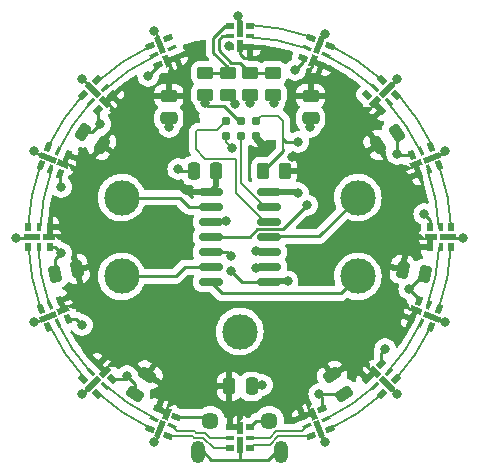
<source format=gtl>
G04 #@! TF.GenerationSoftware,KiCad,Pcbnew,6.0.2+dfsg-1*
G04 #@! TF.CreationDate,2022-08-27T16:00:58-04:00*
G04 #@! TF.ProjectId,ornament,6f726e61-6d65-46e7-942e-6b696361645f,rev?*
G04 #@! TF.SameCoordinates,Original*
G04 #@! TF.FileFunction,Copper,L1,Top*
G04 #@! TF.FilePolarity,Positive*
%FSLAX46Y46*%
G04 Gerber Fmt 4.6, Leading zero omitted, Abs format (unit mm)*
G04 Created by KiCad (PCBNEW 6.0.2+dfsg-1) date 2022-08-27 16:00:58*
%MOMM*%
%LPD*%
G01*
G04 APERTURE LIST*
G04 Aperture macros list*
%AMRoundRect*
0 Rectangle with rounded corners*
0 $1 Rounding radius*
0 $2 $3 $4 $5 $6 $7 $8 $9 X,Y pos of 4 corners*
0 Add a 4 corners polygon primitive as box body*
4,1,4,$2,$3,$4,$5,$6,$7,$8,$9,$2,$3,0*
0 Add four circle primitives for the rounded corners*
1,1,$1+$1,$2,$3*
1,1,$1+$1,$4,$5*
1,1,$1+$1,$6,$7*
1,1,$1+$1,$8,$9*
0 Add four rect primitives between the rounded corners*
20,1,$1+$1,$2,$3,$4,$5,0*
20,1,$1+$1,$4,$5,$6,$7,0*
20,1,$1+$1,$6,$7,$8,$9,0*
20,1,$1+$1,$8,$9,$2,$3,0*%
%AMRotRect*
0 Rectangle, with rotation*
0 The origin of the aperture is its center*
0 $1 length*
0 $2 width*
0 $3 Rotation angle, in degrees counterclockwise*
0 Add horizontal line*
21,1,$1,$2,0,0,$3*%
G04 Aperture macros list end*
G04 #@! TA.AperFunction,NonConductor*
%ADD10C,0.200000*%
G04 #@! TD*
G04 #@! TA.AperFunction,SMDPad,CuDef*
%ADD11RoundRect,0.250000X-0.475000X0.250000X-0.475000X-0.250000X0.475000X-0.250000X0.475000X0.250000X0*%
G04 #@! TD*
G04 #@! TA.AperFunction,SMDPad,CuDef*
%ADD12RoundRect,0.250000X-0.256467X0.471540X-0.533889X0.055563X0.256467X-0.471540X0.533889X-0.055563X0*%
G04 #@! TD*
G04 #@! TA.AperFunction,SMDPad,CuDef*
%ADD13RoundRect,0.250000X0.152079X0.514778X-0.338228X0.416805X-0.152079X-0.514778X0.338228X-0.416805X0*%
G04 #@! TD*
G04 #@! TA.AperFunction,SMDPad,CuDef*
%ADD14RoundRect,0.250000X0.471540X0.256467X0.055563X0.533889X-0.471540X-0.256467X-0.055563X-0.533889X0*%
G04 #@! TD*
G04 #@! TA.AperFunction,SMDPad,CuDef*
%ADD15RoundRect,0.250000X-0.250000X-0.475000X0.250000X-0.475000X0.250000X0.475000X-0.250000X0.475000X0*%
G04 #@! TD*
G04 #@! TA.AperFunction,SMDPad,CuDef*
%ADD16RotRect,1.000000X0.500000X247.500000*%
G04 #@! TD*
G04 #@! TA.AperFunction,SMDPad,CuDef*
%ADD17RotRect,0.800000X0.500000X157.500000*%
G04 #@! TD*
G04 #@! TA.AperFunction,SMDPad,CuDef*
%ADD18RotRect,0.800000X0.300000X157.500000*%
G04 #@! TD*
G04 #@! TA.AperFunction,SMDPad,CuDef*
%ADD19RotRect,1.480000X0.500000X247.500000*%
G04 #@! TD*
G04 #@! TA.AperFunction,SMDPad,CuDef*
%ADD20RotRect,0.800000X0.500000X135.000000*%
G04 #@! TD*
G04 #@! TA.AperFunction,SMDPad,CuDef*
%ADD21RotRect,1.000000X0.500000X225.000000*%
G04 #@! TD*
G04 #@! TA.AperFunction,SMDPad,CuDef*
%ADD22RotRect,0.800000X0.300000X135.000000*%
G04 #@! TD*
G04 #@! TA.AperFunction,SMDPad,CuDef*
%ADD23RotRect,1.480000X0.500000X225.000000*%
G04 #@! TD*
G04 #@! TA.AperFunction,SMDPad,CuDef*
%ADD24RotRect,0.800000X0.500000X112.500000*%
G04 #@! TD*
G04 #@! TA.AperFunction,SMDPad,CuDef*
%ADD25RotRect,1.000000X0.500000X202.500000*%
G04 #@! TD*
G04 #@! TA.AperFunction,SMDPad,CuDef*
%ADD26RotRect,0.800000X0.300000X112.500000*%
G04 #@! TD*
G04 #@! TA.AperFunction,SMDPad,CuDef*
%ADD27RotRect,1.480000X0.500000X202.500000*%
G04 #@! TD*
G04 #@! TA.AperFunction,SMDPad,CuDef*
%ADD28RotRect,0.800000X0.500000X22.500000*%
G04 #@! TD*
G04 #@! TA.AperFunction,SMDPad,CuDef*
%ADD29RotRect,1.000000X0.500000X112.500000*%
G04 #@! TD*
G04 #@! TA.AperFunction,SMDPad,CuDef*
%ADD30RotRect,0.800000X0.300000X22.500000*%
G04 #@! TD*
G04 #@! TA.AperFunction,SMDPad,CuDef*
%ADD31RotRect,1.480000X0.500000X112.500000*%
G04 #@! TD*
G04 #@! TA.AperFunction,SMDPad,CuDef*
%ADD32R,1.000000X0.500000*%
G04 #@! TD*
G04 #@! TA.AperFunction,SMDPad,CuDef*
%ADD33R,0.500000X0.800000*%
G04 #@! TD*
G04 #@! TA.AperFunction,SMDPad,CuDef*
%ADD34R,0.300000X0.800000*%
G04 #@! TD*
G04 #@! TA.AperFunction,SMDPad,CuDef*
%ADD35R,1.480000X0.500000*%
G04 #@! TD*
G04 #@! TA.AperFunction,ConnectorPad*
%ADD36C,0.787400*%
G04 #@! TD*
G04 #@! TA.AperFunction,SMDPad,CuDef*
%ADD37RoundRect,0.250000X-0.450000X0.262500X-0.450000X-0.262500X0.450000X-0.262500X0.450000X0.262500X0*%
G04 #@! TD*
G04 #@! TA.AperFunction,ComponentPad*
%ADD38C,3.000000*%
G04 #@! TD*
G04 #@! TA.AperFunction,SMDPad,CuDef*
%ADD39RoundRect,0.150000X-0.825000X-0.150000X0.825000X-0.150000X0.825000X0.150000X-0.825000X0.150000X0*%
G04 #@! TD*
G04 #@! TA.AperFunction,SMDPad,CuDef*
%ADD40R,0.500000X1.000000*%
G04 #@! TD*
G04 #@! TA.AperFunction,SMDPad,CuDef*
%ADD41R,0.800000X0.500000*%
G04 #@! TD*
G04 #@! TA.AperFunction,SMDPad,CuDef*
%ADD42R,0.800000X0.300000*%
G04 #@! TD*
G04 #@! TA.AperFunction,SMDPad,CuDef*
%ADD43R,0.500000X1.480000*%
G04 #@! TD*
G04 #@! TA.AperFunction,SMDPad,CuDef*
%ADD44RotRect,1.000000X0.500000X45.000000*%
G04 #@! TD*
G04 #@! TA.AperFunction,SMDPad,CuDef*
%ADD45RotRect,0.800000X0.500000X315.000000*%
G04 #@! TD*
G04 #@! TA.AperFunction,SMDPad,CuDef*
%ADD46RotRect,0.800000X0.300000X315.000000*%
G04 #@! TD*
G04 #@! TA.AperFunction,SMDPad,CuDef*
%ADD47RotRect,1.480000X0.500000X45.000000*%
G04 #@! TD*
G04 #@! TA.AperFunction,SMDPad,CuDef*
%ADD48RotRect,0.800000X0.500000X45.000000*%
G04 #@! TD*
G04 #@! TA.AperFunction,SMDPad,CuDef*
%ADD49RotRect,1.000000X0.500000X135.000000*%
G04 #@! TD*
G04 #@! TA.AperFunction,SMDPad,CuDef*
%ADD50RotRect,0.800000X0.300000X45.000000*%
G04 #@! TD*
G04 #@! TA.AperFunction,SMDPad,CuDef*
%ADD51RotRect,1.480000X0.500000X135.000000*%
G04 #@! TD*
G04 #@! TA.AperFunction,SMDPad,CuDef*
%ADD52RotRect,0.800000X0.500000X337.500000*%
G04 #@! TD*
G04 #@! TA.AperFunction,SMDPad,CuDef*
%ADD53RotRect,1.000000X0.500000X67.500000*%
G04 #@! TD*
G04 #@! TA.AperFunction,SMDPad,CuDef*
%ADD54RotRect,0.800000X0.300000X337.500000*%
G04 #@! TD*
G04 #@! TA.AperFunction,SMDPad,CuDef*
%ADD55RotRect,1.480000X0.500000X67.500000*%
G04 #@! TD*
G04 #@! TA.AperFunction,SMDPad,CuDef*
%ADD56RotRect,0.800000X0.500000X67.500000*%
G04 #@! TD*
G04 #@! TA.AperFunction,SMDPad,CuDef*
%ADD57RotRect,1.000000X0.500000X157.500000*%
G04 #@! TD*
G04 #@! TA.AperFunction,SMDPad,CuDef*
%ADD58RotRect,0.800000X0.300000X67.500000*%
G04 #@! TD*
G04 #@! TA.AperFunction,SMDPad,CuDef*
%ADD59RotRect,1.480000X0.500000X157.500000*%
G04 #@! TD*
G04 #@! TA.AperFunction,SMDPad,CuDef*
%ADD60RotRect,1.000000X0.500000X22.500000*%
G04 #@! TD*
G04 #@! TA.AperFunction,SMDPad,CuDef*
%ADD61RotRect,0.800000X0.500000X292.500000*%
G04 #@! TD*
G04 #@! TA.AperFunction,SMDPad,CuDef*
%ADD62RotRect,0.800000X0.300000X292.500000*%
G04 #@! TD*
G04 #@! TA.AperFunction,SMDPad,CuDef*
%ADD63RotRect,1.480000X0.500000X22.500000*%
G04 #@! TD*
G04 #@! TA.AperFunction,SMDPad,CuDef*
%ADD64RotRect,1.000000X0.500000X292.500000*%
G04 #@! TD*
G04 #@! TA.AperFunction,SMDPad,CuDef*
%ADD65RotRect,0.800000X0.500000X202.500000*%
G04 #@! TD*
G04 #@! TA.AperFunction,SMDPad,CuDef*
%ADD66RotRect,0.800000X0.300000X202.500000*%
G04 #@! TD*
G04 #@! TA.AperFunction,SMDPad,CuDef*
%ADD67RotRect,1.480000X0.500000X292.500000*%
G04 #@! TD*
G04 #@! TA.AperFunction,SMDPad,CuDef*
%ADD68RotRect,1.000000X0.500000X315.000000*%
G04 #@! TD*
G04 #@! TA.AperFunction,SMDPad,CuDef*
%ADD69RotRect,0.800000X0.500000X225.000000*%
G04 #@! TD*
G04 #@! TA.AperFunction,SMDPad,CuDef*
%ADD70RotRect,0.800000X0.300000X225.000000*%
G04 #@! TD*
G04 #@! TA.AperFunction,SMDPad,CuDef*
%ADD71RotRect,1.480000X0.500000X315.000000*%
G04 #@! TD*
G04 #@! TA.AperFunction,SMDPad,CuDef*
%ADD72RotRect,0.800000X0.500000X247.500000*%
G04 #@! TD*
G04 #@! TA.AperFunction,SMDPad,CuDef*
%ADD73RotRect,1.000000X0.500000X337.500000*%
G04 #@! TD*
G04 #@! TA.AperFunction,SMDPad,CuDef*
%ADD74RotRect,0.800000X0.300000X247.500000*%
G04 #@! TD*
G04 #@! TA.AperFunction,SMDPad,CuDef*
%ADD75RotRect,1.480000X0.500000X337.500000*%
G04 #@! TD*
G04 #@! TA.AperFunction,SMDPad,CuDef*
%ADD76RoundRect,0.250000X-0.338228X-0.416805X0.152079X-0.514778X0.338228X0.416805X-0.152079X0.514778X0*%
G04 #@! TD*
G04 #@! TA.AperFunction,SMDPad,CuDef*
%ADD77RoundRect,0.250000X-0.533889X-0.055563X-0.256467X-0.471540X0.533889X0.055563X0.256467X0.471540X0*%
G04 #@! TD*
G04 #@! TA.AperFunction,SMDPad,CuDef*
%ADD78RoundRect,0.250000X0.262500X0.450000X-0.262500X0.450000X-0.262500X-0.450000X0.262500X-0.450000X0*%
G04 #@! TD*
G04 #@! TA.AperFunction,SMDPad,CuDef*
%ADD79RoundRect,0.250000X0.055563X-0.533889X0.471540X-0.256467X-0.055563X0.533889X-0.471540X0.256467X0*%
G04 #@! TD*
G04 #@! TA.AperFunction,ComponentPad*
%ADD80O,1.200000X1.900000*%
G04 #@! TD*
G04 #@! TA.AperFunction,ComponentPad*
%ADD81C,1.450000*%
G04 #@! TD*
G04 #@! TA.AperFunction,ViaPad*
%ADD82C,0.800000*%
G04 #@! TD*
G04 #@! TA.AperFunction,Conductor*
%ADD83C,0.500000*%
G04 #@! TD*
G04 #@! TA.AperFunction,Conductor*
%ADD84C,0.250000*%
G04 #@! TD*
G04 #@! TA.AperFunction,Conductor*
%ADD85C,0.200000*%
G04 #@! TD*
G04 APERTURE END LIST*
D10*
X132903329Y-100590656D02*
G75*
G03*
X133858001Y-105664000I17096701J590662D01*
G01*
X142999620Y-84576756D02*
G75*
G03*
X138430000Y-87630000I7000364J-15423224D01*
G01*
X165832736Y-105907081D02*
G75*
G03*
X166877999Y-100838000I-15832717J5907076D01*
G01*
X142491699Y-83815040D02*
G75*
G03*
X137922000Y-86868000I7508271J-16184914D01*
G01*
X162383517Y-111578478D02*
G75*
G03*
X165354000Y-107188000I-12383517J11578479D01*
G01*
X132109556Y-100836618D02*
G75*
G03*
X133096001Y-105918000I17890449J836620D01*
G01*
X138499751Y-112446510D02*
G75*
G03*
X142748000Y-115316000I11500217J12446458D01*
G01*
X137362247Y-88599313D02*
G75*
G03*
X134620001Y-92710000I12637761J-11400693D01*
G01*
X161350852Y-87307957D02*
G75*
G03*
X157226000Y-84582000I-11350854J-12692045D01*
G01*
X157267072Y-115403054D02*
G75*
G03*
X161544000Y-112521999I-7267082J15403067D01*
G01*
X167906312Y-99313528D02*
G75*
G03*
X166877999Y-93980000I-17906324J-686475D01*
G01*
X166814536Y-106148792D02*
G75*
G03*
X167894000Y-100584000I-16814488J6148785D01*
G01*
X155634890Y-84010433D02*
G75*
G03*
X150622000Y-83058000I-5634895J-15989590D01*
G01*
X134551216Y-107220147D02*
G75*
G03*
X137414000Y-111506000I15448821J7220174D01*
G01*
X133095360Y-93979772D02*
G75*
G03*
X132080000Y-99060000I16904636J-6020227D01*
G01*
X157565889Y-116262616D02*
G75*
G03*
X162052000Y-113284000I-7565904J16262640D01*
G01*
X163147488Y-112087076D02*
G75*
G03*
X166115999Y-107696000I-13147485J12087073D01*
G01*
X166228247Y-92147687D02*
G75*
G03*
X163576000Y-88138000I-16228212J-7852290D01*
G01*
X165294824Y-92738096D02*
G75*
G03*
X162559999Y-88646001I-15294871J-7261938D01*
G01*
X133862050Y-107440133D02*
G75*
G03*
X136906001Y-112013999I16137996J7440166D01*
G01*
X136726009Y-87951178D02*
G75*
G03*
X133858000Y-92202000I13273949J-12048796D01*
G01*
X137990069Y-113209135D02*
G75*
G03*
X142240000Y-116078000I12009935J13209142D01*
G01*
X155962938Y-83038264D02*
G75*
G03*
X150876000Y-82042000I-5962933J-16961699D01*
G01*
X134096978Y-94228548D02*
G75*
G03*
X133096001Y-99314000I15903030J-5771455D01*
G01*
X161999348Y-86672480D02*
G75*
G03*
X157734000Y-83820001I-11999355J-13327534D01*
G01*
X166863570Y-99314587D02*
G75*
G03*
X165861999Y-94234000I-16863612J-685423D01*
G01*
D11*
X156000000Y-88050000D03*
X156000000Y-89950000D03*
D12*
X142182668Y-111674411D03*
X141128464Y-113255123D03*
D13*
X136217257Y-102727366D03*
X134354089Y-103099664D03*
D14*
X138325589Y-92182668D03*
X136744877Y-91128464D03*
D11*
X144000000Y-88050000D03*
X144000000Y-89950000D03*
D15*
X146100000Y-94400000D03*
X148000000Y-94400000D03*
D16*
X156187991Y-85060868D03*
D17*
X156946501Y-85450820D03*
D18*
X157290916Y-84619329D03*
D17*
X157635331Y-83787837D03*
X156064735Y-83137276D03*
D18*
X155720320Y-83968767D03*
D19*
X156731401Y-83748959D03*
D17*
X155375905Y-84800259D03*
D20*
X161985460Y-89216622D03*
D21*
X161433916Y-88566084D03*
D22*
X162621856Y-88580226D03*
D20*
X163258252Y-87943830D03*
X162056170Y-86741748D03*
D22*
X161419774Y-87378144D03*
D20*
X160783378Y-88014540D03*
D23*
X162438008Y-87561992D03*
D24*
X165199741Y-94624095D03*
D25*
X164939132Y-93812009D03*
D26*
X166031233Y-94279680D03*
D24*
X166862724Y-93935265D03*
X166212163Y-92364669D03*
D26*
X165380671Y-92709084D03*
D27*
X166251041Y-93268599D03*
D24*
X164549180Y-93053499D03*
D28*
X155375905Y-115199741D03*
D29*
X156187991Y-114939132D03*
D30*
X155720320Y-116031233D03*
D28*
X156064735Y-116862724D03*
X157635331Y-116212163D03*
D30*
X157290916Y-115380671D03*
D28*
X156946501Y-114549180D03*
D31*
X156731401Y-116251041D03*
D32*
X133830000Y-100000000D03*
D33*
X133900000Y-99150000D03*
D34*
X133000000Y-99150000D03*
D33*
X132100000Y-99150000D03*
X132100000Y-100850000D03*
D34*
X133000000Y-100850000D03*
D35*
X132410000Y-100000000D03*
D33*
X133900000Y-100850000D03*
D36*
X151384000Y-90170000D03*
X151384000Y-91440000D03*
X150114000Y-90170000D03*
X150114000Y-91440000D03*
X148844000Y-90170000D03*
X148844000Y-91440000D03*
D37*
X150876000Y-86106000D03*
X150876000Y-87931000D03*
X152781000Y-86107900D03*
X152781000Y-87932900D03*
D38*
X160000000Y-96670000D03*
X150000000Y-108000000D03*
X140000000Y-103330000D03*
X140000000Y-96670000D03*
X160000000Y-103330000D03*
D39*
X147525000Y-96190000D03*
X147525000Y-97460000D03*
X147525000Y-98730000D03*
X147525000Y-100000000D03*
X147525000Y-101270000D03*
X147525000Y-102540000D03*
X147525000Y-103810000D03*
X152475000Y-103810000D03*
X152475000Y-102540000D03*
X152475000Y-101270000D03*
X152475000Y-100000000D03*
X152475000Y-98730000D03*
X152475000Y-97460000D03*
X152475000Y-96190000D03*
D40*
X150000000Y-83830000D03*
D41*
X150850000Y-83900000D03*
D42*
X150850000Y-83000000D03*
D41*
X150850000Y-82100000D03*
X149150000Y-82100000D03*
D42*
X149150000Y-83000000D03*
D41*
X149150000Y-83900000D03*
D43*
X150000000Y-82410000D03*
D44*
X138566084Y-111433916D03*
D45*
X138014540Y-110783378D03*
D46*
X137378144Y-111419774D03*
D45*
X136741748Y-112056170D03*
X137943830Y-113258252D03*
D46*
X138580226Y-112621856D03*
D45*
X139216622Y-111985460D03*
D47*
X137561992Y-112438008D03*
D48*
X160783378Y-111985460D03*
D49*
X161433916Y-111433916D03*
D50*
X161419774Y-112621856D03*
D48*
X162056170Y-113258252D03*
X163258252Y-112056170D03*
D50*
X162621856Y-111419774D03*
D51*
X162438008Y-112438008D03*
D48*
X161985460Y-110783378D03*
D52*
X143053499Y-114549180D03*
D53*
X143812009Y-114939132D03*
D54*
X142709084Y-115380671D03*
D52*
X142364669Y-116212163D03*
X143935265Y-116862724D03*
D54*
X144279680Y-116031233D03*
D55*
X143268599Y-116251041D03*
D52*
X144624095Y-115199741D03*
D56*
X164549180Y-106946501D03*
D57*
X164939132Y-106187991D03*
D58*
X165380671Y-107290916D03*
D56*
X166212163Y-107635331D03*
X166862724Y-106064735D03*
D58*
X166031233Y-105720320D03*
D56*
X165199741Y-105375905D03*
D59*
X166251041Y-106731401D03*
D33*
X166100000Y-100850000D03*
D32*
X166170000Y-100000000D03*
D34*
X167000000Y-100850000D03*
D33*
X167900000Y-100850000D03*
X167900000Y-99150000D03*
D34*
X167000000Y-99150000D03*
D35*
X167590000Y-100000000D03*
D33*
X166100000Y-99150000D03*
D37*
X147066000Y-86106000D03*
X147066000Y-87931000D03*
X148971000Y-86106000D03*
X148971000Y-87931000D03*
D60*
X135060868Y-106187991D03*
D61*
X134800259Y-105375905D03*
D62*
X133968767Y-105720320D03*
D61*
X133137276Y-106064735D03*
X133787837Y-107635331D03*
D62*
X134619329Y-107290916D03*
D63*
X133748959Y-106731401D03*
D61*
X135450820Y-106946501D03*
D64*
X143812009Y-85060868D03*
D65*
X144624095Y-84800259D03*
D66*
X144279680Y-83968767D03*
D65*
X143935265Y-83137276D03*
X142364669Y-83787837D03*
D66*
X142709084Y-84619329D03*
D67*
X143268599Y-83748959D03*
D65*
X143053499Y-85450820D03*
D40*
X150000000Y-116170000D03*
D41*
X149150000Y-116100000D03*
D42*
X149150000Y-117000000D03*
D41*
X149150000Y-117900000D03*
X150850000Y-117900000D03*
D42*
X150850000Y-117000000D03*
D41*
X150850000Y-116100000D03*
D43*
X150000000Y-117590000D03*
D68*
X138566084Y-88566084D03*
D69*
X139216622Y-88014540D03*
D70*
X138580226Y-87378144D03*
D69*
X137943830Y-86741748D03*
X136741748Y-87943830D03*
D70*
X137378144Y-88580226D03*
D69*
X138014540Y-89216622D03*
D71*
X137561992Y-87561992D03*
D72*
X135450820Y-93053499D03*
D73*
X135060868Y-93812009D03*
D74*
X134619329Y-92709084D03*
D72*
X133787837Y-92364669D03*
X133137276Y-93935265D03*
D74*
X133968767Y-94279680D03*
D75*
X133748959Y-93268599D03*
D72*
X134800259Y-94624095D03*
D76*
X163777635Y-102753043D03*
X165640803Y-103125341D03*
D77*
X157795564Y-111688955D03*
X158849768Y-113269667D03*
D78*
X153825000Y-94400000D03*
X152000000Y-94400000D03*
D15*
X149103000Y-112649000D03*
X151003000Y-112649000D03*
D79*
X161688955Y-92204436D03*
X163269667Y-91150232D03*
D80*
X153500000Y-118237500D03*
X146500000Y-118237500D03*
D81*
X152500000Y-115537500D03*
X147500000Y-115537500D03*
D82*
X156718000Y-113284000D03*
X149098000Y-83820000D03*
X138176000Y-90424000D03*
X142240000Y-86360000D03*
X157226000Y-82804000D03*
X136652000Y-107442000D03*
X147066000Y-88646000D03*
X167386000Y-107188000D03*
X163322000Y-86614000D03*
X144018000Y-90678000D03*
X163322000Y-92964000D03*
X132588000Y-107188000D03*
X165608000Y-98044000D03*
X136652000Y-113284000D03*
X140462000Y-111760000D03*
X134874000Y-95758000D03*
X155956000Y-90678000D03*
X131064000Y-100076000D03*
X164338000Y-104394000D03*
X152908000Y-88646000D03*
X142748000Y-82550000D03*
X154940000Y-96266000D03*
X154686000Y-85852000D03*
X168910000Y-100076000D03*
X136652000Y-86614000D03*
X157226000Y-117348000D03*
X142748000Y-117348000D03*
X162306000Y-109474000D03*
X163322000Y-113284000D03*
X132588000Y-92710000D03*
X149860000Y-81280000D03*
X167386000Y-92710000D03*
X144780000Y-94234000D03*
X134874000Y-101346000D03*
X151892000Y-112522000D03*
X154432000Y-93218000D03*
X152908000Y-113792000D03*
X151892000Y-92202000D03*
X155702000Y-97282000D03*
X154940000Y-91948000D03*
X148844000Y-98679000D03*
X149352000Y-92456000D03*
X149606000Y-88773000D03*
X151384000Y-102616000D03*
X151384000Y-101219000D03*
X150876000Y-88646000D03*
X149225000Y-101600000D03*
X149275000Y-102870000D03*
X154051000Y-103759000D03*
D83*
X152475000Y-96190000D02*
X154864000Y-96190000D01*
D84*
X156732333Y-113269667D02*
X156718000Y-113284000D01*
X167132000Y-107188000D02*
X166878000Y-106934000D01*
X144946000Y-94400000D02*
X144780000Y-94234000D01*
X132588000Y-107188000D02*
X132646632Y-107188000D01*
X147574000Y-118872000D02*
X150114000Y-118872000D01*
X163411499Y-93053499D02*
X163322000Y-92964000D01*
X165199741Y-105375905D02*
X165199741Y-105255741D01*
X140236540Y-111985460D02*
X140462000Y-111760000D01*
X131064000Y-100076000D02*
X132226520Y-100076000D01*
X161985460Y-110783378D02*
X161985460Y-109794540D01*
X156946501Y-114549180D02*
X156946501Y-113512501D01*
X152500000Y-115537500D02*
X151412500Y-115537500D01*
D83*
X154864000Y-96190000D02*
X154940000Y-96266000D01*
D84*
X161985460Y-109794540D02*
X162306000Y-109474000D01*
X153034500Y-118237500D02*
X152400000Y-118872000D01*
X150000000Y-118758000D02*
X150000000Y-117590000D01*
X136744877Y-91128464D02*
X137471536Y-91128464D01*
X148662326Y-88919179D02*
X147339179Y-88919179D01*
X156946501Y-113512501D02*
X156718000Y-113284000D01*
X141128464Y-112426464D02*
X140462000Y-111760000D01*
X134354089Y-101865911D02*
X134874000Y-101346000D01*
X152400000Y-118872000D02*
X150114000Y-118872000D01*
X165640803Y-103125341D02*
X165606659Y-103125341D01*
X165606659Y-103125341D02*
X164338000Y-104394000D01*
X167132000Y-92964000D02*
X166878000Y-92964000D01*
X150000000Y-81617989D02*
X150000000Y-82410000D01*
X167386000Y-107188000D02*
X167132000Y-107188000D01*
X143053499Y-85546501D02*
X142240000Y-86360000D01*
X163322000Y-113284000D02*
X163284000Y-113284000D01*
X167666000Y-100076000D02*
X167590000Y-100000000D01*
X146500000Y-118237500D02*
X146939500Y-118237500D01*
X138014540Y-90262540D02*
X138176000Y-90424000D01*
X163284000Y-113284000D02*
X162438008Y-112438008D01*
X163269667Y-92911667D02*
X163322000Y-92964000D01*
X147162241Y-115199741D02*
X147500000Y-115537500D01*
X133900000Y-100850000D02*
X134378000Y-100850000D01*
X137452737Y-112483263D02*
X136652000Y-113284000D01*
X138014540Y-89216622D02*
X138014540Y-90262540D01*
X168910000Y-100076000D02*
X167666000Y-100076000D01*
X158849768Y-113269667D02*
X156732333Y-113269667D01*
X134378000Y-100850000D02*
X134874000Y-101346000D01*
X146100000Y-94400000D02*
X144946000Y-94400000D01*
X135450820Y-106946501D02*
X136156501Y-106946501D01*
D83*
X151003000Y-112649000D02*
X151765000Y-112649000D01*
D84*
X167386000Y-92710000D02*
X167132000Y-92964000D01*
X156731401Y-83748959D02*
X156789040Y-83748959D01*
X142861051Y-117234949D02*
X142748000Y-117348000D01*
X156972000Y-117094000D02*
X156972000Y-116840000D01*
X155375905Y-85162095D02*
X154686000Y-85852000D01*
X165199741Y-105255741D02*
X164338000Y-104394000D01*
D83*
X151765000Y-112649000D02*
X151892000Y-112522000D01*
D84*
X134800259Y-95684259D02*
X134874000Y-95758000D01*
X155375905Y-84800259D02*
X155375905Y-85162095D01*
X146939500Y-118237500D02*
X147574000Y-118872000D01*
X166100000Y-98536000D02*
X165608000Y-98044000D01*
X166100000Y-99150000D02*
X166100000Y-98536000D01*
X149913147Y-90170000D02*
X148662326Y-88919179D01*
X162483263Y-87452737D02*
X163322000Y-86614000D01*
X150114000Y-90170000D02*
X149913147Y-90170000D01*
X164549180Y-93053499D02*
X163411499Y-93053499D01*
X137471536Y-91128464D02*
X138176000Y-90424000D01*
X141128464Y-113255123D02*
X141128464Y-112426464D01*
X136652000Y-86614000D02*
X137535122Y-87497122D01*
X136156501Y-106946501D02*
X136652000Y-107442000D01*
X132588000Y-92710000D02*
X132720666Y-92842666D01*
X150114000Y-90170000D02*
X150114000Y-90043000D01*
X134354089Y-103099664D02*
X134354089Y-101865911D01*
X157226000Y-117348000D02*
X156972000Y-117094000D01*
X134800259Y-94624095D02*
X134800259Y-95684259D01*
X151412500Y-115537500D02*
X150850000Y-116100000D01*
X147339179Y-88919179D02*
X147066000Y-88646000D01*
X157204798Y-82825203D02*
X157226000Y-82804000D01*
X143053499Y-85450820D02*
X143053499Y-85546501D01*
X142788926Y-82590926D02*
X142748000Y-82550000D01*
X156789040Y-83748959D02*
X156845588Y-83692411D01*
X144624095Y-115199741D02*
X147162241Y-115199741D01*
X163269667Y-91150232D02*
X163269667Y-92911667D01*
X150114000Y-118872000D02*
X150000000Y-118758000D01*
X139216622Y-111985460D02*
X140236540Y-111985460D01*
X153500000Y-118237500D02*
X153034500Y-118237500D01*
X133748959Y-93268599D02*
G75*
G02*
X132720666Y-92842666I-1J1454222D01*
G01*
X150000000Y-81617989D02*
G75*
G03*
X149860000Y-81280000I-477992J-2D01*
G01*
X137561991Y-87561992D02*
G75*
G03*
X137535121Y-87497123I-91749J-4D01*
G01*
X133748959Y-106731401D02*
G75*
G02*
X132646632Y-107188000I-1102331J1102336D01*
G01*
X162483263Y-87452737D02*
G75*
G03*
X162438008Y-87561992I109252J-109254D01*
G01*
X142861051Y-117234949D02*
G75*
G03*
X143268599Y-116251041I-983906J983907D01*
G01*
X137452737Y-112483263D02*
G75*
G02*
X137561992Y-112438008I109254J-109252D01*
G01*
X132410000Y-100000000D02*
G75*
G02*
X132226520Y-100076000I-183481J183481D01*
G01*
X142788926Y-82590926D02*
G75*
G02*
X143268599Y-83748959I-1158033J-1158033D01*
G01*
X157204798Y-82825203D02*
G75*
G03*
X156845588Y-83692411I867208J-867209D01*
G01*
X150000000Y-84468000D02*
X150368000Y-84836000D01*
D83*
X148000000Y-94400000D02*
X148000000Y-95715000D01*
D84*
X150876000Y-84836000D02*
X150850000Y-84810000D01*
X150368000Y-84836000D02*
X150876000Y-84836000D01*
D83*
X148000000Y-95715000D02*
X147525000Y-96190000D01*
X145466000Y-96190000D02*
X144780000Y-95504000D01*
D84*
X150850000Y-84810000D02*
X150850000Y-83900000D01*
X150000000Y-83830000D02*
X150000000Y-84468000D01*
D83*
X151384000Y-91694000D02*
X151892000Y-92202000D01*
X147525000Y-96190000D02*
X145466000Y-96190000D01*
X151384000Y-91440000D02*
X151384000Y-91694000D01*
D84*
X147758990Y-84380402D02*
X147758991Y-83125599D01*
X148971000Y-86106000D02*
X148971000Y-85592412D01*
X148971000Y-85592412D02*
X147758990Y-84380402D01*
X147066000Y-86106000D02*
X148971000Y-86106000D01*
X147758991Y-83125599D02*
X148784590Y-82100000D01*
X148784590Y-82100000D02*
X149150000Y-82100000D01*
X150038490Y-85268490D02*
X150876000Y-86106000D01*
X148209000Y-83312000D02*
X148209000Y-84194002D01*
X149150000Y-83000000D02*
X148521000Y-83000000D01*
X152781000Y-86107900D02*
X150877900Y-86107900D01*
X148521000Y-83000000D02*
X148209000Y-83312000D01*
X148209000Y-84194002D02*
X149283488Y-85268490D01*
X149283488Y-85268490D02*
X150038490Y-85268490D01*
X150877900Y-86107900D02*
X150876000Y-86106000D01*
X156064735Y-83137276D02*
X156064735Y-83141335D01*
X157635331Y-83787837D02*
X157701837Y-83787837D01*
D85*
X153251970Y-116862724D02*
X152527000Y-117587694D01*
X151162306Y-117587694D02*
X150850000Y-117900000D01*
X156064735Y-116862724D02*
X153251970Y-116862724D01*
X152527000Y-117587694D02*
X151162306Y-117587694D01*
X155720320Y-116031233D02*
X155288839Y-116462714D01*
X152548996Y-117000000D02*
X150850000Y-117000000D01*
X155288839Y-116462714D02*
X153086281Y-116462714D01*
X153086281Y-116462714D02*
X152548996Y-117000000D01*
X146168127Y-116462714D02*
X144711161Y-116462714D01*
X146292893Y-116587480D02*
X146168127Y-116462714D01*
X149150000Y-117000000D02*
X147451004Y-117000000D01*
X147038485Y-116587480D02*
X146292893Y-116587480D01*
X147451004Y-117000000D02*
X147038485Y-116587480D01*
X144711161Y-116462714D02*
X144279680Y-116031233D01*
X146002438Y-116862724D02*
X143935265Y-116862724D01*
X147785306Y-117900000D02*
X146872796Y-116987490D01*
X149150000Y-117900000D02*
X147785306Y-117900000D01*
X146872796Y-116987490D02*
X146127204Y-116987490D01*
X146127204Y-116987490D02*
X146002438Y-116862724D01*
X153670000Y-92583000D02*
X153670000Y-91694000D01*
D84*
X153924000Y-91948000D02*
X153670000Y-91694000D01*
X153629480Y-99354520D02*
X155702000Y-97282000D01*
X150828928Y-100000000D02*
X151474408Y-99354520D01*
D85*
X151777699Y-89776301D02*
X151384000Y-90170000D01*
D84*
X151474408Y-99354520D02*
X153629480Y-99354520D01*
X147525000Y-100000000D02*
X150828928Y-100000000D01*
D85*
X153276301Y-89776301D02*
X151777699Y-89776301D01*
D84*
X153670000Y-92730000D02*
X152000000Y-94400000D01*
X154940000Y-91948000D02*
X153924000Y-91948000D01*
X153670000Y-92583000D02*
X153670000Y-92730000D01*
D85*
X153670000Y-91694000D02*
X153670000Y-90170000D01*
X153670000Y-90170000D02*
X153276301Y-89776301D01*
X150114000Y-95440412D02*
X152133588Y-97460000D01*
X150114000Y-91440000D02*
X150114000Y-95440412D01*
X152133588Y-97460000D02*
X152475000Y-97460000D01*
X147081990Y-93360990D02*
X149590010Y-93360990D01*
X146304000Y-92583000D02*
X147081990Y-93360990D01*
X149713990Y-96310402D02*
X152133588Y-98730000D01*
X149590010Y-93360990D02*
X149713990Y-93484970D01*
X146304000Y-91059000D02*
X146304000Y-92583000D01*
X149713990Y-93484970D02*
X149713990Y-96310402D01*
X148844000Y-90170000D02*
X148082000Y-90932000D01*
X152133588Y-98730000D02*
X152475000Y-98730000D01*
X146431000Y-90932000D02*
X146304000Y-91059000D01*
X148082000Y-90932000D02*
X146431000Y-90932000D01*
X148844000Y-98679000D02*
X147576000Y-98679000D01*
X147576000Y-98679000D02*
X147525000Y-98730000D01*
X148844000Y-91440000D02*
X148844000Y-91948000D01*
X148844000Y-91948000D02*
X149352000Y-92456000D01*
D84*
X148971000Y-88138000D02*
X149606000Y-88773000D01*
X152475000Y-102540000D02*
X151460000Y-102540000D01*
X148971000Y-87931000D02*
X148971000Y-88138000D01*
X151460000Y-102540000D02*
X151384000Y-102616000D01*
D83*
X152475000Y-101270000D02*
X152832000Y-101270000D01*
D84*
X152475000Y-101270000D02*
X151435000Y-101270000D01*
X150876000Y-88646000D02*
X150876000Y-87931000D01*
X151435000Y-101270000D02*
X151384000Y-101219000D01*
X140000000Y-96670000D02*
X144930000Y-96670000D01*
X145720000Y-97460000D02*
X147525000Y-97460000D01*
X144930000Y-96670000D02*
X145720000Y-97460000D01*
X160000000Y-96670000D02*
X156721000Y-99949000D01*
X152526000Y-99949000D02*
X152475000Y-100000000D01*
X156721000Y-99949000D02*
X152526000Y-99949000D01*
X144574000Y-103330000D02*
X140000000Y-103330000D01*
X147525000Y-102540000D02*
X145364000Y-102540000D01*
X145364000Y-102540000D02*
X144574000Y-103330000D01*
X158555000Y-104775000D02*
X160000000Y-103330000D01*
X147525000Y-103810000D02*
X148490000Y-104775000D01*
X148490000Y-104775000D02*
X158555000Y-104775000D01*
X148895000Y-101270000D02*
X149225000Y-101600000D01*
X147525000Y-101270000D02*
X148895000Y-101270000D01*
D83*
X154051000Y-103759000D02*
X152526000Y-103759000D01*
D84*
X150215000Y-103810000D02*
X149275000Y-102870000D01*
D83*
X152526000Y-103759000D02*
X152475000Y-103810000D01*
D84*
X152475000Y-103810000D02*
X150215000Y-103810000D01*
G04 #@! TA.AperFunction,Conductor*
G36*
X147045624Y-83292219D02*
G01*
X147101691Y-83335773D01*
X147125491Y-83409469D01*
X147125490Y-83856601D01*
X147125490Y-84301635D01*
X147124963Y-84312818D01*
X147123288Y-84320311D01*
X147123537Y-84328237D01*
X147123537Y-84328238D01*
X147125428Y-84388389D01*
X147125490Y-84392348D01*
X147125490Y-84420257D01*
X147125987Y-84424191D01*
X147125987Y-84424192D01*
X147125995Y-84424257D01*
X147126928Y-84436094D01*
X147128317Y-84480291D01*
X147133968Y-84499741D01*
X147137977Y-84519102D01*
X147140516Y-84539199D01*
X147143435Y-84546570D01*
X147143435Y-84546572D01*
X147156794Y-84580314D01*
X147160639Y-84591544D01*
X147172972Y-84633995D01*
X147177005Y-84640814D01*
X147177007Y-84640819D01*
X147183283Y-84651430D01*
X147191978Y-84669178D01*
X147199438Y-84688019D01*
X147204100Y-84694435D01*
X147204100Y-84694436D01*
X147225426Y-84723789D01*
X147231942Y-84733709D01*
X147249429Y-84763277D01*
X147254448Y-84771764D01*
X147268769Y-84786085D01*
X147281609Y-84801118D01*
X147293518Y-84817509D01*
X147299622Y-84822559D01*
X147299627Y-84822564D01*
X147327588Y-84845695D01*
X147336368Y-84853685D01*
X147352588Y-84869905D01*
X147386614Y-84932217D01*
X147381549Y-85003032D01*
X147339002Y-85059868D01*
X147272482Y-85084679D01*
X147263493Y-85085000D01*
X146565600Y-85085000D01*
X146562354Y-85085337D01*
X146562350Y-85085337D01*
X146466692Y-85095262D01*
X146466688Y-85095263D01*
X146459834Y-85095974D01*
X146453298Y-85098155D01*
X146453296Y-85098155D01*
X146355784Y-85130688D01*
X146292054Y-85151950D01*
X146141652Y-85245022D01*
X146016695Y-85370197D01*
X146012855Y-85376427D01*
X146012854Y-85376428D01*
X145936647Y-85500059D01*
X145923885Y-85520762D01*
X145921581Y-85527709D01*
X145877321Y-85661150D01*
X145868203Y-85688639D01*
X145867503Y-85695475D01*
X145867502Y-85695478D01*
X145863654Y-85733038D01*
X145857500Y-85793100D01*
X145857500Y-86418900D01*
X145857837Y-86422146D01*
X145857837Y-86422150D01*
X145865047Y-86491634D01*
X145868474Y-86524666D01*
X145870655Y-86531202D01*
X145870655Y-86531204D01*
X145885229Y-86574887D01*
X145924450Y-86692446D01*
X146017522Y-86842848D01*
X146022704Y-86848021D01*
X146104109Y-86929284D01*
X146138188Y-86991566D01*
X146133185Y-87062386D01*
X146104264Y-87107475D01*
X146064571Y-87147237D01*
X146016695Y-87195197D01*
X146012855Y-87201427D01*
X146012854Y-87201428D01*
X145931604Y-87333240D01*
X145923885Y-87345762D01*
X145868203Y-87513639D01*
X145857500Y-87618100D01*
X145857500Y-88243900D01*
X145857837Y-88247146D01*
X145857837Y-88247150D01*
X145865142Y-88317548D01*
X145868474Y-88349666D01*
X145870655Y-88356202D01*
X145870655Y-88356204D01*
X145877818Y-88377673D01*
X145924450Y-88517446D01*
X146017522Y-88667848D01*
X146022704Y-88673021D01*
X146142697Y-88792805D01*
X146140690Y-88794816D01*
X146175203Y-88844377D01*
X146231473Y-89017556D01*
X146234776Y-89023278D01*
X146234777Y-89023279D01*
X146250458Y-89050439D01*
X146326960Y-89182944D01*
X146331378Y-89187851D01*
X146331379Y-89187852D01*
X146391607Y-89254742D01*
X146454747Y-89324866D01*
X146540732Y-89387338D01*
X146555776Y-89398268D01*
X146599129Y-89454491D01*
X146603645Y-89531965D01*
X146584396Y-89605865D01*
X146576900Y-89634641D01*
X146566228Y-89838288D01*
X146596722Y-90039922D01*
X146638692Y-90153995D01*
X146643442Y-90224830D01*
X146609141Y-90286990D01*
X146546678Y-90320738D01*
X146520442Y-90323500D01*
X146479136Y-90323500D01*
X146462693Y-90322422D01*
X146431000Y-90318250D01*
X146422811Y-90319328D01*
X146391126Y-90323499D01*
X146391117Y-90323500D01*
X146391115Y-90323500D01*
X146391109Y-90323501D01*
X146391107Y-90323501D01*
X146297778Y-90335788D01*
X146280337Y-90338084D01*
X146280336Y-90338084D01*
X146272149Y-90339162D01*
X146124124Y-90400476D01*
X146117573Y-90405503D01*
X146117571Y-90405504D01*
X146028928Y-90473523D01*
X146028925Y-90473526D01*
X145997013Y-90498013D01*
X145991983Y-90504568D01*
X145977548Y-90523379D01*
X145966681Y-90535770D01*
X145907766Y-90594685D01*
X145895375Y-90605552D01*
X145870013Y-90625013D01*
X145845526Y-90656925D01*
X145845523Y-90656928D01*
X145772476Y-90752124D01*
X145711168Y-90900135D01*
X145711162Y-90900150D01*
X145710135Y-90907954D01*
X145710134Y-90907956D01*
X145698070Y-90999596D01*
X145695500Y-91019115D01*
X145695500Y-91019120D01*
X145690250Y-91059000D01*
X145693264Y-91081891D01*
X145694422Y-91090690D01*
X145695500Y-91107136D01*
X145695500Y-92534864D01*
X145694422Y-92551307D01*
X145690250Y-92583000D01*
X145695500Y-92622880D01*
X145695500Y-92622885D01*
X145707147Y-92711355D01*
X145711162Y-92741851D01*
X145772476Y-92889876D01*
X145833907Y-92969934D01*
X145859507Y-93036151D01*
X145845243Y-93105700D01*
X145795642Y-93156497D01*
X145746948Y-93171963D01*
X145700692Y-93176762D01*
X145700688Y-93176763D01*
X145693834Y-93177474D01*
X145687298Y-93179655D01*
X145687296Y-93179655D01*
X145632079Y-93198077D01*
X145526054Y-93233450D01*
X145375652Y-93326522D01*
X145370479Y-93331704D01*
X145313734Y-93388548D01*
X145251451Y-93422627D01*
X145180631Y-93417624D01*
X145173312Y-93414637D01*
X145129452Y-93395109D01*
X145119324Y-93390600D01*
X145068319Y-93367891D01*
X145068318Y-93367891D01*
X145062288Y-93365206D01*
X144949721Y-93341279D01*
X144881944Y-93326872D01*
X144881939Y-93326872D01*
X144875487Y-93325500D01*
X144684513Y-93325500D01*
X144678061Y-93326872D01*
X144678056Y-93326872D01*
X144610279Y-93341279D01*
X144497712Y-93365206D01*
X144491682Y-93367891D01*
X144491681Y-93367891D01*
X144329278Y-93440197D01*
X144329276Y-93440198D01*
X144323248Y-93442882D01*
X144168747Y-93555134D01*
X144164326Y-93560044D01*
X144164325Y-93560045D01*
X144050230Y-93686761D01*
X144040960Y-93697056D01*
X144005888Y-93757803D01*
X143963272Y-93831616D01*
X143945473Y-93862444D01*
X143886458Y-94044072D01*
X143885768Y-94050633D01*
X143885768Y-94050635D01*
X143878577Y-94119055D01*
X143866496Y-94234000D01*
X143886458Y-94423928D01*
X143945473Y-94605556D01*
X143948776Y-94611278D01*
X143948777Y-94611279D01*
X143961894Y-94633998D01*
X144040960Y-94770944D01*
X144045378Y-94775851D01*
X144045379Y-94775852D01*
X144160370Y-94903562D01*
X144168747Y-94912866D01*
X144185999Y-94925400D01*
X144306162Y-95012704D01*
X144323248Y-95025118D01*
X144329276Y-95027802D01*
X144329278Y-95027803D01*
X144487600Y-95098292D01*
X144497712Y-95102794D01*
X144590007Y-95122412D01*
X144678056Y-95141128D01*
X144678061Y-95141128D01*
X144684513Y-95142500D01*
X144875487Y-95142500D01*
X144881939Y-95141128D01*
X144881944Y-95141128D01*
X145012029Y-95113477D01*
X145082820Y-95118879D01*
X145139452Y-95161696D01*
X145152021Y-95185841D01*
X145153027Y-95185370D01*
X145156131Y-95191996D01*
X145158450Y-95198946D01*
X145251522Y-95349348D01*
X145256704Y-95354521D01*
X145292467Y-95390222D01*
X145376697Y-95474305D01*
X145382927Y-95478145D01*
X145382928Y-95478146D01*
X145518630Y-95561794D01*
X145527262Y-95567115D01*
X145553290Y-95575748D01*
X145688611Y-95620632D01*
X145688613Y-95620632D01*
X145695139Y-95622797D01*
X145701975Y-95623497D01*
X145701978Y-95623498D01*
X145737253Y-95627112D01*
X145799600Y-95633500D01*
X145965076Y-95633500D01*
X146033197Y-95653502D01*
X146079690Y-95707158D01*
X146089794Y-95777432D01*
X146086073Y-95794654D01*
X146050061Y-95918605D01*
X146050101Y-95932706D01*
X146057370Y-95936000D01*
X147653000Y-95936000D01*
X147721121Y-95956002D01*
X147767614Y-96009658D01*
X147779000Y-96062000D01*
X147779000Y-96318000D01*
X147758998Y-96386121D01*
X147705342Y-96432614D01*
X147653000Y-96444000D01*
X146063122Y-96444000D01*
X146049591Y-96447973D01*
X146048456Y-96455870D01*
X146090365Y-96600118D01*
X146090163Y-96671114D01*
X146051609Y-96730731D01*
X145986945Y-96760040D01*
X145916700Y-96749736D01*
X145880273Y-96724367D01*
X145433648Y-96277742D01*
X145426113Y-96269462D01*
X145422000Y-96262982D01*
X145372348Y-96216356D01*
X145369507Y-96213602D01*
X145349770Y-96193865D01*
X145346573Y-96191385D01*
X145337551Y-96183680D01*
X145311100Y-96158841D01*
X145305321Y-96153414D01*
X145298375Y-96149595D01*
X145298372Y-96149593D01*
X145287566Y-96143652D01*
X145271047Y-96132801D01*
X145265646Y-96128612D01*
X145255041Y-96120386D01*
X145247772Y-96117241D01*
X145247768Y-96117238D01*
X145214463Y-96102826D01*
X145203813Y-96097609D01*
X145165060Y-96076305D01*
X145145437Y-96071267D01*
X145126734Y-96064863D01*
X145115420Y-96059967D01*
X145115419Y-96059967D01*
X145108145Y-96056819D01*
X145100322Y-96055580D01*
X145100312Y-96055577D01*
X145064476Y-96049901D01*
X145052856Y-96047495D01*
X145017711Y-96038472D01*
X145017710Y-96038472D01*
X145010030Y-96036500D01*
X144989776Y-96036500D01*
X144970065Y-96034949D01*
X144957886Y-96033020D01*
X144950057Y-96031780D01*
X144942165Y-96032526D01*
X144906039Y-96035941D01*
X144894181Y-96036500D01*
X141995461Y-96036500D01*
X141927340Y-96016498D01*
X141880847Y-95962842D01*
X141876688Y-95952559D01*
X141849050Y-95874510D01*
X141849047Y-95874502D01*
X141847617Y-95870465D01*
X141749354Y-95680085D01*
X141723978Y-95630919D01*
X141723978Y-95630918D01*
X141722013Y-95627112D01*
X141718981Y-95622797D01*
X141617318Y-95478146D01*
X141564545Y-95403057D01*
X141414095Y-95241153D01*
X141381046Y-95205588D01*
X141381043Y-95205585D01*
X141378125Y-95202445D01*
X141374810Y-95199731D01*
X141374806Y-95199728D01*
X141169523Y-95031706D01*
X141166205Y-95028990D01*
X140932704Y-94885901D01*
X140928768Y-94884173D01*
X140685873Y-94777549D01*
X140685869Y-94777548D01*
X140681945Y-94775825D01*
X140418566Y-94700800D01*
X140414324Y-94700196D01*
X140414318Y-94700195D01*
X140213834Y-94671662D01*
X140147443Y-94662213D01*
X140003589Y-94661460D01*
X139877877Y-94660802D01*
X139877871Y-94660802D01*
X139873591Y-94660780D01*
X139869347Y-94661339D01*
X139869343Y-94661339D01*
X139787492Y-94672115D01*
X139602078Y-94696525D01*
X139597938Y-94697658D01*
X139597936Y-94697658D01*
X139575119Y-94703900D01*
X139337928Y-94768788D01*
X139333980Y-94770472D01*
X139089982Y-94874546D01*
X139089978Y-94874548D01*
X139086030Y-94876232D01*
X139024819Y-94912866D01*
X138854725Y-95014664D01*
X138854721Y-95014667D01*
X138851043Y-95016868D01*
X138637318Y-95188094D01*
X138534978Y-95295938D01*
X138454522Y-95380721D01*
X138448808Y-95386742D01*
X138289002Y-95609136D01*
X138160857Y-95851161D01*
X138159385Y-95855184D01*
X138159383Y-95855188D01*
X138085596Y-96056819D01*
X138066743Y-96108337D01*
X138008404Y-96375907D01*
X137986917Y-96648918D01*
X138002682Y-96922320D01*
X138003507Y-96926525D01*
X138003508Y-96926533D01*
X138025506Y-97038656D01*
X138055405Y-97191053D01*
X138056792Y-97195103D01*
X138056793Y-97195108D01*
X138110066Y-97350704D01*
X138144112Y-97450144D01*
X138198516Y-97558314D01*
X138259078Y-97678729D01*
X138267160Y-97694799D01*
X138269586Y-97698328D01*
X138269589Y-97698334D01*
X138415710Y-97910939D01*
X138422274Y-97920490D01*
X138425161Y-97923663D01*
X138425162Y-97923664D01*
X138545274Y-98055666D01*
X138606582Y-98123043D01*
X138816675Y-98298707D01*
X138820316Y-98300991D01*
X139045024Y-98441951D01*
X139045028Y-98441953D01*
X139048664Y-98444234D01*
X139134065Y-98482794D01*
X139294345Y-98555164D01*
X139294349Y-98555166D01*
X139298257Y-98556930D01*
X139302377Y-98558150D01*
X139302376Y-98558150D01*
X139556723Y-98633491D01*
X139556727Y-98633492D01*
X139560836Y-98634709D01*
X139565070Y-98635357D01*
X139565075Y-98635358D01*
X139827298Y-98675483D01*
X139827300Y-98675483D01*
X139831540Y-98676132D01*
X139970912Y-98678322D01*
X140101071Y-98680367D01*
X140101077Y-98680367D01*
X140105362Y-98680434D01*
X140377235Y-98647534D01*
X140642127Y-98578041D01*
X140646087Y-98576401D01*
X140646092Y-98576399D01*
X140801694Y-98511946D01*
X140895136Y-98473241D01*
X141131582Y-98335073D01*
X141347089Y-98166094D01*
X141360587Y-98152166D01*
X141498729Y-98009614D01*
X141537669Y-97969431D01*
X141540202Y-97965983D01*
X141540206Y-97965978D01*
X141697257Y-97752178D01*
X141699795Y-97748723D01*
X141727154Y-97698334D01*
X141828418Y-97511830D01*
X141828419Y-97511828D01*
X141830468Y-97508054D01*
X141876980Y-97384963D01*
X141919769Y-97328310D01*
X141986395Y-97303784D01*
X141994846Y-97303500D01*
X144615406Y-97303500D01*
X144683527Y-97323502D01*
X144704501Y-97340405D01*
X145216343Y-97852247D01*
X145223887Y-97860537D01*
X145228000Y-97867018D01*
X145233777Y-97872443D01*
X145277667Y-97913658D01*
X145280509Y-97916413D01*
X145300231Y-97936135D01*
X145303373Y-97938572D01*
X145303433Y-97938619D01*
X145312445Y-97946317D01*
X145337060Y-97969431D01*
X145344679Y-97976586D01*
X145351622Y-97980403D01*
X145362431Y-97986345D01*
X145378953Y-97997198D01*
X145394959Y-98009614D01*
X145402237Y-98012764D01*
X145402238Y-98012764D01*
X145435537Y-98027174D01*
X145446187Y-98032391D01*
X145484940Y-98053695D01*
X145492615Y-98055666D01*
X145492616Y-98055666D01*
X145504562Y-98058733D01*
X145523267Y-98065137D01*
X145541855Y-98073181D01*
X145549678Y-98074420D01*
X145549688Y-98074423D01*
X145585524Y-98080099D01*
X145597144Y-98082505D01*
X145632289Y-98091528D01*
X145639970Y-98093500D01*
X145660224Y-98093500D01*
X145679934Y-98095051D01*
X145699943Y-98098220D01*
X145707835Y-98097474D01*
X145743961Y-98094059D01*
X145755819Y-98093500D01*
X146001776Y-98093500D01*
X146069897Y-98113502D01*
X146116390Y-98167158D01*
X146126494Y-98237432D01*
X146110231Y-98283636D01*
X146090855Y-98316399D01*
X146044438Y-98476169D01*
X146043934Y-98482574D01*
X146043933Y-98482579D01*
X146041890Y-98508542D01*
X146041500Y-98513498D01*
X146041500Y-98946502D01*
X146044438Y-98983831D01*
X146090855Y-99143601D01*
X146175547Y-99286807D01*
X146178229Y-99289489D01*
X146203502Y-99353861D01*
X146189600Y-99423484D01*
X146179428Y-99439312D01*
X146175547Y-99443193D01*
X146090855Y-99586399D01*
X146088644Y-99594010D01*
X146088643Y-99594012D01*
X146086458Y-99601533D01*
X146044438Y-99746169D01*
X146041500Y-99783498D01*
X146041500Y-100216502D01*
X146044438Y-100253831D01*
X146063336Y-100318879D01*
X146088439Y-100405284D01*
X146090855Y-100413601D01*
X146175547Y-100556807D01*
X146178229Y-100559489D01*
X146203502Y-100623861D01*
X146189600Y-100693484D01*
X146179428Y-100709312D01*
X146175547Y-100713193D01*
X146090855Y-100856399D01*
X146088644Y-100864010D01*
X146088643Y-100864012D01*
X146084922Y-100876820D01*
X146044438Y-101016169D01*
X146043934Y-101022574D01*
X146043933Y-101022579D01*
X146041693Y-101051042D01*
X146041500Y-101053498D01*
X146041500Y-101486502D01*
X146041693Y-101488950D01*
X146041693Y-101488958D01*
X146042850Y-101503649D01*
X146044438Y-101523831D01*
X146055806Y-101562959D01*
X146088259Y-101674664D01*
X146090855Y-101683601D01*
X146110231Y-101716363D01*
X146127689Y-101785178D01*
X146105172Y-101852509D01*
X146049827Y-101896978D01*
X146001776Y-101906500D01*
X145442768Y-101906500D01*
X145431585Y-101905973D01*
X145424092Y-101904298D01*
X145416166Y-101904547D01*
X145416165Y-101904547D01*
X145356002Y-101906438D01*
X145352044Y-101906500D01*
X145324144Y-101906500D01*
X145320154Y-101907004D01*
X145308320Y-101907936D01*
X145264111Y-101909326D01*
X145256497Y-101911538D01*
X145256492Y-101911539D01*
X145244659Y-101914977D01*
X145225296Y-101918988D01*
X145205203Y-101921526D01*
X145197836Y-101924443D01*
X145197831Y-101924444D01*
X145164092Y-101937802D01*
X145152865Y-101941646D01*
X145110407Y-101953982D01*
X145103581Y-101958019D01*
X145092972Y-101964293D01*
X145075224Y-101972988D01*
X145056383Y-101980448D01*
X145049967Y-101985110D01*
X145049966Y-101985110D01*
X145020613Y-102006436D01*
X145010693Y-102012952D01*
X144979465Y-102031420D01*
X144979462Y-102031422D01*
X144972638Y-102035458D01*
X144958317Y-102049779D01*
X144943284Y-102062619D01*
X144926893Y-102074528D01*
X144921842Y-102080633D01*
X144921837Y-102080638D01*
X144898701Y-102108604D01*
X144890713Y-102117382D01*
X144348500Y-102659595D01*
X144286188Y-102693621D01*
X144259405Y-102696500D01*
X141995461Y-102696500D01*
X141927340Y-102676498D01*
X141880847Y-102622842D01*
X141876688Y-102612559D01*
X141849050Y-102534510D01*
X141849047Y-102534502D01*
X141847617Y-102530465D01*
X141748679Y-102338777D01*
X141723978Y-102290919D01*
X141723978Y-102290918D01*
X141722013Y-102287112D01*
X141712040Y-102272921D01*
X141570444Y-102071451D01*
X141564545Y-102063057D01*
X141461131Y-101951770D01*
X141381046Y-101865588D01*
X141381043Y-101865585D01*
X141378125Y-101862445D01*
X141374810Y-101859731D01*
X141374806Y-101859728D01*
X141211631Y-101726171D01*
X141166205Y-101688990D01*
X140932704Y-101545901D01*
X140928768Y-101544173D01*
X140685873Y-101437549D01*
X140685869Y-101437548D01*
X140681945Y-101435825D01*
X140418566Y-101360800D01*
X140414324Y-101360196D01*
X140414318Y-101360195D01*
X140213834Y-101331662D01*
X140147443Y-101322213D01*
X140003589Y-101321460D01*
X139877877Y-101320802D01*
X139877871Y-101320802D01*
X139873591Y-101320780D01*
X139869347Y-101321339D01*
X139869343Y-101321339D01*
X139750302Y-101337011D01*
X139602078Y-101356525D01*
X139597938Y-101357658D01*
X139597936Y-101357658D01*
X139561580Y-101367604D01*
X139337928Y-101428788D01*
X139333980Y-101430472D01*
X139089982Y-101534546D01*
X139089978Y-101534548D01*
X139086030Y-101536232D01*
X139005762Y-101584271D01*
X138854725Y-101674664D01*
X138854721Y-101674667D01*
X138851043Y-101676868D01*
X138637318Y-101848094D01*
X138543797Y-101946645D01*
X138457793Y-102037274D01*
X138448808Y-102046742D01*
X138289002Y-102269136D01*
X138160857Y-102511161D01*
X138159385Y-102515184D01*
X138159383Y-102515188D01*
X138099990Y-102677486D01*
X138066743Y-102768337D01*
X138008404Y-103035907D01*
X137986917Y-103308918D01*
X138002682Y-103582320D01*
X138003507Y-103586525D01*
X138003508Y-103586533D01*
X138019777Y-103669456D01*
X138055405Y-103851053D01*
X138056792Y-103855103D01*
X138056793Y-103855108D01*
X138130370Y-104070008D01*
X138144112Y-104110144D01*
X138267160Y-104354799D01*
X138269586Y-104358328D01*
X138269589Y-104358334D01*
X138326473Y-104441100D01*
X138422274Y-104580490D01*
X138425161Y-104583663D01*
X138425162Y-104583664D01*
X138487563Y-104652242D01*
X138606582Y-104783043D01*
X138816675Y-104958707D01*
X138820316Y-104960991D01*
X139045024Y-105101951D01*
X139045028Y-105101953D01*
X139048664Y-105104234D01*
X139116544Y-105134883D01*
X139294345Y-105215164D01*
X139294349Y-105215166D01*
X139298257Y-105216930D01*
X139357120Y-105234366D01*
X139556723Y-105293491D01*
X139556727Y-105293492D01*
X139560836Y-105294709D01*
X139565070Y-105295357D01*
X139565075Y-105295358D01*
X139827298Y-105335483D01*
X139827300Y-105335483D01*
X139831540Y-105336132D01*
X139970912Y-105338322D01*
X140101071Y-105340367D01*
X140101077Y-105340367D01*
X140105362Y-105340434D01*
X140377235Y-105307534D01*
X140642127Y-105238041D01*
X140646087Y-105236401D01*
X140646092Y-105236399D01*
X140813012Y-105167258D01*
X140895136Y-105133241D01*
X141131582Y-104995073D01*
X141347089Y-104826094D01*
X141388809Y-104783043D01*
X141512498Y-104655405D01*
X141537669Y-104629431D01*
X141540202Y-104625983D01*
X141540206Y-104625978D01*
X141697257Y-104412178D01*
X141699795Y-104408723D01*
X141701841Y-104404955D01*
X141828418Y-104171830D01*
X141828419Y-104171828D01*
X141830468Y-104168054D01*
X141871475Y-104059532D01*
X141876980Y-104044963D01*
X141919769Y-103988310D01*
X141986395Y-103963784D01*
X141994846Y-103963500D01*
X144495233Y-103963500D01*
X144506416Y-103964027D01*
X144513909Y-103965702D01*
X144521835Y-103965453D01*
X144521836Y-103965453D01*
X144581986Y-103963562D01*
X144585945Y-103963500D01*
X144613856Y-103963500D01*
X144617791Y-103963003D01*
X144617856Y-103962995D01*
X144629693Y-103962062D01*
X144661951Y-103961048D01*
X144665970Y-103960922D01*
X144673889Y-103960673D01*
X144693343Y-103955021D01*
X144712700Y-103951013D01*
X144724930Y-103949468D01*
X144724931Y-103949468D01*
X144732797Y-103948474D01*
X144740168Y-103945555D01*
X144740170Y-103945555D01*
X144773912Y-103932196D01*
X144785142Y-103928351D01*
X144819983Y-103918229D01*
X144819984Y-103918229D01*
X144827593Y-103916018D01*
X144834412Y-103911985D01*
X144834417Y-103911983D01*
X144845028Y-103905707D01*
X144862776Y-103897012D01*
X144881617Y-103889552D01*
X144889207Y-103884038D01*
X144917387Y-103863564D01*
X144927307Y-103857048D01*
X144958535Y-103838580D01*
X144958538Y-103838578D01*
X144965362Y-103834542D01*
X144979683Y-103820221D01*
X144994717Y-103807380D01*
X145004694Y-103800131D01*
X145011107Y-103795472D01*
X145039298Y-103761395D01*
X145047288Y-103752616D01*
X145589499Y-103210405D01*
X145651811Y-103176379D01*
X145678594Y-103173500D01*
X146001776Y-103173500D01*
X146069897Y-103193502D01*
X146116390Y-103247158D01*
X146126494Y-103317432D01*
X146110231Y-103363636D01*
X146090855Y-103396399D01*
X146044438Y-103556169D01*
X146043934Y-103562574D01*
X146043933Y-103562579D01*
X146042048Y-103586533D01*
X146041500Y-103593498D01*
X146041500Y-104026502D01*
X146044438Y-104063831D01*
X146090855Y-104223601D01*
X146094892Y-104230427D01*
X146171509Y-104359980D01*
X146171511Y-104359983D01*
X146175547Y-104366807D01*
X146293193Y-104484453D01*
X146300017Y-104488489D01*
X146300020Y-104488491D01*
X146329855Y-104506135D01*
X146436399Y-104569145D01*
X146444010Y-104571356D01*
X146444012Y-104571357D01*
X146475449Y-104580490D01*
X146596169Y-104615562D01*
X146602574Y-104616066D01*
X146602579Y-104616067D01*
X146631042Y-104618307D01*
X146631050Y-104618307D01*
X146633498Y-104618500D01*
X147385405Y-104618500D01*
X147453526Y-104638502D01*
X147474501Y-104655405D01*
X147986353Y-105167258D01*
X147993887Y-105175537D01*
X147998000Y-105182018D01*
X148019095Y-105201827D01*
X148047651Y-105228643D01*
X148050493Y-105231398D01*
X148070230Y-105251135D01*
X148073427Y-105253615D01*
X148082447Y-105261318D01*
X148114679Y-105291586D01*
X148121625Y-105295405D01*
X148121628Y-105295407D01*
X148132434Y-105301348D01*
X148148953Y-105312199D01*
X148164959Y-105324614D01*
X148172228Y-105327759D01*
X148172232Y-105327762D01*
X148205537Y-105342174D01*
X148216187Y-105347391D01*
X148254940Y-105368695D01*
X148262615Y-105370666D01*
X148262616Y-105370666D01*
X148274562Y-105373733D01*
X148293267Y-105380137D01*
X148311855Y-105388181D01*
X148319678Y-105389420D01*
X148319688Y-105389423D01*
X148355524Y-105395099D01*
X148367144Y-105397505D01*
X148398959Y-105405673D01*
X148409970Y-105408500D01*
X148430224Y-105408500D01*
X148449934Y-105410051D01*
X148469943Y-105413220D01*
X148477835Y-105412474D01*
X148496580Y-105410702D01*
X148513962Y-105409059D01*
X148525819Y-105408500D01*
X158476233Y-105408500D01*
X158487416Y-105409027D01*
X158494909Y-105410702D01*
X158502835Y-105410453D01*
X158502836Y-105410453D01*
X158562986Y-105408562D01*
X158566945Y-105408500D01*
X158594856Y-105408500D01*
X158598791Y-105408003D01*
X158598856Y-105407995D01*
X158610693Y-105407062D01*
X158642951Y-105406048D01*
X158646970Y-105405922D01*
X158654889Y-105405673D01*
X158674343Y-105400021D01*
X158693700Y-105396013D01*
X158705930Y-105394468D01*
X158705931Y-105394468D01*
X158713797Y-105393474D01*
X158721168Y-105390555D01*
X158721170Y-105390555D01*
X158754912Y-105377196D01*
X158766142Y-105373351D01*
X158800983Y-105363229D01*
X158800984Y-105363229D01*
X158808593Y-105361018D01*
X158815412Y-105356985D01*
X158815417Y-105356983D01*
X158826028Y-105350707D01*
X158843776Y-105342012D01*
X158862617Y-105334552D01*
X158898387Y-105308564D01*
X158908307Y-105302048D01*
X158939535Y-105283580D01*
X158939538Y-105283578D01*
X158946362Y-105279542D01*
X158960683Y-105265221D01*
X158975717Y-105252380D01*
X158985694Y-105245131D01*
X158992107Y-105240472D01*
X159020298Y-105206395D01*
X159028288Y-105197616D01*
X159037382Y-105188522D01*
X159099694Y-105154496D01*
X159170509Y-105159561D01*
X159178328Y-105162780D01*
X159294345Y-105215164D01*
X159294349Y-105215166D01*
X159298257Y-105216930D01*
X159357120Y-105234366D01*
X159556723Y-105293491D01*
X159556727Y-105293492D01*
X159560836Y-105294709D01*
X159565070Y-105295357D01*
X159565075Y-105295358D01*
X159827298Y-105335483D01*
X159827300Y-105335483D01*
X159831540Y-105336132D01*
X159970912Y-105338322D01*
X160101071Y-105340367D01*
X160101077Y-105340367D01*
X160105362Y-105340434D01*
X160377235Y-105307534D01*
X160642127Y-105238041D01*
X160646087Y-105236401D01*
X160646092Y-105236399D01*
X160813012Y-105167258D01*
X160895136Y-105133241D01*
X161131582Y-104995073D01*
X161347089Y-104826094D01*
X161388809Y-104783043D01*
X161512498Y-104655405D01*
X161537669Y-104629431D01*
X161540202Y-104625983D01*
X161540206Y-104625978D01*
X161697257Y-104412178D01*
X161699795Y-104408723D01*
X161701841Y-104404955D01*
X161828418Y-104171830D01*
X161828419Y-104171828D01*
X161830468Y-104168054D01*
X161895977Y-103994689D01*
X161925751Y-103915895D01*
X161925752Y-103915891D01*
X161927269Y-103911877D01*
X161963557Y-103753433D01*
X161987449Y-103649117D01*
X161987450Y-103649113D01*
X161988407Y-103644933D01*
X161992998Y-103593498D01*
X162012531Y-103374627D01*
X162012531Y-103374625D01*
X162012751Y-103372161D01*
X162013193Y-103330000D01*
X162007957Y-103253193D01*
X161994859Y-103061055D01*
X161994858Y-103061049D01*
X161994567Y-103056778D01*
X161991480Y-103041869D01*
X161952133Y-102851872D01*
X161939032Y-102788612D01*
X161847617Y-102530465D01*
X161748679Y-102338777D01*
X161723978Y-102290919D01*
X161723978Y-102290918D01*
X161722827Y-102288688D01*
X162842496Y-102288688D01*
X162843898Y-102304510D01*
X162845024Y-102305963D01*
X162852233Y-102309108D01*
X163560564Y-102450646D01*
X163576386Y-102449244D01*
X163577839Y-102448118D01*
X163580984Y-102440909D01*
X163766610Y-101511940D01*
X163765208Y-101496118D01*
X163764080Y-101494664D01*
X163756878Y-101491521D01*
X163727883Y-101485728D01*
X163721462Y-101484787D01*
X163625759Y-101475780D01*
X163612054Y-101475992D01*
X163450782Y-101496223D01*
X163436656Y-101499692D01*
X163284762Y-101556332D01*
X163271813Y-101562959D01*
X163137029Y-101653017D01*
X163125947Y-101662449D01*
X163015489Y-101781107D01*
X163006882Y-101792825D01*
X162926466Y-101934096D01*
X162921035Y-101946645D01*
X162893068Y-102037274D01*
X162891485Y-102043517D01*
X162842496Y-102288688D01*
X161722827Y-102288688D01*
X161722013Y-102287112D01*
X161712040Y-102272921D01*
X161570444Y-102071451D01*
X161564545Y-102063057D01*
X161461131Y-101951770D01*
X161381046Y-101865588D01*
X161381043Y-101865585D01*
X161378125Y-101862445D01*
X161374810Y-101859731D01*
X161374806Y-101859728D01*
X161211631Y-101726171D01*
X161166205Y-101688990D01*
X160932704Y-101545901D01*
X160928768Y-101544173D01*
X160685873Y-101437549D01*
X160685869Y-101437548D01*
X160681945Y-101435825D01*
X160418566Y-101360800D01*
X160414324Y-101360196D01*
X160414318Y-101360195D01*
X160213834Y-101331662D01*
X160147443Y-101322213D01*
X160003589Y-101321460D01*
X159877877Y-101320802D01*
X159877871Y-101320802D01*
X159873591Y-101320780D01*
X159869347Y-101321339D01*
X159869343Y-101321339D01*
X159750302Y-101337011D01*
X159602078Y-101356525D01*
X159597938Y-101357658D01*
X159597936Y-101357658D01*
X159561580Y-101367604D01*
X159337928Y-101428788D01*
X159333980Y-101430472D01*
X159089982Y-101534546D01*
X159089978Y-101534548D01*
X159086030Y-101536232D01*
X159005762Y-101584271D01*
X158854725Y-101674664D01*
X158854721Y-101674667D01*
X158851043Y-101676868D01*
X158637318Y-101848094D01*
X158543797Y-101946645D01*
X158457793Y-102037274D01*
X158448808Y-102046742D01*
X158289002Y-102269136D01*
X158160857Y-102511161D01*
X158159385Y-102515184D01*
X158159383Y-102515188D01*
X158099990Y-102677486D01*
X158066743Y-102768337D01*
X158008404Y-103035907D01*
X157986917Y-103308918D01*
X158002682Y-103582320D01*
X158003507Y-103586525D01*
X158003508Y-103586533D01*
X158019777Y-103669456D01*
X158055405Y-103851053D01*
X158056792Y-103855103D01*
X158056793Y-103855108D01*
X158097734Y-103974686D01*
X158100876Y-104045613D01*
X158065173Y-104106980D01*
X158001960Y-104139302D01*
X157978527Y-104141500D01*
X155055395Y-104141500D01*
X154987274Y-104121498D01*
X154940781Y-104067842D01*
X154930677Y-103997568D01*
X154935563Y-103976562D01*
X154942502Y-103955208D01*
X154942503Y-103955203D01*
X154944542Y-103948928D01*
X154946531Y-103930010D01*
X154963814Y-103765565D01*
X154964504Y-103759000D01*
X154952515Y-103644933D01*
X154945232Y-103575635D01*
X154945232Y-103575633D01*
X154944542Y-103569072D01*
X154885527Y-103387444D01*
X154875275Y-103369686D01*
X154805191Y-103248299D01*
X154790040Y-103222056D01*
X154779550Y-103210405D01*
X154666675Y-103085045D01*
X154666674Y-103085044D01*
X154662253Y-103080134D01*
X154507752Y-102967882D01*
X154501724Y-102965198D01*
X154501722Y-102965197D01*
X154339319Y-102892891D01*
X154339318Y-102892891D01*
X154333288Y-102890206D01*
X154238227Y-102870000D01*
X154152944Y-102851872D01*
X154152939Y-102851872D01*
X154146487Y-102850500D01*
X154084500Y-102850500D01*
X154016379Y-102830498D01*
X153969886Y-102776842D01*
X153958500Y-102724500D01*
X153958500Y-102323498D01*
X153957609Y-102312176D01*
X153956067Y-102292579D01*
X153956066Y-102292574D01*
X153955562Y-102286169D01*
X153909145Y-102126399D01*
X153824453Y-101983193D01*
X153821771Y-101980511D01*
X153796498Y-101916139D01*
X153810400Y-101846516D01*
X153820572Y-101830688D01*
X153824453Y-101826807D01*
X153909145Y-101683601D01*
X153911742Y-101674664D01*
X153944194Y-101562959D01*
X153955562Y-101523831D01*
X153957151Y-101503649D01*
X153958307Y-101488958D01*
X153958307Y-101488950D01*
X153958500Y-101486502D01*
X153958500Y-101053498D01*
X153958307Y-101051042D01*
X153956067Y-101022579D01*
X153956066Y-101022574D01*
X153955562Y-101016169D01*
X153915078Y-100876820D01*
X153911357Y-100864012D01*
X153911356Y-100864010D01*
X153909145Y-100856399D01*
X153859608Y-100772637D01*
X153842149Y-100703823D01*
X153864665Y-100636492D01*
X153920010Y-100592023D01*
X153968062Y-100582500D01*
X156642233Y-100582500D01*
X156653416Y-100583027D01*
X156660909Y-100584702D01*
X156668835Y-100584453D01*
X156668836Y-100584453D01*
X156728986Y-100582562D01*
X156732945Y-100582500D01*
X156760856Y-100582500D01*
X156764791Y-100582003D01*
X156764856Y-100581995D01*
X156776693Y-100581062D01*
X156808951Y-100580048D01*
X156812970Y-100579922D01*
X156820889Y-100579673D01*
X156840343Y-100574021D01*
X156859700Y-100570013D01*
X156871930Y-100568468D01*
X156871931Y-100568468D01*
X156879797Y-100567474D01*
X156887168Y-100564555D01*
X156887170Y-100564555D01*
X156920912Y-100551196D01*
X156932142Y-100547351D01*
X156966983Y-100537229D01*
X156966984Y-100537229D01*
X156974593Y-100535018D01*
X156981412Y-100530985D01*
X156981417Y-100530983D01*
X156992028Y-100524707D01*
X157009776Y-100516012D01*
X157028617Y-100508552D01*
X157064387Y-100482564D01*
X157074307Y-100476048D01*
X157105535Y-100457580D01*
X157105538Y-100457578D01*
X157112362Y-100453542D01*
X157126683Y-100439221D01*
X157141717Y-100426380D01*
X157158107Y-100414472D01*
X157186298Y-100380395D01*
X157194288Y-100371616D01*
X159037382Y-98528522D01*
X159099694Y-98494496D01*
X159170509Y-98499561D01*
X159178328Y-98502780D01*
X159294345Y-98555164D01*
X159294349Y-98555166D01*
X159298257Y-98556930D01*
X159302377Y-98558150D01*
X159302376Y-98558150D01*
X159556723Y-98633491D01*
X159556727Y-98633492D01*
X159560836Y-98634709D01*
X159565070Y-98635357D01*
X159565075Y-98635358D01*
X159827298Y-98675483D01*
X159827300Y-98675483D01*
X159831540Y-98676132D01*
X159970912Y-98678322D01*
X160101071Y-98680367D01*
X160101077Y-98680367D01*
X160105362Y-98680434D01*
X160377235Y-98647534D01*
X160642127Y-98578041D01*
X160646087Y-98576401D01*
X160646092Y-98576399D01*
X160801694Y-98511946D01*
X160895136Y-98473241D01*
X161131582Y-98335073D01*
X161347089Y-98166094D01*
X161360587Y-98152166D01*
X161498729Y-98009614D01*
X161537669Y-97969431D01*
X161540202Y-97965983D01*
X161540206Y-97965978D01*
X161697257Y-97752178D01*
X161699795Y-97748723D01*
X161727154Y-97698334D01*
X161828418Y-97511830D01*
X161828419Y-97511828D01*
X161830468Y-97508054D01*
X161885940Y-97361251D01*
X161925751Y-97255895D01*
X161925752Y-97255891D01*
X161927269Y-97251877D01*
X161972586Y-97054012D01*
X161987449Y-96989117D01*
X161987450Y-96989113D01*
X161988407Y-96984933D01*
X161989874Y-96968502D01*
X162012531Y-96714627D01*
X162012531Y-96714625D01*
X162012751Y-96712161D01*
X162013193Y-96670000D01*
X162013024Y-96667519D01*
X161994859Y-96401055D01*
X161994858Y-96401049D01*
X161994567Y-96396778D01*
X161939032Y-96128612D01*
X161847617Y-95870465D01*
X161749354Y-95680085D01*
X161723978Y-95630919D01*
X161723978Y-95630918D01*
X161722013Y-95627112D01*
X161718981Y-95622797D01*
X161617318Y-95478146D01*
X161564545Y-95403057D01*
X161414095Y-95241153D01*
X161381046Y-95205588D01*
X161381043Y-95205585D01*
X161378125Y-95202445D01*
X161374810Y-95199731D01*
X161374806Y-95199728D01*
X161313950Y-95149918D01*
X164598900Y-95149918D01*
X164600296Y-95157653D01*
X164669615Y-95325005D01*
X164672549Y-95331130D01*
X164697128Y-95376027D01*
X164706315Y-95388729D01*
X164794133Y-95482736D01*
X164807975Y-95493865D01*
X164917721Y-95558900D01*
X164934138Y-95565700D01*
X165057721Y-95597314D01*
X165075388Y-95599234D01*
X165203946Y-95594858D01*
X165219434Y-95592370D01*
X165268548Y-95578007D01*
X165274964Y-95575748D01*
X165299512Y-95565580D01*
X165311877Y-95555615D01*
X165312459Y-95553867D01*
X165311063Y-95546134D01*
X165071375Y-94967473D01*
X165061408Y-94955105D01*
X165059662Y-94954524D01*
X165051927Y-94955920D01*
X164611849Y-95138205D01*
X164599481Y-95148172D01*
X164598900Y-95149918D01*
X161313950Y-95149918D01*
X161169523Y-95031706D01*
X161166205Y-95028990D01*
X160932704Y-94885901D01*
X160928768Y-94884173D01*
X160685873Y-94777549D01*
X160685869Y-94777548D01*
X160681945Y-94775825D01*
X160418566Y-94700800D01*
X160414324Y-94700196D01*
X160414318Y-94700195D01*
X160213834Y-94671662D01*
X160147443Y-94662213D01*
X160003589Y-94661460D01*
X159877877Y-94660802D01*
X159877871Y-94660802D01*
X159873591Y-94660780D01*
X159869347Y-94661339D01*
X159869343Y-94661339D01*
X159787492Y-94672115D01*
X159602078Y-94696525D01*
X159597938Y-94697658D01*
X159597936Y-94697658D01*
X159575119Y-94703900D01*
X159337928Y-94768788D01*
X159333980Y-94770472D01*
X159089982Y-94874546D01*
X159089978Y-94874548D01*
X159086030Y-94876232D01*
X159024819Y-94912866D01*
X158854725Y-95014664D01*
X158854721Y-95014667D01*
X158851043Y-95016868D01*
X158637318Y-95188094D01*
X158534978Y-95295938D01*
X158454522Y-95380721D01*
X158448808Y-95386742D01*
X158289002Y-95609136D01*
X158160857Y-95851161D01*
X158159385Y-95855184D01*
X158159383Y-95855188D01*
X158085596Y-96056819D01*
X158066743Y-96108337D01*
X158008404Y-96375907D01*
X157986917Y-96648918D01*
X158002682Y-96922320D01*
X158003507Y-96926525D01*
X158003508Y-96926533D01*
X158025506Y-97038656D01*
X158055405Y-97191053D01*
X158056792Y-97195103D01*
X158056793Y-97195108D01*
X158110066Y-97350704D01*
X158144112Y-97450144D01*
X158146039Y-97453975D01*
X158146042Y-97453982D01*
X158163387Y-97488470D01*
X158176125Y-97558314D01*
X158149080Y-97623958D01*
X158139917Y-97634178D01*
X156495500Y-99278595D01*
X156433188Y-99312621D01*
X156406405Y-99315500D01*
X154868594Y-99315500D01*
X154800473Y-99295498D01*
X154753980Y-99241842D01*
X154743876Y-99171568D01*
X154773370Y-99106988D01*
X154779483Y-99100421D01*
X155652502Y-98227403D01*
X155714812Y-98193379D01*
X155741595Y-98190500D01*
X155797487Y-98190500D01*
X155803939Y-98189128D01*
X155803944Y-98189128D01*
X155890887Y-98170647D01*
X155984288Y-98150794D01*
X156040428Y-98125799D01*
X156152722Y-98075803D01*
X156152724Y-98075802D01*
X156158752Y-98073118D01*
X156185486Y-98053695D01*
X156259205Y-98000134D01*
X156313253Y-97960866D01*
X156349608Y-97920490D01*
X156436621Y-97823852D01*
X156436622Y-97823851D01*
X156441040Y-97818944D01*
X156536527Y-97653556D01*
X156595542Y-97471928D01*
X156607175Y-97361251D01*
X156614814Y-97288565D01*
X156615504Y-97282000D01*
X156607534Y-97206169D01*
X156596232Y-97098635D01*
X156596232Y-97098633D01*
X156595542Y-97092072D01*
X156536527Y-96910444D01*
X156531548Y-96901819D01*
X156488062Y-96826500D01*
X156441040Y-96745056D01*
X156411701Y-96712471D01*
X156317675Y-96608045D01*
X156317674Y-96608044D01*
X156313253Y-96603134D01*
X156158752Y-96490882D01*
X156152724Y-96488198D01*
X156152722Y-96488197D01*
X155990319Y-96415891D01*
X155990318Y-96415891D01*
X155984288Y-96413206D01*
X155952202Y-96406386D01*
X155889728Y-96372659D01*
X155855406Y-96310510D01*
X155853613Y-96279171D01*
X155852814Y-96279171D01*
X155852814Y-96272565D01*
X155853504Y-96266000D01*
X155845668Y-96191441D01*
X155834232Y-96082635D01*
X155834232Y-96082633D01*
X155833542Y-96076072D01*
X155774527Y-95894444D01*
X155751863Y-95855188D01*
X155695751Y-95758000D01*
X155679040Y-95729056D01*
X155634947Y-95680085D01*
X155555675Y-95592045D01*
X155555674Y-95592044D01*
X155551253Y-95587134D01*
X155396752Y-95474882D01*
X155390724Y-95472198D01*
X155390722Y-95472197D01*
X155228319Y-95399891D01*
X155228318Y-95399891D01*
X155222288Y-95397206D01*
X155122649Y-95376027D01*
X155041944Y-95358872D01*
X155041939Y-95358872D01*
X155035487Y-95357500D01*
X154889748Y-95357500D01*
X154821627Y-95337498D01*
X154775134Y-95283842D01*
X154765030Y-95213568D01*
X154775553Y-95178250D01*
X154781463Y-95165577D01*
X154832638Y-95011290D01*
X154835505Y-94997914D01*
X154845172Y-94903562D01*
X154845500Y-94897146D01*
X154845500Y-94672115D01*
X154841025Y-94656876D01*
X154839635Y-94655671D01*
X154831952Y-94654000D01*
X153697000Y-94654000D01*
X153628879Y-94633998D01*
X153582386Y-94580342D01*
X153571000Y-94528000D01*
X153571000Y-94272000D01*
X153591002Y-94203879D01*
X153644658Y-94157386D01*
X153697000Y-94146000D01*
X154827384Y-94146000D01*
X154842623Y-94141525D01*
X154843828Y-94140135D01*
X154845499Y-94132452D01*
X154845499Y-93902905D01*
X154845162Y-93896386D01*
X154835243Y-93800794D01*
X154832351Y-93787400D01*
X154780912Y-93633216D01*
X154774739Y-93620038D01*
X154689437Y-93482193D01*
X154680401Y-93470792D01*
X154565671Y-93356261D01*
X154554260Y-93347249D01*
X154416257Y-93262184D01*
X154403076Y-93256037D01*
X154297206Y-93220921D01*
X154238846Y-93180490D01*
X154211610Y-93114926D01*
X154221236Y-93051291D01*
X154237174Y-93014461D01*
X154242391Y-93003812D01*
X154256039Y-92978987D01*
X160995921Y-92978987D01*
X160998793Y-92986307D01*
X161140026Y-93198077D01*
X161143923Y-93203311D01*
X161205218Y-93277342D01*
X161215054Y-93286878D01*
X161343399Y-93386613D01*
X161355838Y-93394146D01*
X161503303Y-93461505D01*
X161517131Y-93465971D01*
X161676135Y-93497599D01*
X161690628Y-93498765D01*
X161852639Y-93492966D01*
X161867012Y-93490766D01*
X162023773Y-93447735D01*
X162036481Y-93442704D01*
X162120349Y-93398391D01*
X162125861Y-93395109D01*
X162146690Y-93381218D01*
X162156886Y-93369039D01*
X162157117Y-93367213D01*
X162154245Y-93359894D01*
X161628622Y-92571756D01*
X161616441Y-92561558D01*
X161614617Y-92561328D01*
X161607297Y-92564200D01*
X161006349Y-92964982D01*
X160996151Y-92977163D01*
X160995921Y-92978987D01*
X154256039Y-92978987D01*
X154259875Y-92972009D01*
X154259876Y-92972007D01*
X154263695Y-92965060D01*
X154266747Y-92953176D01*
X154268733Y-92945438D01*
X154275137Y-92926734D01*
X154280033Y-92915420D01*
X154280033Y-92915419D01*
X154283181Y-92908145D01*
X154284420Y-92900322D01*
X154284423Y-92900312D01*
X154290099Y-92864476D01*
X154292505Y-92852855D01*
X154301458Y-92817984D01*
X154337772Y-92756978D01*
X154401304Y-92725288D01*
X154471883Y-92732978D01*
X154480987Y-92737475D01*
X154483248Y-92739118D01*
X154504064Y-92748386D01*
X154642520Y-92810030D01*
X154657712Y-92816794D01*
X154751113Y-92836647D01*
X154838056Y-92855128D01*
X154838061Y-92855128D01*
X154844513Y-92856500D01*
X155035487Y-92856500D01*
X155041939Y-92855128D01*
X155041944Y-92855128D01*
X155128888Y-92836647D01*
X155222288Y-92816794D01*
X155228319Y-92814109D01*
X155390722Y-92741803D01*
X155390724Y-92741802D01*
X155396752Y-92739118D01*
X155404953Y-92733160D01*
X155475894Y-92681618D01*
X155551253Y-92626866D01*
X155582247Y-92592444D01*
X155674621Y-92489852D01*
X155674622Y-92489851D01*
X155679040Y-92484944D01*
X155774527Y-92319556D01*
X155833542Y-92137928D01*
X155836042Y-92114147D01*
X155852814Y-91954565D01*
X155853504Y-91948000D01*
X155847837Y-91894079D01*
X160456975Y-91894079D01*
X160462774Y-92056090D01*
X160464973Y-92070463D01*
X160508006Y-92227223D01*
X160513037Y-92239932D01*
X160557351Y-92323801D01*
X160560633Y-92329313D01*
X160699364Y-92537331D01*
X160711544Y-92547528D01*
X160713369Y-92547758D01*
X160720686Y-92544887D01*
X161321636Y-92144102D01*
X161331833Y-92131922D01*
X161332063Y-92130098D01*
X161329191Y-92122779D01*
X160803569Y-91334641D01*
X160791388Y-91324443D01*
X160789563Y-91324212D01*
X160782247Y-91327083D01*
X160757647Y-91343490D01*
X160752443Y-91347363D01*
X160678399Y-91408669D01*
X160668863Y-91418505D01*
X160569128Y-91546850D01*
X160561595Y-91559289D01*
X160494237Y-91706753D01*
X160489770Y-91720583D01*
X160458141Y-91879587D01*
X160456975Y-91894079D01*
X155847837Y-91894079D01*
X155839689Y-91816553D01*
X155834232Y-91764635D01*
X155834232Y-91764633D01*
X155833542Y-91758072D01*
X155831385Y-91751433D01*
X155831379Y-91751213D01*
X155830129Y-91745334D01*
X155831204Y-91745105D01*
X155829359Y-91680466D01*
X155866023Y-91619669D01*
X155929736Y-91588345D01*
X155951219Y-91586500D01*
X156051487Y-91586500D01*
X156057939Y-91585128D01*
X156057944Y-91585128D01*
X156144887Y-91566647D01*
X156238288Y-91546794D01*
X156278041Y-91529095D01*
X156406722Y-91471803D01*
X156406724Y-91471802D01*
X156412752Y-91469118D01*
X156567253Y-91356866D01*
X156579297Y-91343490D01*
X156690621Y-91219852D01*
X156690622Y-91219851D01*
X156695040Y-91214944D01*
X156774201Y-91077834D01*
X156787223Y-91055279D01*
X156787224Y-91055278D01*
X156790527Y-91049556D01*
X156838401Y-90902216D01*
X156878475Y-90843611D01*
X156891931Y-90834009D01*
X156943120Y-90802332D01*
X156949348Y-90798478D01*
X157074305Y-90673303D01*
X157104072Y-90625013D01*
X157163275Y-90528968D01*
X157163276Y-90528966D01*
X157167115Y-90522738D01*
X157207667Y-90400476D01*
X157220632Y-90361389D01*
X157220632Y-90361387D01*
X157222797Y-90354861D01*
X157233500Y-90250400D01*
X157233500Y-89649600D01*
X157231948Y-89634641D01*
X157223238Y-89550692D01*
X157223237Y-89550688D01*
X157222526Y-89543834D01*
X157205156Y-89491768D01*
X157168868Y-89383002D01*
X157166550Y-89376054D01*
X157073478Y-89225652D01*
X156948303Y-89100695D01*
X156943765Y-89097898D01*
X156903176Y-89040647D01*
X156899946Y-88969724D01*
X156935572Y-88908313D01*
X156944068Y-88900938D01*
X156954207Y-88892902D01*
X157068739Y-88778171D01*
X157077751Y-88766760D01*
X157162816Y-88628757D01*
X157168963Y-88615576D01*
X157220138Y-88461290D01*
X157223005Y-88447914D01*
X157232672Y-88353562D01*
X157233000Y-88347146D01*
X157233000Y-88322115D01*
X157228525Y-88306876D01*
X157227135Y-88305671D01*
X157219452Y-88304000D01*
X154785116Y-88304000D01*
X154769877Y-88308475D01*
X154768672Y-88309865D01*
X154767001Y-88317548D01*
X154767001Y-88347095D01*
X154767338Y-88353614D01*
X154777257Y-88449206D01*
X154780149Y-88462600D01*
X154831588Y-88616784D01*
X154837761Y-88629962D01*
X154923063Y-88767807D01*
X154932099Y-88779208D01*
X155046828Y-88893738D01*
X155055762Y-88900794D01*
X155096823Y-88958712D01*
X155100053Y-89029635D01*
X155064426Y-89091046D01*
X155056593Y-89097846D01*
X155050652Y-89101522D01*
X154925695Y-89226697D01*
X154921855Y-89232927D01*
X154921854Y-89232928D01*
X154845322Y-89357086D01*
X154832885Y-89377262D01*
X154830581Y-89384209D01*
X154781573Y-89531965D01*
X154777203Y-89545139D01*
X154776503Y-89551975D01*
X154776502Y-89551978D01*
X154772578Y-89590282D01*
X154766500Y-89649600D01*
X154766500Y-90250400D01*
X154766837Y-90253646D01*
X154766837Y-90253650D01*
X154776038Y-90342322D01*
X154777474Y-90356166D01*
X154779655Y-90362702D01*
X154779655Y-90362704D01*
X154822921Y-90492386D01*
X154833450Y-90523946D01*
X154926522Y-90674348D01*
X154931704Y-90679521D01*
X155024040Y-90771696D01*
X155058119Y-90833978D01*
X155060332Y-90847698D01*
X155062458Y-90867928D01*
X155064497Y-90874203D01*
X155064498Y-90874208D01*
X155064615Y-90874567D01*
X155064621Y-90874786D01*
X155065871Y-90880665D01*
X155064796Y-90880894D01*
X155066641Y-90945534D01*
X155029977Y-91006331D01*
X154966264Y-91037655D01*
X154944781Y-91039500D01*
X154844513Y-91039500D01*
X154838061Y-91040872D01*
X154838056Y-91040872D01*
X154753117Y-91058927D01*
X154657712Y-91079206D01*
X154651682Y-91081891D01*
X154651681Y-91081891D01*
X154489278Y-91154197D01*
X154489276Y-91154198D01*
X154483248Y-91156882D01*
X154477907Y-91160763D01*
X154472189Y-91164064D01*
X154471470Y-91162818D01*
X154411688Y-91184146D01*
X154342537Y-91168062D01*
X154293059Y-91117146D01*
X154278500Y-91058351D01*
X154278500Y-90218136D01*
X154279578Y-90201690D01*
X154282672Y-90178188D01*
X154283750Y-90170000D01*
X154278500Y-90130122D01*
X154278500Y-90130115D01*
X154262838Y-90011150D01*
X154201524Y-89863125D01*
X154165848Y-89816631D01*
X154128477Y-89767928D01*
X154128474Y-89767925D01*
X154103987Y-89736013D01*
X154094247Y-89728539D01*
X154078621Y-89716548D01*
X154066230Y-89705681D01*
X153740616Y-89380067D01*
X153729749Y-89367676D01*
X153715314Y-89348864D01*
X153710288Y-89342314D01*
X153690358Y-89327021D01*
X153648490Y-89269683D01*
X153644269Y-89198812D01*
X153657943Y-89164059D01*
X153739223Y-89023279D01*
X153739224Y-89023278D01*
X153742527Y-89017556D01*
X153801542Y-88835928D01*
X153813820Y-88719109D01*
X153831869Y-88666165D01*
X153843814Y-88646788D01*
X153923115Y-88518138D01*
X153952272Y-88430232D01*
X153976632Y-88356789D01*
X153976632Y-88356787D01*
X153978797Y-88350261D01*
X153989500Y-88245800D01*
X153989500Y-87777885D01*
X154767000Y-87777885D01*
X154771475Y-87793124D01*
X154772865Y-87794329D01*
X154780548Y-87796000D01*
X155727885Y-87796000D01*
X155743124Y-87791525D01*
X155744329Y-87790135D01*
X155746000Y-87782452D01*
X155746000Y-87777885D01*
X156254000Y-87777885D01*
X156258475Y-87793124D01*
X156259865Y-87794329D01*
X156267548Y-87796000D01*
X157214884Y-87796000D01*
X157230123Y-87791525D01*
X157231328Y-87790135D01*
X157232999Y-87782452D01*
X157232999Y-87752905D01*
X157232662Y-87746386D01*
X157222743Y-87650794D01*
X157219851Y-87637400D01*
X157168412Y-87483216D01*
X157162239Y-87470038D01*
X157076937Y-87332193D01*
X157067901Y-87320792D01*
X156953171Y-87206261D01*
X156941760Y-87197249D01*
X156803757Y-87112184D01*
X156790576Y-87106037D01*
X156636290Y-87054862D01*
X156622914Y-87051995D01*
X156528562Y-87042328D01*
X156522145Y-87042000D01*
X156272115Y-87042000D01*
X156256876Y-87046475D01*
X156255671Y-87047865D01*
X156254000Y-87055548D01*
X156254000Y-87777885D01*
X155746000Y-87777885D01*
X155746000Y-87060116D01*
X155741525Y-87044877D01*
X155740135Y-87043672D01*
X155732452Y-87042001D01*
X155477905Y-87042001D01*
X155471386Y-87042338D01*
X155375794Y-87052257D01*
X155362400Y-87055149D01*
X155208216Y-87106588D01*
X155195038Y-87112761D01*
X155057193Y-87198063D01*
X155045792Y-87207099D01*
X154931261Y-87321829D01*
X154922249Y-87333240D01*
X154837184Y-87471243D01*
X154831037Y-87484424D01*
X154779862Y-87638710D01*
X154776995Y-87652086D01*
X154767328Y-87746438D01*
X154767000Y-87752855D01*
X154767000Y-87777885D01*
X153989500Y-87777885D01*
X153989500Y-87620000D01*
X153985932Y-87585608D01*
X153979238Y-87521092D01*
X153979237Y-87521088D01*
X153978526Y-87514234D01*
X153922550Y-87346454D01*
X153829478Y-87196052D01*
X153742891Y-87109616D01*
X153708812Y-87047334D01*
X153713815Y-86976514D01*
X153742736Y-86931425D01*
X153825134Y-86848883D01*
X153830305Y-86843703D01*
X153854823Y-86803928D01*
X153919275Y-86699368D01*
X153919276Y-86699366D01*
X153923115Y-86693138D01*
X153941683Y-86637157D01*
X153982113Y-86578796D01*
X154047677Y-86551559D01*
X154117559Y-86564092D01*
X154135334Y-86574885D01*
X154229248Y-86643118D01*
X154235276Y-86645802D01*
X154235278Y-86645803D01*
X154403712Y-86720794D01*
X154497113Y-86740647D01*
X154584056Y-86759128D01*
X154584061Y-86759128D01*
X154590513Y-86760500D01*
X154781487Y-86760500D01*
X154787939Y-86759128D01*
X154787944Y-86759128D01*
X154874887Y-86740647D01*
X154968288Y-86720794D01*
X155136722Y-86645803D01*
X155136724Y-86645802D01*
X155142752Y-86643118D01*
X155297253Y-86530866D01*
X155302300Y-86525261D01*
X155420621Y-86393852D01*
X155420622Y-86393851D01*
X155425040Y-86388944D01*
X155507658Y-86245846D01*
X156892633Y-86245846D01*
X156893456Y-86247492D01*
X156899914Y-86251975D01*
X157067257Y-86321291D01*
X157073680Y-86323553D01*
X157122800Y-86337918D01*
X157138271Y-86340403D01*
X157266840Y-86344780D01*
X157284504Y-86342861D01*
X157408090Y-86311244D01*
X157424504Y-86304445D01*
X157534250Y-86239413D01*
X157548098Y-86228278D01*
X157635909Y-86134278D01*
X157645099Y-86121570D01*
X157669671Y-86076689D01*
X157672613Y-86070549D01*
X157682781Y-86046002D01*
X157684478Y-86030213D01*
X157683654Y-86028566D01*
X157677198Y-86024083D01*
X157098536Y-85784393D01*
X157082745Y-85782696D01*
X157081099Y-85783519D01*
X157076616Y-85789977D01*
X156894330Y-86230055D01*
X156892633Y-86245846D01*
X155507658Y-86245846D01*
X155520527Y-86223556D01*
X155579542Y-86041928D01*
X155580947Y-86028566D01*
X155590977Y-85933134D01*
X155596907Y-85876708D01*
X155623920Y-85811051D01*
X155633122Y-85800782D01*
X155679051Y-85754854D01*
X155726018Y-85707887D01*
X155783885Y-85674914D01*
X155837688Y-85661150D01*
X155837689Y-85661150D01*
X155846381Y-85658926D01*
X155957815Y-85592893D01*
X155963970Y-85589246D01*
X155963972Y-85589245D01*
X155971690Y-85584671D01*
X155982202Y-85573419D01*
X156043317Y-85537294D01*
X156114264Y-85539946D01*
X156172515Y-85580534D01*
X156199575Y-85646171D01*
X156190684Y-85707650D01*
X156040149Y-86071073D01*
X156038452Y-86086864D01*
X156039275Y-86088510D01*
X156045733Y-86092993D01*
X156074493Y-86104906D01*
X156080917Y-86107168D01*
X156130037Y-86121533D01*
X156145508Y-86124018D01*
X156274077Y-86128395D01*
X156291742Y-86126476D01*
X156398241Y-86099231D01*
X156411895Y-86091119D01*
X156421186Y-86072531D01*
X156422673Y-86062172D01*
X156612928Y-85602855D01*
X156614625Y-85587064D01*
X156613802Y-85585418D01*
X156607344Y-85580935D01*
X156313239Y-85459112D01*
X156263378Y-85453752D01*
X156197785Y-85426583D01*
X156157294Y-85368265D01*
X156154760Y-85297314D01*
X156160437Y-85280256D01*
X156171352Y-85253906D01*
X156259449Y-85041219D01*
X156303997Y-84985938D01*
X156371361Y-84963517D01*
X156424076Y-84973028D01*
X156529061Y-85016514D01*
X156532339Y-85017473D01*
X156532346Y-85017475D01*
X156566002Y-85027317D01*
X156591140Y-85037729D01*
X156624897Y-85056210D01*
X156628043Y-85057513D01*
X156628049Y-85057516D01*
X157449790Y-85397892D01*
X157452941Y-85399197D01*
X157456218Y-85400155D01*
X157456220Y-85400156D01*
X157512974Y-85416752D01*
X157512877Y-85417083D01*
X157530132Y-85421969D01*
X157630806Y-85463670D01*
X157643074Y-85469547D01*
X157868474Y-85592893D01*
X158146808Y-85745206D01*
X158177937Y-85762241D01*
X158182480Y-85764852D01*
X158763381Y-86114915D01*
X158767795Y-86117701D01*
X159056933Y-86308782D01*
X159333620Y-86491634D01*
X159337935Y-86494616D01*
X159887718Y-86891779D01*
X159891904Y-86894938D01*
X159900681Y-86901852D01*
X160186725Y-87127185D01*
X160227858Y-87185049D01*
X160231178Y-87255968D01*
X160197849Y-87315256D01*
X159930159Y-87582946D01*
X159928019Y-87585608D01*
X159895915Y-87625536D01*
X159895913Y-87625539D01*
X159890966Y-87631692D01*
X159830679Y-87764288D01*
X159829407Y-87773171D01*
X159829406Y-87773174D01*
X159826137Y-87796000D01*
X159810030Y-87908474D01*
X159811303Y-87917363D01*
X159826592Y-88024120D01*
X159830679Y-88052660D01*
X159834393Y-88060828D01*
X159834393Y-88060829D01*
X159844326Y-88082676D01*
X159890966Y-88185256D01*
X159895913Y-88191409D01*
X159895915Y-88191412D01*
X159897468Y-88193343D01*
X159930159Y-88234002D01*
X160354730Y-88658573D01*
X160388756Y-88720885D01*
X160391635Y-88747668D01*
X160391635Y-88751750D01*
X160409718Y-88878018D01*
X160414706Y-88895076D01*
X160467950Y-89012182D01*
X160476168Y-89025526D01*
X160508239Y-89065414D01*
X160512780Y-89070474D01*
X160531566Y-89089260D01*
X160545507Y-89096872D01*
X160547342Y-89096741D01*
X160553956Y-89092490D01*
X160642914Y-89003532D01*
X160705226Y-88969506D01*
X160749871Y-88967900D01*
X160880555Y-88986615D01*
X160889444Y-88987888D01*
X160898333Y-88986615D01*
X161024744Y-88968512D01*
X161024747Y-88968511D01*
X161033630Y-88967239D01*
X161041799Y-88963525D01*
X161041802Y-88963524D01*
X161047641Y-88960869D01*
X161117932Y-88950881D01*
X161182463Y-88980482D01*
X161220748Y-89040271D01*
X161220630Y-89111268D01*
X161188889Y-89164664D01*
X160910738Y-89442816D01*
X160903127Y-89456754D01*
X160903259Y-89458590D01*
X160907508Y-89465202D01*
X160929513Y-89487207D01*
X160934596Y-89491768D01*
X160974470Y-89523829D01*
X160987823Y-89532052D01*
X161104924Y-89585294D01*
X161121982Y-89590282D01*
X161230794Y-89605865D01*
X161246518Y-89603596D01*
X161262213Y-89589981D01*
X161267551Y-89580978D01*
X161619095Y-89229434D01*
X161626709Y-89215490D01*
X161626578Y-89213657D01*
X161622327Y-89207042D01*
X161397231Y-88981946D01*
X161353212Y-88957909D01*
X161303011Y-88907706D01*
X161287920Y-88838332D01*
X161312732Y-88771812D01*
X161324504Y-88758227D01*
X161507456Y-88575275D01*
X161569768Y-88541249D01*
X161640583Y-88546314D01*
X161685646Y-88575275D01*
X161765998Y-88655627D01*
X161768661Y-88657768D01*
X161795991Y-88679743D01*
X161815232Y-88698984D01*
X161825762Y-88712080D01*
X161839348Y-88728977D01*
X161982054Y-88871683D01*
X162006776Y-88910780D01*
X162007607Y-88910355D01*
X162011371Y-88917707D01*
X162014143Y-88925485D01*
X162018834Y-88932281D01*
X162018834Y-88932282D01*
X162093366Y-89040271D01*
X162105078Y-89057240D01*
X162111369Y-89062591D01*
X162111373Y-89062596D01*
X162124214Y-89073519D01*
X162137783Y-89086962D01*
X162214575Y-89175554D01*
X162244078Y-89240127D01*
X162233987Y-89310403D01*
X162208459Y-89347176D01*
X161639062Y-89916573D01*
X161631448Y-89930517D01*
X161631579Y-89932350D01*
X161635829Y-89938964D01*
X161763911Y-90067045D01*
X161768977Y-90071590D01*
X161808857Y-90103656D01*
X161822207Y-90111878D01*
X161939312Y-90165122D01*
X161956367Y-90170109D01*
X162082637Y-90188192D01*
X162100414Y-90188192D01*
X162112815Y-90186416D01*
X162183084Y-90196558D01*
X162236714Y-90243081D01*
X162256678Y-90311213D01*
X162236638Y-90379322D01*
X162230172Y-90388453D01*
X162144916Y-90498167D01*
X162071429Y-90659048D01*
X162036924Y-90832520D01*
X162037114Y-90837842D01*
X162012010Y-90903374D01*
X161954800Y-90945416D01*
X161883942Y-90949854D01*
X161873092Y-90946878D01*
X161860772Y-90942899D01*
X161701775Y-90911273D01*
X161687282Y-90910107D01*
X161525271Y-90915906D01*
X161510898Y-90918106D01*
X161354137Y-90961137D01*
X161341429Y-90966168D01*
X161257561Y-91010481D01*
X161252049Y-91013763D01*
X161231220Y-91027654D01*
X161221024Y-91039833D01*
X161220793Y-91041659D01*
X161223665Y-91048978D01*
X161759341Y-91852189D01*
X162395827Y-92806560D01*
X162416983Y-92874331D01*
X162416311Y-92889640D01*
X162413602Y-92915420D01*
X162408496Y-92964000D01*
X162409186Y-92970565D01*
X162418194Y-93056267D01*
X162428458Y-93153928D01*
X162487473Y-93335556D01*
X162490776Y-93341278D01*
X162490777Y-93341279D01*
X162511191Y-93376636D01*
X162582960Y-93500944D01*
X162587378Y-93505851D01*
X162587379Y-93505852D01*
X162696697Y-93627262D01*
X162710747Y-93642866D01*
X162771163Y-93686761D01*
X162839791Y-93736622D01*
X162865248Y-93755118D01*
X162871276Y-93757802D01*
X162871278Y-93757803D01*
X163033681Y-93830109D01*
X163039712Y-93832794D01*
X163114280Y-93848644D01*
X163220056Y-93871128D01*
X163220061Y-93871128D01*
X163226513Y-93872500D01*
X163417487Y-93872500D01*
X163423939Y-93871128D01*
X163423944Y-93871128D01*
X163529720Y-93848644D01*
X163604288Y-93832794D01*
X163616213Y-93827485D01*
X163705549Y-93787710D01*
X163775916Y-93778276D01*
X163840213Y-93808383D01*
X163877733Y-93867453D01*
X163892830Y-93919079D01*
X163895091Y-93925502D01*
X163905259Y-93950049D01*
X163915224Y-93962414D01*
X163916972Y-93962996D01*
X163924703Y-93961601D01*
X164040936Y-93913455D01*
X164111526Y-93905866D01*
X164153389Y-93921467D01*
X164266962Y-93988768D01*
X164266969Y-93988771D01*
X164274688Y-93993345D01*
X164327805Y-94006934D01*
X164407107Y-94027222D01*
X164407108Y-94027222D01*
X164415801Y-94029446D01*
X164431181Y-94028922D01*
X164499941Y-94046593D01*
X164548234Y-94098635D01*
X164560725Y-94168524D01*
X164533448Y-94234071D01*
X164483687Y-94271258D01*
X164120270Y-94421790D01*
X164107902Y-94431757D01*
X164107321Y-94433503D01*
X164108716Y-94441237D01*
X164120634Y-94470007D01*
X164123571Y-94476137D01*
X164148149Y-94521032D01*
X164157334Y-94533733D01*
X164245146Y-94627734D01*
X164258997Y-94638871D01*
X164353566Y-94694911D01*
X164368956Y-94698830D01*
X164388671Y-94692257D01*
X164397045Y-94685984D01*
X164856363Y-94495729D01*
X164868731Y-94485762D01*
X164869312Y-94484016D01*
X164867916Y-94476281D01*
X164746094Y-94182175D01*
X164714626Y-94143126D01*
X164687457Y-94077534D01*
X164700063Y-94007665D01*
X164748441Y-93955703D01*
X164764511Y-93947659D01*
X165003555Y-93848644D01*
X165074145Y-93841055D01*
X165137632Y-93872835D01*
X165168182Y-93916835D01*
X165210004Y-94017801D01*
X165211668Y-94021819D01*
X165230151Y-94055578D01*
X165240564Y-94080718D01*
X165251365Y-94117656D01*
X165250499Y-94117909D01*
X165256686Y-94159643D01*
X165256295Y-94168524D01*
X165251065Y-94287199D01*
X165285651Y-94443508D01*
X165297085Y-94465494D01*
X165304634Y-94483197D01*
X165519404Y-95117123D01*
X165521067Y-95122412D01*
X165719181Y-95804560D01*
X165720610Y-95809917D01*
X165799164Y-96132809D01*
X165886278Y-96490882D01*
X165888527Y-96500127D01*
X165889715Y-96505526D01*
X165941632Y-96768877D01*
X165990557Y-97017057D01*
X165984108Y-97087760D01*
X165940458Y-97143753D01*
X165873465Y-97167258D01*
X165840739Y-97164674D01*
X165709944Y-97136872D01*
X165709939Y-97136872D01*
X165703487Y-97135500D01*
X165512513Y-97135500D01*
X165506061Y-97136872D01*
X165506056Y-97136872D01*
X165419113Y-97155353D01*
X165325712Y-97175206D01*
X165319682Y-97177891D01*
X165319681Y-97177891D01*
X165157278Y-97250197D01*
X165157276Y-97250198D01*
X165151248Y-97252882D01*
X165145907Y-97256762D01*
X165145906Y-97256763D01*
X165111171Y-97282000D01*
X164996747Y-97365134D01*
X164992326Y-97370044D01*
X164992325Y-97370045D01*
X164894937Y-97478206D01*
X164868960Y-97507056D01*
X164773473Y-97672444D01*
X164714458Y-97854072D01*
X164713768Y-97860633D01*
X164713768Y-97860635D01*
X164699106Y-98000134D01*
X164694496Y-98044000D01*
X164695186Y-98050565D01*
X164709894Y-98190500D01*
X164714458Y-98233928D01*
X164773473Y-98415556D01*
X164776776Y-98421278D01*
X164776777Y-98421279D01*
X164807472Y-98474444D01*
X164868960Y-98580944D01*
X164873378Y-98585851D01*
X164873379Y-98585852D01*
X164954728Y-98676199D01*
X164996747Y-98722866D01*
X165151248Y-98835118D01*
X165157276Y-98837802D01*
X165157278Y-98837803D01*
X165266749Y-98886542D01*
X165320844Y-98932522D01*
X165341500Y-99001649D01*
X165341500Y-99302301D01*
X165321498Y-99370422D01*
X165304595Y-99391396D01*
X165301715Y-99394276D01*
X165225214Y-99496351D01*
X165216676Y-99511946D01*
X165171522Y-99632394D01*
X165167895Y-99647649D01*
X165162369Y-99698514D01*
X165162000Y-99705328D01*
X165162000Y-99731885D01*
X165166475Y-99747124D01*
X165167865Y-99748329D01*
X165175548Y-99750000D01*
X165301354Y-99750000D01*
X165369475Y-99770002D01*
X165402180Y-99800435D01*
X165413471Y-99815500D01*
X165486739Y-99913261D01*
X165603295Y-100000615D01*
X165617709Y-100006018D01*
X165674472Y-100048661D01*
X165699171Y-100115222D01*
X165683963Y-100184571D01*
X165633676Y-100234689D01*
X165573477Y-100250000D01*
X165180116Y-100250000D01*
X165164877Y-100254475D01*
X165163672Y-100255865D01*
X165162001Y-100263548D01*
X165162001Y-100294669D01*
X165162371Y-100301490D01*
X165167895Y-100352352D01*
X165171521Y-100367604D01*
X165216676Y-100488054D01*
X165225214Y-100503648D01*
X165291135Y-100591607D01*
X165303856Y-100601119D01*
X165324586Y-100602590D01*
X165334723Y-100600000D01*
X165831885Y-100600000D01*
X165847124Y-100595525D01*
X165848329Y-100594135D01*
X165850000Y-100586452D01*
X165850000Y-100268114D01*
X165835872Y-100219997D01*
X165835872Y-100149001D01*
X165874256Y-100089275D01*
X165938837Y-100059782D01*
X165956768Y-100058500D01*
X166215500Y-100058500D01*
X166283621Y-100078502D01*
X166330114Y-100132158D01*
X166341500Y-100184500D01*
X166341500Y-100298134D01*
X166341869Y-100301529D01*
X166341869Y-100301533D01*
X166345656Y-100336393D01*
X166345656Y-100363607D01*
X166344329Y-100375827D01*
X166341500Y-100401866D01*
X166341500Y-100522002D01*
X166329375Y-100575933D01*
X166294249Y-100650101D01*
X166292767Y-100658222D01*
X166292766Y-100658225D01*
X166281488Y-100720022D01*
X166265507Y-100807590D01*
X166266722Y-100822499D01*
X166267521Y-100832307D01*
X166267614Y-100851546D01*
X166258353Y-100980729D01*
X166258189Y-100983010D01*
X166233367Y-101049526D01*
X166176524Y-101092063D01*
X166132512Y-101100000D01*
X165360116Y-101100000D01*
X165344877Y-101104475D01*
X165343672Y-101105865D01*
X165342001Y-101113548D01*
X165342001Y-101294669D01*
X165342371Y-101301490D01*
X165347895Y-101352352D01*
X165351521Y-101367604D01*
X165396676Y-101488054D01*
X165405214Y-101503649D01*
X165481715Y-101605724D01*
X165494275Y-101618284D01*
X165504305Y-101625801D01*
X165546821Y-101682660D01*
X165551847Y-101753479D01*
X165517788Y-101815772D01*
X165455457Y-101849763D01*
X165444424Y-101851648D01*
X165358356Y-101862445D01*
X165306564Y-101868942D01*
X165299707Y-101871499D01*
X165147697Y-101928183D01*
X165147694Y-101928184D01*
X165140841Y-101930740D01*
X165134758Y-101934805D01*
X165134757Y-101934805D01*
X164999970Y-102024866D01*
X164993778Y-102029003D01*
X164990146Y-102032904D01*
X164926056Y-102061489D01*
X164855874Y-102050762D01*
X164802633Y-102003795D01*
X164797063Y-101994013D01*
X164791172Y-101982500D01*
X164701106Y-101847704D01*
X164691681Y-101836630D01*
X164573021Y-101726171D01*
X164561303Y-101717564D01*
X164420035Y-101637150D01*
X164407474Y-101631715D01*
X164316862Y-101603752D01*
X164310613Y-101602168D01*
X164286076Y-101597265D01*
X164270257Y-101598666D01*
X164268803Y-101599794D01*
X164265658Y-101607000D01*
X164001630Y-102928332D01*
X163968668Y-102991213D01*
X163906943Y-103026291D01*
X163853384Y-103027200D01*
X163478789Y-102952349D01*
X162757171Y-102808156D01*
X162741349Y-102809558D01*
X162739896Y-102810684D01*
X162736751Y-102817893D01*
X162686874Y-103067504D01*
X162685929Y-103073950D01*
X162676922Y-103169646D01*
X162677134Y-103183350D01*
X162697365Y-103344626D01*
X162700833Y-103358745D01*
X162757476Y-103510646D01*
X162764098Y-103523586D01*
X162854164Y-103658382D01*
X162863589Y-103669456D01*
X162982249Y-103779915D01*
X162993967Y-103788522D01*
X163135235Y-103868936D01*
X163147796Y-103874371D01*
X163238416Y-103902336D01*
X163244647Y-103903916D01*
X163384936Y-103931949D01*
X163447816Y-103964911D01*
X163482894Y-104026637D01*
X163480079Y-104094442D01*
X163472955Y-104116368D01*
X163444458Y-104204072D01*
X163443768Y-104210633D01*
X163443768Y-104210635D01*
X163442906Y-104218841D01*
X163424496Y-104394000D01*
X163444458Y-104583928D01*
X163503473Y-104765556D01*
X163598960Y-104930944D01*
X163726747Y-105072866D01*
X163766779Y-105101951D01*
X163865255Y-105173498D01*
X163881248Y-105185118D01*
X163887276Y-105187802D01*
X163887278Y-105187803D01*
X164043271Y-105257255D01*
X164055712Y-105262794D01*
X164082011Y-105268384D01*
X164144484Y-105302112D01*
X164178806Y-105364262D01*
X164174078Y-105435101D01*
X164157912Y-105465468D01*
X164148148Y-105478970D01*
X164123574Y-105523854D01*
X164120632Y-105529994D01*
X164110464Y-105554541D01*
X164108767Y-105570330D01*
X164109591Y-105571977D01*
X164116046Y-105576459D01*
X164232279Y-105624605D01*
X164287559Y-105669154D01*
X164306129Y-105709785D01*
X164341074Y-105846381D01*
X164415329Y-105971690D01*
X164426581Y-105982202D01*
X164462706Y-106043317D01*
X164460054Y-106114264D01*
X164419466Y-106172515D01*
X164353829Y-106199575D01*
X164292350Y-106190684D01*
X163928927Y-106040149D01*
X163913136Y-106038452D01*
X163911490Y-106039275D01*
X163907007Y-106045733D01*
X163895094Y-106074493D01*
X163892832Y-106080917D01*
X163878467Y-106130037D01*
X163875982Y-106145508D01*
X163871605Y-106274077D01*
X163873524Y-106291742D01*
X163900769Y-106398241D01*
X163908881Y-106411895D01*
X163927469Y-106421186D01*
X163937828Y-106422673D01*
X164397145Y-106612928D01*
X164412936Y-106614625D01*
X164414582Y-106613802D01*
X164419065Y-106607344D01*
X164540888Y-106313239D01*
X164546248Y-106263378D01*
X164573417Y-106197785D01*
X164631735Y-106157294D01*
X164702686Y-106154760D01*
X164719741Y-106160436D01*
X164853646Y-106215901D01*
X164958781Y-106259449D01*
X165014062Y-106303997D01*
X165036483Y-106371361D01*
X165026972Y-106424076D01*
X164988029Y-106518094D01*
X164983486Y-106529061D01*
X164982527Y-106532339D01*
X164982525Y-106532346D01*
X164972683Y-106566002D01*
X164962271Y-106591140D01*
X164943790Y-106624897D01*
X164942487Y-106628043D01*
X164942484Y-106628049D01*
X164858660Y-106830419D01*
X164848415Y-106850062D01*
X164798603Y-106927990D01*
X164791149Y-106951507D01*
X164783928Y-106969394D01*
X164636459Y-107266840D01*
X164552872Y-107435435D01*
X164478991Y-107584452D01*
X164476371Y-107589451D01*
X164424280Y-107683654D01*
X164124360Y-108226027D01*
X164121516Y-108230909D01*
X164067438Y-108319117D01*
X163741303Y-108851086D01*
X163738264Y-108855800D01*
X163436033Y-109302509D01*
X163424534Y-109319505D01*
X163369794Y-109364717D01*
X163299301Y-109373158D01*
X163235435Y-109342147D01*
X163201682Y-109283377D01*
X163199542Y-109284072D01*
X163142569Y-109108729D01*
X163140527Y-109102444D01*
X163128827Y-109082178D01*
X163048341Y-108942774D01*
X163045040Y-108937056D01*
X162952281Y-108834036D01*
X162921675Y-108800045D01*
X162921674Y-108800044D01*
X162917253Y-108795134D01*
X162762752Y-108682882D01*
X162756724Y-108680198D01*
X162756722Y-108680197D01*
X162594319Y-108607891D01*
X162594318Y-108607891D01*
X162588288Y-108605206D01*
X162494887Y-108585353D01*
X162407944Y-108566872D01*
X162407939Y-108566872D01*
X162401487Y-108565500D01*
X162210513Y-108565500D01*
X162204061Y-108566872D01*
X162204056Y-108566872D01*
X162117112Y-108585353D01*
X162023712Y-108605206D01*
X162017682Y-108607891D01*
X162017681Y-108607891D01*
X161855278Y-108680197D01*
X161855276Y-108680198D01*
X161849248Y-108682882D01*
X161694747Y-108795134D01*
X161690326Y-108800044D01*
X161690325Y-108800045D01*
X161659720Y-108834036D01*
X161566960Y-108937056D01*
X161563659Y-108942774D01*
X161483174Y-109082178D01*
X161471473Y-109102444D01*
X161412458Y-109284072D01*
X161411768Y-109290633D01*
X161411768Y-109290635D01*
X161397296Y-109428328D01*
X161392496Y-109474000D01*
X161396432Y-109511445D01*
X161389915Y-109559006D01*
X161391765Y-109559481D01*
X161386727Y-109579102D01*
X161380323Y-109597806D01*
X161372279Y-109616395D01*
X161371040Y-109624218D01*
X161371037Y-109624228D01*
X161365361Y-109660064D01*
X161362955Y-109671684D01*
X161351960Y-109714510D01*
X161351960Y-109734764D01*
X161350409Y-109754474D01*
X161347240Y-109774483D01*
X161347986Y-109782375D01*
X161351401Y-109818501D01*
X161351960Y-109830359D01*
X161351960Y-110267542D01*
X161331958Y-110335663D01*
X161278302Y-110382156D01*
X161243823Y-110392269D01*
X161121982Y-110409718D01*
X161104924Y-110414706D01*
X160987818Y-110467950D01*
X160974474Y-110476168D01*
X160934586Y-110508239D01*
X160929526Y-110512780D01*
X160910740Y-110531566D01*
X160903128Y-110545507D01*
X160903259Y-110547342D01*
X160907510Y-110553956D01*
X160996468Y-110642914D01*
X161030494Y-110705226D01*
X161032100Y-110749871D01*
X161013385Y-110880555D01*
X161012112Y-110889444D01*
X161013385Y-110898333D01*
X161031044Y-111021638D01*
X161032761Y-111033630D01*
X161036475Y-111041799D01*
X161036476Y-111041802D01*
X161039131Y-111047641D01*
X161049119Y-111117932D01*
X161019518Y-111182463D01*
X160959729Y-111220748D01*
X160888732Y-111220630D01*
X160835336Y-111188889D01*
X160557184Y-110910738D01*
X160543246Y-110903127D01*
X160541410Y-110903259D01*
X160534798Y-110907508D01*
X160512793Y-110929513D01*
X160508232Y-110934596D01*
X160476171Y-110974470D01*
X160467948Y-110987823D01*
X160414706Y-111104924D01*
X160409718Y-111121982D01*
X160394135Y-111230794D01*
X160396404Y-111246518D01*
X160410019Y-111262213D01*
X160419022Y-111267551D01*
X160770566Y-111619095D01*
X160784510Y-111626709D01*
X160786343Y-111626578D01*
X160792958Y-111622327D01*
X161018054Y-111397231D01*
X161042091Y-111353212D01*
X161092294Y-111303011D01*
X161161668Y-111287920D01*
X161228188Y-111312732D01*
X161241773Y-111324504D01*
X161424725Y-111507456D01*
X161458751Y-111569768D01*
X161453686Y-111640583D01*
X161424725Y-111685646D01*
X161344373Y-111765998D01*
X161342232Y-111768661D01*
X161320257Y-111795991D01*
X161301016Y-111815232D01*
X161277591Y-111834067D01*
X161271023Y-111839348D01*
X160866463Y-112243908D01*
X160804151Y-112277934D01*
X160733336Y-112272869D01*
X160688273Y-112243908D01*
X160083427Y-111639062D01*
X160069483Y-111631448D01*
X160067650Y-111631579D01*
X160061036Y-111635829D01*
X159932955Y-111763911D01*
X159928410Y-111768977D01*
X159896344Y-111808857D01*
X159888122Y-111822207D01*
X159834878Y-111939312D01*
X159829891Y-111956367D01*
X159811808Y-112082637D01*
X159811808Y-112100414D01*
X159813584Y-112112815D01*
X159803442Y-112183084D01*
X159756919Y-112236714D01*
X159688787Y-112256678D01*
X159620678Y-112236638D01*
X159611544Y-112230170D01*
X159507614Y-112149408D01*
X159507612Y-112149407D01*
X159501833Y-112144916D01*
X159340952Y-112071429D01*
X159167480Y-112036924D01*
X159162158Y-112037114D01*
X159096626Y-112012010D01*
X159054584Y-111954800D01*
X159050146Y-111883942D01*
X159053122Y-111873092D01*
X159057101Y-111860772D01*
X159088727Y-111701775D01*
X159089893Y-111687282D01*
X159084094Y-111525271D01*
X159081894Y-111510898D01*
X159038863Y-111354137D01*
X159033832Y-111341429D01*
X158989519Y-111257561D01*
X158986237Y-111252049D01*
X158972346Y-111231220D01*
X158960167Y-111221024D01*
X158958341Y-111220793D01*
X158951022Y-111223665D01*
X158147811Y-111759341D01*
X157830004Y-111971292D01*
X157762233Y-111992448D01*
X157693783Y-111973605D01*
X157655268Y-111936376D01*
X157498298Y-111701009D01*
X157035018Y-111006349D01*
X157022837Y-110996151D01*
X157021013Y-110995921D01*
X157013693Y-110998793D01*
X156801923Y-111140026D01*
X156796689Y-111143923D01*
X156722658Y-111205218D01*
X156713122Y-111215054D01*
X156613387Y-111343399D01*
X156605854Y-111355838D01*
X156538495Y-111503303D01*
X156534029Y-111517131D01*
X156502401Y-111676135D01*
X156501235Y-111690628D01*
X156507034Y-111852639D01*
X156509234Y-111867012D01*
X156552265Y-112023773D01*
X156557296Y-112036481D01*
X156601610Y-112120350D01*
X156604892Y-112125862D01*
X156649833Y-112193248D01*
X156670989Y-112261020D01*
X156652146Y-112329470D01*
X156599288Y-112376867D01*
X156571204Y-112386406D01*
X156551826Y-112390525D01*
X156435712Y-112415206D01*
X156429682Y-112417891D01*
X156429681Y-112417891D01*
X156267278Y-112490197D01*
X156267276Y-112490198D01*
X156261248Y-112492882D01*
X156255907Y-112496762D01*
X156255906Y-112496763D01*
X156221376Y-112521851D01*
X156106747Y-112605134D01*
X156102326Y-112610044D01*
X156102325Y-112610045D01*
X156004937Y-112718206D01*
X155978960Y-112747056D01*
X155936476Y-112820641D01*
X155888926Y-112903000D01*
X155883473Y-112912444D01*
X155824458Y-113094072D01*
X155823768Y-113100633D01*
X155823768Y-113100635D01*
X155809022Y-113240938D01*
X155804496Y-113284000D01*
X155805186Y-113290565D01*
X155822360Y-113453962D01*
X155824458Y-113473928D01*
X155883473Y-113655556D01*
X155886776Y-113661278D01*
X155886777Y-113661279D01*
X155973357Y-113811239D01*
X155978960Y-113820944D01*
X155983380Y-113825853D01*
X156005889Y-113850852D01*
X156036250Y-113912791D01*
X156038399Y-113924703D01*
X156086545Y-114040936D01*
X156094134Y-114111526D01*
X156078533Y-114153389D01*
X156011232Y-114266962D01*
X156011229Y-114266969D01*
X156006655Y-114274688D01*
X155970554Y-114415801D01*
X155971078Y-114431179D01*
X155953407Y-114499941D01*
X155901365Y-114548234D01*
X155831476Y-114560725D01*
X155765929Y-114533448D01*
X155728742Y-114483687D01*
X155578210Y-114120270D01*
X155568243Y-114107902D01*
X155566497Y-114107321D01*
X155558763Y-114108716D01*
X155529993Y-114120634D01*
X155523863Y-114123571D01*
X155478968Y-114148149D01*
X155466267Y-114157334D01*
X155372266Y-114245146D01*
X155361129Y-114258997D01*
X155305089Y-114353566D01*
X155301170Y-114368956D01*
X155307743Y-114388671D01*
X155314016Y-114397045D01*
X155504271Y-114856363D01*
X155514238Y-114868731D01*
X155515984Y-114869312D01*
X155523719Y-114867916D01*
X155817825Y-114746094D01*
X155856874Y-114714626D01*
X155922466Y-114687457D01*
X155992335Y-114700063D01*
X156044297Y-114748441D01*
X156052341Y-114764511D01*
X156132810Y-114958781D01*
X156151356Y-115003555D01*
X156158945Y-115074145D01*
X156127165Y-115137632D01*
X156083165Y-115168182D01*
X155981333Y-115210362D01*
X155981327Y-115210365D01*
X155978181Y-115211668D01*
X155944422Y-115230151D01*
X155919282Y-115240564D01*
X155885619Y-115250407D01*
X155885609Y-115250411D01*
X155882345Y-115251365D01*
X155659496Y-115343672D01*
X155104698Y-115573477D01*
X155054301Y-115594352D01*
X154999437Y-115624389D01*
X154999271Y-115624086D01*
X154983616Y-115632831D01*
X154649431Y-115771254D01*
X154626218Y-115789960D01*
X154600971Y-115826323D01*
X154535379Y-115853492D01*
X154521910Y-115854214D01*
X153848009Y-115854214D01*
X153779888Y-115834212D01*
X153733395Y-115780556D01*
X153722488Y-115717233D01*
X153737733Y-115542976D01*
X153737733Y-115542975D01*
X153738212Y-115537500D01*
X153719401Y-115322487D01*
X153714409Y-115303856D01*
X153664962Y-115119317D01*
X153664961Y-115119315D01*
X153663539Y-115114007D01*
X153645531Y-115075388D01*
X154400766Y-115075388D01*
X154405142Y-115203946D01*
X154407630Y-115219434D01*
X154421993Y-115268548D01*
X154424252Y-115274964D01*
X154434420Y-115299512D01*
X154444385Y-115311877D01*
X154446133Y-115312459D01*
X154453866Y-115311063D01*
X155032527Y-115071375D01*
X155044895Y-115061408D01*
X155045476Y-115059662D01*
X155044080Y-115051927D01*
X154861795Y-114611849D01*
X154851828Y-114599481D01*
X154850082Y-114598900D01*
X154842347Y-114600296D01*
X154674995Y-114669615D01*
X154668870Y-114672549D01*
X154623973Y-114697128D01*
X154611271Y-114706315D01*
X154517264Y-114794133D01*
X154506135Y-114807975D01*
X154441100Y-114917721D01*
X154434300Y-114934138D01*
X154402686Y-115057721D01*
X154400766Y-115075388D01*
X153645531Y-115075388D01*
X153574649Y-114923381D01*
X153574646Y-114923376D01*
X153572323Y-114918394D01*
X153485314Y-114794133D01*
X153451684Y-114746104D01*
X153451682Y-114746101D01*
X153448525Y-114741593D01*
X153295907Y-114588975D01*
X153249743Y-114556650D01*
X153168754Y-114499941D01*
X153119106Y-114465177D01*
X153114124Y-114462854D01*
X153114119Y-114462851D01*
X152928475Y-114376284D01*
X152928474Y-114376283D01*
X152923493Y-114373961D01*
X152918185Y-114372539D01*
X152918183Y-114372538D01*
X152720328Y-114319523D01*
X152720326Y-114319523D01*
X152715013Y-114318099D01*
X152500000Y-114299288D01*
X152284987Y-114318099D01*
X152279674Y-114319523D01*
X152279672Y-114319523D01*
X152081817Y-114372538D01*
X152081815Y-114372539D01*
X152076507Y-114373961D01*
X152071526Y-114376283D01*
X152071525Y-114376284D01*
X151885881Y-114462851D01*
X151885876Y-114462854D01*
X151880894Y-114465177D01*
X151831246Y-114499941D01*
X151750258Y-114556650D01*
X151704093Y-114588975D01*
X151551475Y-114741593D01*
X151548318Y-114746102D01*
X151548316Y-114746104D01*
X151475355Y-114850303D01*
X151419898Y-114894631D01*
X151380047Y-114903784D01*
X151376613Y-114904000D01*
X151372644Y-114904000D01*
X151368693Y-114904499D01*
X151368644Y-114904505D01*
X151356807Y-114905438D01*
X151324990Y-114906438D01*
X151320529Y-114906578D01*
X151312610Y-114906827D01*
X151294954Y-114911956D01*
X151293158Y-114912478D01*
X151273806Y-114916486D01*
X151266735Y-114917380D01*
X151253703Y-114919026D01*
X151246334Y-114921943D01*
X151246332Y-114921944D01*
X151212597Y-114935300D01*
X151201369Y-114939145D01*
X151158907Y-114951482D01*
X151152084Y-114955517D01*
X151152082Y-114955518D01*
X151141472Y-114961793D01*
X151123724Y-114970488D01*
X151104883Y-114977948D01*
X151098467Y-114982610D01*
X151098466Y-114982610D01*
X151069113Y-115003936D01*
X151059193Y-115010452D01*
X151027965Y-115028920D01*
X151027962Y-115028922D01*
X151021138Y-115032958D01*
X151006817Y-115047279D01*
X150991784Y-115060119D01*
X150975393Y-115072028D01*
X150970340Y-115078136D01*
X150947208Y-115106098D01*
X150939218Y-115114878D01*
X150766799Y-115287297D01*
X150704487Y-115321323D01*
X150633672Y-115316258D01*
X150602139Y-115299028D01*
X150503649Y-115225214D01*
X150488054Y-115216676D01*
X150367606Y-115171522D01*
X150352351Y-115167895D01*
X150301486Y-115162369D01*
X150294672Y-115162000D01*
X150268115Y-115162000D01*
X150252876Y-115166475D01*
X150251671Y-115167865D01*
X150250000Y-115175548D01*
X150250000Y-115301354D01*
X150229998Y-115369475D01*
X150199565Y-115402180D01*
X150117022Y-115464043D01*
X150086739Y-115486739D01*
X149999385Y-115603295D01*
X149996234Y-115611701D01*
X149993982Y-115617708D01*
X149951339Y-115674472D01*
X149884778Y-115699171D01*
X149815429Y-115683963D01*
X149765311Y-115633676D01*
X149750000Y-115573477D01*
X149750000Y-115180116D01*
X149745525Y-115164877D01*
X149744135Y-115163672D01*
X149736452Y-115162001D01*
X149705331Y-115162001D01*
X149698510Y-115162371D01*
X149647648Y-115167895D01*
X149632396Y-115171521D01*
X149511946Y-115216676D01*
X149496352Y-115225214D01*
X149408393Y-115291135D01*
X149398881Y-115303856D01*
X149397410Y-115324586D01*
X149400000Y-115334723D01*
X149400000Y-115831885D01*
X149404475Y-115847124D01*
X149405865Y-115848329D01*
X149413548Y-115850000D01*
X149731886Y-115850000D01*
X149780003Y-115835872D01*
X149850999Y-115835872D01*
X149910725Y-115874256D01*
X149940218Y-115938837D01*
X149941500Y-115956768D01*
X149941500Y-116215500D01*
X149921498Y-116283621D01*
X149867842Y-116330114D01*
X149815500Y-116341500D01*
X149701866Y-116341500D01*
X149698471Y-116341869D01*
X149698467Y-116341869D01*
X149672469Y-116344693D01*
X149663606Y-116345656D01*
X149636394Y-116345656D01*
X149627531Y-116344693D01*
X149601533Y-116341869D01*
X149601529Y-116341869D01*
X149598134Y-116341500D01*
X149026000Y-116341500D01*
X148957879Y-116321498D01*
X148911386Y-116267842D01*
X148900000Y-116215500D01*
X148900000Y-115360116D01*
X148895525Y-115344877D01*
X148894135Y-115343672D01*
X148886452Y-115342001D01*
X148821313Y-115342001D01*
X148753192Y-115321999D01*
X148706699Y-115268343D01*
X148699606Y-115248612D01*
X148696421Y-115236723D01*
X148663539Y-115114007D01*
X148645531Y-115075388D01*
X148574649Y-114923381D01*
X148574646Y-114923376D01*
X148572323Y-114918394D01*
X148485314Y-114794133D01*
X148451684Y-114746104D01*
X148451682Y-114746101D01*
X148448525Y-114741593D01*
X148295907Y-114588975D01*
X148249743Y-114556650D01*
X148168754Y-114499941D01*
X148119106Y-114465177D01*
X148114124Y-114462854D01*
X148114119Y-114462851D01*
X147928475Y-114376284D01*
X147928474Y-114376283D01*
X147923493Y-114373961D01*
X147918185Y-114372539D01*
X147918183Y-114372538D01*
X147720328Y-114319523D01*
X147720326Y-114319523D01*
X147715013Y-114318099D01*
X147500000Y-114299288D01*
X147284987Y-114318099D01*
X147279674Y-114319523D01*
X147279672Y-114319523D01*
X147081817Y-114372538D01*
X147081815Y-114372539D01*
X147076507Y-114373961D01*
X147071526Y-114376283D01*
X147071525Y-114376284D01*
X146885881Y-114462851D01*
X146885876Y-114462854D01*
X146880894Y-114465177D01*
X146876387Y-114468333D01*
X146876385Y-114468334D01*
X146769103Y-114543454D01*
X146696832Y-114566241D01*
X145101809Y-114566241D01*
X145053591Y-114556650D01*
X145033273Y-114548234D01*
X144773650Y-114440694D01*
X144718371Y-114396148D01*
X144705460Y-114372502D01*
X144703900Y-114368735D01*
X144638873Y-114259000D01*
X144627732Y-114245145D01*
X144533735Y-114157336D01*
X144521027Y-114148146D01*
X144476146Y-114123574D01*
X144470006Y-114120632D01*
X144445459Y-114110464D01*
X144429670Y-114108767D01*
X144428023Y-114109591D01*
X144423541Y-114116046D01*
X144375395Y-114232279D01*
X144330846Y-114287559D01*
X144290215Y-114306129D01*
X144275358Y-114309930D01*
X144153619Y-114341074D01*
X144078633Y-114385509D01*
X144036030Y-114410754D01*
X144036028Y-114410755D01*
X144028310Y-114415329D01*
X144017798Y-114426581D01*
X143956683Y-114462706D01*
X143885736Y-114460054D01*
X143827485Y-114419466D01*
X143800425Y-114353829D01*
X143809316Y-114292350D01*
X143959851Y-113928927D01*
X143961548Y-113913136D01*
X143960725Y-113911490D01*
X143954267Y-113907007D01*
X143925507Y-113895094D01*
X143919083Y-113892832D01*
X143869963Y-113878467D01*
X143854492Y-113875982D01*
X143725923Y-113871605D01*
X143708258Y-113873524D01*
X143601759Y-113900769D01*
X143588105Y-113908881D01*
X143578814Y-113927469D01*
X143577327Y-113937828D01*
X143387072Y-114397145D01*
X143385375Y-114412936D01*
X143386198Y-114414582D01*
X143392656Y-114419065D01*
X143686761Y-114540888D01*
X143736622Y-114546248D01*
X143802215Y-114573417D01*
X143842706Y-114631735D01*
X143845240Y-114702686D01*
X143839564Y-114719741D01*
X143750758Y-114934138D01*
X143740551Y-114958781D01*
X143696003Y-115014062D01*
X143628639Y-115036483D01*
X143575924Y-115026972D01*
X143474090Y-114984791D01*
X143474087Y-114984790D01*
X143470939Y-114983486D01*
X143467661Y-114982527D01*
X143467654Y-114982525D01*
X143433998Y-114972683D01*
X143408860Y-114962271D01*
X143375103Y-114943790D01*
X143371957Y-114942487D01*
X143371951Y-114942484D01*
X143155048Y-114852640D01*
X143134942Y-114842098D01*
X143017372Y-114766222D01*
X143010435Y-114761745D01*
X143002578Y-114759217D01*
X143002574Y-114759215D01*
X142986756Y-114754125D01*
X142968974Y-114746865D01*
X142851948Y-114688314D01*
X142799977Y-114639946D01*
X142782405Y-114571158D01*
X142791917Y-114527413D01*
X143105670Y-113769945D01*
X143107367Y-113754154D01*
X143106544Y-113752508D01*
X143100086Y-113748025D01*
X142932743Y-113678709D01*
X142926320Y-113676447D01*
X142877200Y-113662082D01*
X142861729Y-113659597D01*
X142733160Y-113655220D01*
X142715496Y-113657139D01*
X142591910Y-113688756D01*
X142575490Y-113695557D01*
X142566578Y-113700838D01*
X142497777Y-113718356D01*
X142430427Y-113695896D01*
X142385910Y-113640590D01*
X142378362Y-113569996D01*
X142380781Y-113559311D01*
X142417431Y-113424880D01*
X142423449Y-113248112D01*
X142407990Y-113171095D01*
X148095001Y-113171095D01*
X148095338Y-113177614D01*
X148105257Y-113273206D01*
X148108149Y-113286600D01*
X148159588Y-113440784D01*
X148165761Y-113453962D01*
X148251063Y-113591807D01*
X148260099Y-113603208D01*
X148374829Y-113717739D01*
X148386240Y-113726751D01*
X148524243Y-113811816D01*
X148537424Y-113817963D01*
X148691710Y-113869138D01*
X148705086Y-113872005D01*
X148799438Y-113881672D01*
X148805854Y-113882000D01*
X148830885Y-113882000D01*
X148846124Y-113877525D01*
X148847329Y-113876135D01*
X148849000Y-113868452D01*
X148849000Y-113863884D01*
X149357000Y-113863884D01*
X149361475Y-113879123D01*
X149362865Y-113880328D01*
X149370548Y-113881999D01*
X149400095Y-113881999D01*
X149406614Y-113881662D01*
X149502206Y-113871743D01*
X149515600Y-113868851D01*
X149669784Y-113817412D01*
X149682962Y-113811239D01*
X149820807Y-113725937D01*
X149832208Y-113716901D01*
X149946738Y-113602172D01*
X149953794Y-113593238D01*
X150011712Y-113552177D01*
X150082635Y-113548947D01*
X150144046Y-113584574D01*
X150150846Y-113592407D01*
X150154522Y-113598348D01*
X150279697Y-113723305D01*
X150285927Y-113727145D01*
X150285928Y-113727146D01*
X150423288Y-113811816D01*
X150430262Y-113816115D01*
X150510005Y-113842564D01*
X150591611Y-113869632D01*
X150591613Y-113869632D01*
X150598139Y-113871797D01*
X150604975Y-113872497D01*
X150604978Y-113872498D01*
X150648031Y-113876909D01*
X150702600Y-113882500D01*
X151303400Y-113882500D01*
X151306646Y-113882163D01*
X151306650Y-113882163D01*
X151402308Y-113872238D01*
X151402312Y-113872237D01*
X151409166Y-113871526D01*
X151415702Y-113869345D01*
X151415704Y-113869345D01*
X151560778Y-113820944D01*
X151576946Y-113815550D01*
X151727348Y-113722478D01*
X151852305Y-113597303D01*
X151921941Y-113484333D01*
X151974713Y-113436840D01*
X152003004Y-113427202D01*
X152060294Y-113415024D01*
X152174288Y-113390794D01*
X152180319Y-113388109D01*
X152342722Y-113315803D01*
X152342724Y-113315802D01*
X152348752Y-113313118D01*
X152379794Y-113290565D01*
X152448099Y-113240938D01*
X152503253Y-113200866D01*
X152599411Y-113094072D01*
X152626621Y-113063852D01*
X152626622Y-113063851D01*
X152631040Y-113058944D01*
X152720110Y-112904671D01*
X152723223Y-112899279D01*
X152723224Y-112899278D01*
X152726527Y-112893556D01*
X152785542Y-112711928D01*
X152788474Y-112684038D01*
X152804814Y-112528565D01*
X152805504Y-112522000D01*
X152794280Y-112415206D01*
X152786232Y-112338635D01*
X152786232Y-112338633D01*
X152785542Y-112332072D01*
X152726527Y-112150444D01*
X152708285Y-112118847D01*
X152664638Y-112043250D01*
X152631040Y-111985056D01*
X152620730Y-111973605D01*
X152507675Y-111848045D01*
X152507674Y-111848044D01*
X152503253Y-111843134D01*
X152348752Y-111730882D01*
X152342724Y-111728198D01*
X152342722Y-111728197D01*
X152180319Y-111655891D01*
X152180318Y-111655891D01*
X152174288Y-111653206D01*
X152071925Y-111631448D01*
X151993944Y-111614872D01*
X151993939Y-111614872D01*
X151987487Y-111613500D01*
X151817302Y-111613500D01*
X151749181Y-111593498D01*
X151737485Y-111584080D01*
X151737229Y-111584404D01*
X151731483Y-111579866D01*
X151726303Y-111574695D01*
X151646123Y-111525271D01*
X151581968Y-111485725D01*
X151581966Y-111485724D01*
X151575738Y-111481885D01*
X151490720Y-111453686D01*
X151414389Y-111428368D01*
X151414387Y-111428368D01*
X151407861Y-111426203D01*
X151401025Y-111425503D01*
X151401022Y-111425502D01*
X151357969Y-111421091D01*
X151303400Y-111415500D01*
X150702600Y-111415500D01*
X150699354Y-111415837D01*
X150699350Y-111415837D01*
X150603692Y-111425762D01*
X150603688Y-111425763D01*
X150596834Y-111426474D01*
X150590298Y-111428655D01*
X150590296Y-111428655D01*
X150573928Y-111434116D01*
X150429054Y-111482450D01*
X150278652Y-111575522D01*
X150153695Y-111700697D01*
X150150898Y-111705235D01*
X150093647Y-111745824D01*
X150022724Y-111749054D01*
X149961313Y-111713428D01*
X149953938Y-111704932D01*
X149945902Y-111694793D01*
X149831171Y-111580261D01*
X149819760Y-111571249D01*
X149681757Y-111486184D01*
X149668576Y-111480037D01*
X149514290Y-111428862D01*
X149500914Y-111425995D01*
X149406562Y-111416328D01*
X149400145Y-111416000D01*
X149375115Y-111416000D01*
X149359876Y-111420475D01*
X149358671Y-111421865D01*
X149357000Y-111429548D01*
X149357000Y-113863884D01*
X148849000Y-113863884D01*
X148849000Y-112921115D01*
X148844525Y-112905876D01*
X148843135Y-112904671D01*
X148835452Y-112903000D01*
X148113116Y-112903000D01*
X148097877Y-112907475D01*
X148096672Y-112908865D01*
X148095001Y-112916548D01*
X148095001Y-113171095D01*
X142407990Y-113171095D01*
X142388641Y-113074701D01*
X142386419Y-113069858D01*
X142384414Y-112999709D01*
X142421076Y-112938911D01*
X142484788Y-112907586D01*
X142495950Y-112906164D01*
X142508840Y-112905104D01*
X142667786Y-112873200D01*
X142681618Y-112868705D01*
X142828963Y-112801090D01*
X142841380Y-112793541D01*
X142969570Y-112693568D01*
X142979370Y-112684038D01*
X143039763Y-112610905D01*
X143043596Y-112605748D01*
X143057487Y-112584919D01*
X143062219Y-112569760D01*
X143061731Y-112567986D01*
X143056267Y-112562334D01*
X142778198Y-112376885D01*
X148095000Y-112376885D01*
X148099475Y-112392124D01*
X148100865Y-112393329D01*
X148108548Y-112395000D01*
X148830885Y-112395000D01*
X148846124Y-112390525D01*
X148847329Y-112389135D01*
X148849000Y-112381452D01*
X148849000Y-111434116D01*
X148844525Y-111418877D01*
X148843135Y-111417672D01*
X148835452Y-111416001D01*
X148805905Y-111416001D01*
X148799386Y-111416338D01*
X148703794Y-111426257D01*
X148690400Y-111429149D01*
X148536216Y-111480588D01*
X148523038Y-111486761D01*
X148385193Y-111572063D01*
X148373792Y-111581099D01*
X148259261Y-111695829D01*
X148250249Y-111707240D01*
X148165184Y-111845243D01*
X148159037Y-111858424D01*
X148107862Y-112012710D01*
X148104995Y-112026086D01*
X148095328Y-112120438D01*
X148095000Y-112126855D01*
X148095000Y-112376885D01*
X142778198Y-112376885D01*
X141830421Y-111744797D01*
X141619479Y-111604116D01*
X142540233Y-111604116D01*
X142540721Y-111605889D01*
X142546185Y-111611541D01*
X143334324Y-112137166D01*
X143349488Y-112141899D01*
X143351261Y-112141411D01*
X143356912Y-112135949D01*
X143373316Y-112111353D01*
X143376636Y-112105769D01*
X143421433Y-112020719D01*
X143426457Y-112007973D01*
X143469212Y-111851153D01*
X143471386Y-111836780D01*
X143476902Y-111674754D01*
X143475711Y-111660267D01*
X143443806Y-111501318D01*
X143439314Y-111487494D01*
X143371697Y-111340145D01*
X143364147Y-111327729D01*
X143264175Y-111199539D01*
X143254645Y-111189739D01*
X143181522Y-111129354D01*
X143176338Y-111125501D01*
X142968340Y-110986784D01*
X142953176Y-110982050D01*
X142951403Y-110982538D01*
X142945751Y-110988002D01*
X142544967Y-111588952D01*
X142540233Y-111604116D01*
X141619479Y-111604116D01*
X141321289Y-111405247D01*
X141282080Y-111363421D01*
X141254907Y-111316357D01*
X141201040Y-111223056D01*
X141161639Y-111179296D01*
X141077675Y-111086045D01*
X141077671Y-111086041D01*
X141073253Y-111081134D01*
X140956721Y-110996468D01*
X140924094Y-110972763D01*
X140924093Y-110972762D01*
X140918752Y-110968882D01*
X140912724Y-110966198D01*
X140912722Y-110966197D01*
X140750319Y-110893891D01*
X140750318Y-110893891D01*
X140744288Y-110891206D01*
X140650887Y-110871353D01*
X140563944Y-110852872D01*
X140563939Y-110852872D01*
X140557487Y-110851500D01*
X140366513Y-110851500D01*
X140360061Y-110852872D01*
X140360056Y-110852872D01*
X140273113Y-110871353D01*
X140179712Y-110891206D01*
X140173682Y-110893891D01*
X140173681Y-110893891D01*
X140011278Y-110966197D01*
X140011276Y-110966198D01*
X140005248Y-110968882D01*
X139999907Y-110972762D01*
X139999906Y-110972763D01*
X139967279Y-110996468D01*
X139850747Y-111081134D01*
X139795892Y-111142057D01*
X139735446Y-111179296D01*
X139664462Y-111177944D01*
X139605477Y-111138430D01*
X139587555Y-111109897D01*
X139532050Y-110987818D01*
X139523832Y-110974474D01*
X139491761Y-110934586D01*
X139487220Y-110929526D01*
X139468434Y-110910740D01*
X139454493Y-110903128D01*
X139452658Y-110903259D01*
X139446044Y-110907510D01*
X139357086Y-110996468D01*
X139294774Y-111030494D01*
X139250129Y-111032100D01*
X139119445Y-111013385D01*
X139110556Y-111012112D01*
X139101667Y-111013385D01*
X138975256Y-111031488D01*
X138975253Y-111031489D01*
X138966370Y-111032761D01*
X138958201Y-111036475D01*
X138958198Y-111036476D01*
X138952359Y-111039131D01*
X138882068Y-111049119D01*
X138817537Y-111019518D01*
X138779252Y-110959729D01*
X138779370Y-110888732D01*
X138811111Y-110835336D01*
X138867385Y-110779062D01*
X141303117Y-110779062D01*
X141303605Y-110780836D01*
X141309069Y-110786488D01*
X142097209Y-111312112D01*
X142112373Y-111316846D01*
X142114147Y-111316357D01*
X142119797Y-111310896D01*
X142518299Y-110713369D01*
X157452242Y-110713369D01*
X157455113Y-110720686D01*
X157855898Y-111321636D01*
X157868078Y-111331833D01*
X157869902Y-111332063D01*
X157877221Y-111329191D01*
X158665359Y-110803569D01*
X158675557Y-110791388D01*
X158675788Y-110789563D01*
X158672917Y-110782247D01*
X158656510Y-110757647D01*
X158652637Y-110752443D01*
X158591331Y-110678399D01*
X158581495Y-110668863D01*
X158453150Y-110569128D01*
X158440711Y-110561595D01*
X158293247Y-110494237D01*
X158279417Y-110489770D01*
X158120413Y-110458141D01*
X158105921Y-110456975D01*
X157943910Y-110462774D01*
X157929537Y-110464973D01*
X157772777Y-110508006D01*
X157760068Y-110513037D01*
X157676199Y-110557351D01*
X157670687Y-110560633D01*
X157462669Y-110699364D01*
X157452472Y-110711544D01*
X157452242Y-110713369D01*
X142518299Y-110713369D01*
X142520583Y-110709944D01*
X142525317Y-110694781D01*
X142524828Y-110693008D01*
X142519364Y-110687355D01*
X142307594Y-110546122D01*
X142301982Y-110542785D01*
X142216954Y-110497999D01*
X142204194Y-110492969D01*
X142047382Y-110450217D01*
X142033005Y-110448043D01*
X141870982Y-110442527D01*
X141856495Y-110443718D01*
X141697550Y-110475622D01*
X141683718Y-110480117D01*
X141536373Y-110547732D01*
X141523956Y-110555281D01*
X141395766Y-110655254D01*
X141385966Y-110664784D01*
X141325573Y-110737917D01*
X141321740Y-110743074D01*
X141307849Y-110763903D01*
X141303117Y-110779062D01*
X138867385Y-110779062D01*
X139089262Y-110557184D01*
X139096873Y-110543246D01*
X139096741Y-110541410D01*
X139092492Y-110534798D01*
X139070487Y-110512793D01*
X139065404Y-110508232D01*
X139025530Y-110476171D01*
X139012177Y-110467948D01*
X138895076Y-110414706D01*
X138878018Y-110409718D01*
X138769206Y-110394135D01*
X138753482Y-110396404D01*
X138737787Y-110410019D01*
X138732449Y-110419022D01*
X138380905Y-110770566D01*
X138373291Y-110784510D01*
X138373422Y-110786343D01*
X138377673Y-110792958D01*
X138602769Y-111018054D01*
X138646788Y-111042091D01*
X138696989Y-111092294D01*
X138712080Y-111161668D01*
X138687268Y-111228188D01*
X138675496Y-111241773D01*
X138492544Y-111424725D01*
X138430232Y-111458751D01*
X138359417Y-111453686D01*
X138314354Y-111424725D01*
X138234002Y-111344373D01*
X138215120Y-111329191D01*
X138204009Y-111320257D01*
X138184768Y-111301016D01*
X138162793Y-111273686D01*
X138160652Y-111271023D01*
X137526895Y-110637266D01*
X137478149Y-110598073D01*
X137478365Y-110597804D01*
X137464297Y-110586688D01*
X137222018Y-110344409D01*
X137212790Y-110334109D01*
X137011897Y-110083427D01*
X136949359Y-110005389D01*
X136946061Y-110001086D01*
X136920124Y-109965680D01*
X137554462Y-109965680D01*
X137554593Y-109967515D01*
X137558844Y-109974129D01*
X138001728Y-110417013D01*
X138015672Y-110424627D01*
X138017505Y-110424496D01*
X138024120Y-110420245D01*
X138360938Y-110083427D01*
X138368552Y-110069483D01*
X138368421Y-110067650D01*
X138364171Y-110061036D01*
X138236089Y-109932955D01*
X138231023Y-109928410D01*
X138191143Y-109896344D01*
X138177793Y-109888122D01*
X138060688Y-109834878D01*
X138043633Y-109829891D01*
X137917363Y-109811808D01*
X137899585Y-109811808D01*
X137773315Y-109829891D01*
X137756260Y-109834878D01*
X137639151Y-109888124D01*
X137625807Y-109896341D01*
X137585932Y-109928402D01*
X137580854Y-109932958D01*
X137562074Y-109951739D01*
X137554462Y-109965680D01*
X136920124Y-109965680D01*
X136636936Y-109579102D01*
X136528103Y-109430535D01*
X136524972Y-109426061D01*
X136132126Y-108837935D01*
X136129192Y-108833330D01*
X136037869Y-108682882D01*
X135762192Y-108228723D01*
X135759471Y-108224011D01*
X135680944Y-108081022D01*
X135665685Y-108011685D01*
X135690335Y-107945105D01*
X135747067Y-107902421D01*
X135817871Y-107897185D01*
X135880265Y-107931060D01*
X135900503Y-107957367D01*
X135912960Y-107978944D01*
X135917378Y-107983851D01*
X135917379Y-107983852D01*
X135957604Y-108028526D01*
X136040747Y-108120866D01*
X136139843Y-108192864D01*
X136188902Y-108228507D01*
X136195248Y-108233118D01*
X136201276Y-108235802D01*
X136201278Y-108235803D01*
X136247839Y-108256533D01*
X136369712Y-108310794D01*
X136463113Y-108330647D01*
X136550056Y-108349128D01*
X136550061Y-108349128D01*
X136556513Y-108350500D01*
X136747487Y-108350500D01*
X136753939Y-108349128D01*
X136753944Y-108349128D01*
X136840887Y-108330647D01*
X136934288Y-108310794D01*
X137056161Y-108256533D01*
X137102722Y-108235803D01*
X137102724Y-108235802D01*
X137108752Y-108233118D01*
X137115099Y-108228507D01*
X137164157Y-108192864D01*
X137263253Y-108120866D01*
X137346396Y-108028526D01*
X137386621Y-107983852D01*
X137386622Y-107983851D01*
X137391040Y-107978944D01*
X137391055Y-107978918D01*
X147986917Y-107978918D01*
X148002682Y-108252320D01*
X148003507Y-108256525D01*
X148003508Y-108256533D01*
X148013627Y-108308109D01*
X148055405Y-108521053D01*
X148056792Y-108525103D01*
X148056793Y-108525108D01*
X148112140Y-108686763D01*
X148144112Y-108780144D01*
X148182172Y-108855818D01*
X148254891Y-109000404D01*
X148267160Y-109024799D01*
X148269586Y-109028328D01*
X148269589Y-109028334D01*
X148419843Y-109246953D01*
X148422274Y-109250490D01*
X148425161Y-109253663D01*
X148425162Y-109253664D01*
X148452199Y-109283377D01*
X148606582Y-109453043D01*
X148816675Y-109628707D01*
X148820316Y-109630991D01*
X149045024Y-109771951D01*
X149045028Y-109771953D01*
X149048664Y-109774234D01*
X149116544Y-109804883D01*
X149294345Y-109885164D01*
X149294349Y-109885166D01*
X149298257Y-109886930D01*
X149302377Y-109888150D01*
X149302376Y-109888150D01*
X149556723Y-109963491D01*
X149556727Y-109963492D01*
X149560836Y-109964709D01*
X149565070Y-109965357D01*
X149565075Y-109965358D01*
X149827298Y-110005483D01*
X149827300Y-110005483D01*
X149831540Y-110006132D01*
X149970912Y-110008322D01*
X150101071Y-110010367D01*
X150101077Y-110010367D01*
X150105362Y-110010434D01*
X150377235Y-109977534D01*
X150642127Y-109908041D01*
X150646087Y-109906401D01*
X150646092Y-109906399D01*
X150768631Y-109855641D01*
X150895136Y-109803241D01*
X151131582Y-109665073D01*
X151347089Y-109496094D01*
X151370575Y-109471859D01*
X151534686Y-109302509D01*
X151537669Y-109299431D01*
X151540202Y-109295983D01*
X151540206Y-109295978D01*
X151697257Y-109082178D01*
X151699795Y-109078723D01*
X151727154Y-109028334D01*
X151828418Y-108841830D01*
X151828419Y-108841828D01*
X151830468Y-108838054D01*
X151887636Y-108686763D01*
X151925751Y-108585895D01*
X151925752Y-108585891D01*
X151927269Y-108581877D01*
X151980261Y-108350500D01*
X151987449Y-108319117D01*
X151987450Y-108319113D01*
X151988407Y-108314933D01*
X151996100Y-108228740D01*
X152012531Y-108044627D01*
X152012531Y-108044625D01*
X152012751Y-108042161D01*
X152013071Y-108011685D01*
X152013167Y-108002484D01*
X152013167Y-108002483D01*
X152013193Y-108000000D01*
X152012048Y-107983198D01*
X151994859Y-107731055D01*
X151994858Y-107731049D01*
X151994567Y-107726778D01*
X151976225Y-107638206D01*
X151939901Y-107462809D01*
X151939032Y-107458612D01*
X151871122Y-107266840D01*
X163655220Y-107266840D01*
X163657139Y-107284504D01*
X163688756Y-107408090D01*
X163695555Y-107424504D01*
X163760587Y-107534250D01*
X163771722Y-107548098D01*
X163865722Y-107635909D01*
X163878428Y-107645098D01*
X163923311Y-107669671D01*
X163929451Y-107672613D01*
X163953998Y-107682781D01*
X163969787Y-107684478D01*
X163971434Y-107683654D01*
X163975917Y-107677198D01*
X164215607Y-107098536D01*
X164217304Y-107082745D01*
X164216481Y-107081099D01*
X164210023Y-107076616D01*
X163769945Y-106894330D01*
X163754154Y-106892633D01*
X163752508Y-106893456D01*
X163748025Y-106899914D01*
X163678709Y-107067257D01*
X163676447Y-107073680D01*
X163662082Y-107122800D01*
X163659597Y-107138271D01*
X163655220Y-107266840D01*
X151871122Y-107266840D01*
X151847617Y-107200465D01*
X151722013Y-106957112D01*
X151712040Y-106942921D01*
X151643279Y-106845084D01*
X151564545Y-106733057D01*
X151452914Y-106612928D01*
X151381046Y-106535588D01*
X151381043Y-106535585D01*
X151378125Y-106532445D01*
X151374810Y-106529731D01*
X151374806Y-106529728D01*
X151169523Y-106361706D01*
X151166205Y-106358990D01*
X150932704Y-106215901D01*
X150928768Y-106214173D01*
X150685873Y-106107549D01*
X150685869Y-106107548D01*
X150681945Y-106105825D01*
X150418566Y-106030800D01*
X150414324Y-106030196D01*
X150414318Y-106030195D01*
X150153436Y-105993066D01*
X150147443Y-105992213D01*
X150003589Y-105991460D01*
X149877877Y-105990802D01*
X149877871Y-105990802D01*
X149873591Y-105990780D01*
X149869347Y-105991339D01*
X149869343Y-105991339D01*
X149769900Y-106004431D01*
X149602078Y-106026525D01*
X149597938Y-106027658D01*
X149597936Y-106027658D01*
X149537114Y-106044297D01*
X149337928Y-106098788D01*
X149333980Y-106100472D01*
X149089982Y-106204546D01*
X149089978Y-106204548D01*
X149086030Y-106206232D01*
X148972669Y-106274077D01*
X148854725Y-106344664D01*
X148854721Y-106344667D01*
X148851043Y-106346868D01*
X148637318Y-106518094D01*
X148448808Y-106716742D01*
X148289002Y-106939136D01*
X148160857Y-107181161D01*
X148159385Y-107185184D01*
X148159383Y-107185188D01*
X148123038Y-107284504D01*
X148066743Y-107438337D01*
X148008404Y-107705907D01*
X147986917Y-107978918D01*
X137391055Y-107978918D01*
X137486527Y-107813556D01*
X137545542Y-107631928D01*
X137565504Y-107442000D01*
X137545542Y-107252072D01*
X137486527Y-107070444D01*
X137391040Y-106905056D01*
X137358826Y-106869278D01*
X137267675Y-106768045D01*
X137267674Y-106768044D01*
X137263253Y-106763134D01*
X137164157Y-106691136D01*
X137114094Y-106654763D01*
X137114093Y-106654762D01*
X137108752Y-106650882D01*
X137102724Y-106648198D01*
X137102722Y-106648197D01*
X136940319Y-106575891D01*
X136940318Y-106575891D01*
X136934288Y-106573206D01*
X136840887Y-106553353D01*
X136753944Y-106534872D01*
X136753939Y-106534872D01*
X136747487Y-106533500D01*
X136692016Y-106533500D01*
X136623895Y-106513498D01*
X136605768Y-106499354D01*
X136598821Y-106492831D01*
X136596006Y-106490101D01*
X136576271Y-106470366D01*
X136573074Y-106467886D01*
X136564052Y-106460181D01*
X136537601Y-106435342D01*
X136531822Y-106429915D01*
X136524876Y-106426096D01*
X136524873Y-106426094D01*
X136514067Y-106420153D01*
X136497548Y-106409302D01*
X136497084Y-106408942D01*
X136481542Y-106396887D01*
X136474273Y-106393742D01*
X136474269Y-106393739D01*
X136440964Y-106379327D01*
X136430314Y-106374110D01*
X136391561Y-106352806D01*
X136371938Y-106347768D01*
X136353235Y-106341364D01*
X136341921Y-106336468D01*
X136341920Y-106336468D01*
X136334646Y-106333320D01*
X136326823Y-106332081D01*
X136326813Y-106332078D01*
X136290977Y-106326402D01*
X136279357Y-106323996D01*
X136244207Y-106314971D01*
X136244201Y-106314970D01*
X136236531Y-106313001D01*
X136233699Y-106313001D01*
X136170698Y-106285523D01*
X136131297Y-106226463D01*
X136125641Y-106193187D01*
X136124018Y-106145511D01*
X136121531Y-106130032D01*
X136107170Y-106080921D01*
X136104909Y-106074498D01*
X136094741Y-106049951D01*
X136084776Y-106037586D01*
X136083028Y-106037004D01*
X136075297Y-106038399D01*
X135959064Y-106086545D01*
X135888474Y-106094134D01*
X135846611Y-106078533D01*
X135733038Y-106011232D01*
X135733031Y-106011229D01*
X135725312Y-106006655D01*
X135654756Y-105988605D01*
X135592893Y-105972778D01*
X135592892Y-105972778D01*
X135584199Y-105970554D01*
X135568819Y-105971078D01*
X135500059Y-105953407D01*
X135451766Y-105901365D01*
X135439275Y-105831476D01*
X135466552Y-105765929D01*
X135516313Y-105728742D01*
X135879730Y-105578210D01*
X135892098Y-105568243D01*
X135892679Y-105566497D01*
X135891284Y-105558763D01*
X135879366Y-105529993D01*
X135876429Y-105523863D01*
X135851851Y-105478968D01*
X135842666Y-105466267D01*
X135754854Y-105372266D01*
X135741003Y-105361129D01*
X135646434Y-105305089D01*
X135631044Y-105301170D01*
X135611329Y-105307743D01*
X135602955Y-105314016D01*
X135143637Y-105504271D01*
X135131269Y-105514238D01*
X135130688Y-105515984D01*
X135132084Y-105523719D01*
X135253906Y-105817825D01*
X135285374Y-105856874D01*
X135312543Y-105922466D01*
X135299937Y-105992335D01*
X135251559Y-106044297D01*
X135235489Y-106052341D01*
X135047926Y-106130032D01*
X134996445Y-106151356D01*
X134925855Y-106158945D01*
X134862368Y-106127165D01*
X134831818Y-106083165D01*
X134789638Y-105981333D01*
X134789635Y-105981327D01*
X134788332Y-105978181D01*
X134769849Y-105944422D01*
X134759436Y-105919282D01*
X134749593Y-105885619D01*
X134749589Y-105885609D01*
X134748635Y-105882345D01*
X134618530Y-105568243D01*
X134529689Y-105353762D01*
X134522100Y-105283172D01*
X134553879Y-105219685D01*
X134597880Y-105189135D01*
X134935558Y-105049264D01*
X135388151Y-104861795D01*
X135400519Y-104851828D01*
X135401100Y-104850082D01*
X135399704Y-104842347D01*
X135330385Y-104674995D01*
X135327451Y-104668870D01*
X135302872Y-104623973D01*
X135293685Y-104611271D01*
X135205867Y-104517264D01*
X135192025Y-104506135D01*
X135082279Y-104441100D01*
X135065864Y-104434301D01*
X135055825Y-104431733D01*
X134994787Y-104395471D01*
X134963043Y-104331966D01*
X134970672Y-104261381D01*
X135015251Y-104206125D01*
X135024521Y-104200277D01*
X135145490Y-104131138D01*
X135274739Y-104010399D01*
X135372746Y-103863166D01*
X135374600Y-103858167D01*
X135422788Y-103807147D01*
X135491703Y-103790082D01*
X135558905Y-103812984D01*
X135567802Y-103819871D01*
X135577670Y-103828240D01*
X135712618Y-103918069D01*
X135725571Y-103924670D01*
X135877567Y-103981045D01*
X135891703Y-103984491D01*
X136053017Y-104004441D01*
X136066704Y-104004632D01*
X136161117Y-103995624D01*
X136167469Y-103994689D01*
X136192017Y-103989784D01*
X136206085Y-103982409D01*
X136206994Y-103980811D01*
X136207127Y-103972948D01*
X136017951Y-103026212D01*
X136000716Y-102939958D01*
X136518759Y-102939958D01*
X136704385Y-103868926D01*
X136711760Y-103882996D01*
X136713359Y-103883905D01*
X136721220Y-103884038D01*
X136750215Y-103878244D01*
X136756494Y-103876648D01*
X136848320Y-103848182D01*
X136860885Y-103842722D01*
X137002000Y-103762069D01*
X137013713Y-103753433D01*
X137132171Y-103642775D01*
X137141581Y-103631680D01*
X137231410Y-103496731D01*
X137238011Y-103483778D01*
X137294386Y-103331782D01*
X137297832Y-103317646D01*
X137317782Y-103156332D01*
X137317973Y-103142645D01*
X137308965Y-103048239D01*
X137308027Y-103041869D01*
X137259036Y-102796696D01*
X137251661Y-102782627D01*
X137250061Y-102781717D01*
X137242200Y-102781584D01*
X136533871Y-102923122D01*
X136519801Y-102930497D01*
X136518892Y-102932096D01*
X136518759Y-102939958D01*
X136000716Y-102939958D01*
X135744658Y-101658520D01*
X135748382Y-101594897D01*
X135767542Y-101535928D01*
X135768814Y-101523831D01*
X135773233Y-101481784D01*
X136227387Y-101481784D01*
X136413013Y-102410752D01*
X136420388Y-102424822D01*
X136421987Y-102425731D01*
X136429849Y-102425864D01*
X137138178Y-102284326D01*
X137152248Y-102276951D01*
X137153157Y-102275352D01*
X137153290Y-102267490D01*
X137103414Y-102017882D01*
X137101807Y-102011559D01*
X137073347Y-101919753D01*
X137067887Y-101907188D01*
X136987234Y-101766073D01*
X136978598Y-101754360D01*
X136867940Y-101635902D01*
X136856845Y-101626492D01*
X136721896Y-101536663D01*
X136708943Y-101530062D01*
X136556947Y-101473687D01*
X136542811Y-101470241D01*
X136381497Y-101450291D01*
X136367810Y-101450100D01*
X136273397Y-101459108D01*
X136267045Y-101460043D01*
X136242497Y-101464948D01*
X136228429Y-101472323D01*
X136227520Y-101473921D01*
X136227387Y-101481784D01*
X135773233Y-101481784D01*
X135786814Y-101352565D01*
X135787504Y-101346000D01*
X135767542Y-101156072D01*
X135708527Y-100974444D01*
X135613040Y-100809056D01*
X135515400Y-100700615D01*
X135489675Y-100672045D01*
X135489674Y-100672044D01*
X135485253Y-100667134D01*
X135366786Y-100581062D01*
X135336094Y-100558763D01*
X135336093Y-100558762D01*
X135330752Y-100554882D01*
X135324724Y-100552198D01*
X135324722Y-100552197D01*
X135162319Y-100479891D01*
X135162318Y-100479891D01*
X135156288Y-100477206D01*
X135062888Y-100457353D01*
X134975944Y-100438872D01*
X134975939Y-100438872D01*
X134969487Y-100437500D01*
X134962885Y-100437500D01*
X134956318Y-100436810D01*
X134956456Y-100435498D01*
X134895153Y-100417498D01*
X134848660Y-100363842D01*
X134837458Y-100304689D01*
X134838000Y-100294677D01*
X134838000Y-100268115D01*
X134833525Y-100252876D01*
X134832135Y-100251671D01*
X134824452Y-100250000D01*
X134698646Y-100250000D01*
X134630525Y-100229998D01*
X134597820Y-100199565D01*
X134518643Y-100093920D01*
X134518642Y-100093919D01*
X134513261Y-100086739D01*
X134396705Y-99999385D01*
X134382291Y-99993982D01*
X134325528Y-99951339D01*
X134300829Y-99884778D01*
X134316037Y-99815429D01*
X134366324Y-99765311D01*
X134426523Y-99750000D01*
X134819884Y-99750000D01*
X134835123Y-99745525D01*
X134836328Y-99744135D01*
X134837999Y-99736452D01*
X134837999Y-99705331D01*
X134837629Y-99698510D01*
X134832105Y-99647648D01*
X134828479Y-99632396D01*
X134783324Y-99511946D01*
X134774786Y-99496352D01*
X134708865Y-99408393D01*
X134696144Y-99398881D01*
X134675414Y-99397410D01*
X134665277Y-99400000D01*
X134168115Y-99400000D01*
X134152876Y-99404475D01*
X134151671Y-99405865D01*
X134150000Y-99413548D01*
X134150000Y-99731886D01*
X134164128Y-99780003D01*
X134164128Y-99850999D01*
X134125744Y-99910725D01*
X134061163Y-99940218D01*
X134043232Y-99941500D01*
X133784500Y-99941500D01*
X133716379Y-99921498D01*
X133669886Y-99867842D01*
X133658500Y-99815500D01*
X133658500Y-99701866D01*
X133654344Y-99663606D01*
X133654344Y-99636393D01*
X133658131Y-99601533D01*
X133658131Y-99601529D01*
X133658500Y-99598134D01*
X133658500Y-99573906D01*
X133670142Y-99521008D01*
X133677959Y-99504109D01*
X133677960Y-99504107D01*
X133681428Y-99496609D01*
X133708743Y-99338866D01*
X133707998Y-99330639D01*
X133706507Y-99314174D01*
X133706239Y-99294936D01*
X133732101Y-98881885D01*
X134150000Y-98881885D01*
X134154475Y-98897124D01*
X134155865Y-98898329D01*
X134163548Y-98900000D01*
X134639884Y-98900000D01*
X134655123Y-98895525D01*
X134656328Y-98894135D01*
X134657999Y-98886452D01*
X134657999Y-98705331D01*
X134657629Y-98698510D01*
X134652105Y-98647648D01*
X134648479Y-98632396D01*
X134603324Y-98511946D01*
X134594786Y-98496351D01*
X134518285Y-98394276D01*
X134505724Y-98381715D01*
X134403649Y-98305214D01*
X134388054Y-98296676D01*
X134267606Y-98251522D01*
X134252351Y-98247895D01*
X134201486Y-98242369D01*
X134194672Y-98242000D01*
X134168115Y-98242000D01*
X134152876Y-98246475D01*
X134151671Y-98247865D01*
X134150000Y-98255548D01*
X134150000Y-98881885D01*
X133732101Y-98881885D01*
X133748107Y-98626236D01*
X133748574Y-98620720D01*
X133806351Y-98080099D01*
X133824139Y-97913664D01*
X133824848Y-97908180D01*
X133838372Y-97818944D01*
X133931389Y-97205182D01*
X133932336Y-97199738D01*
X133933248Y-97195108D01*
X134066949Y-96515842D01*
X134099731Y-96452867D01*
X134161355Y-96417611D01*
X134232257Y-96421270D01*
X134264638Y-96438240D01*
X134371448Y-96515842D01*
X134417248Y-96549118D01*
X134423276Y-96551802D01*
X134423278Y-96551803D01*
X134585681Y-96624109D01*
X134591712Y-96626794D01*
X134675708Y-96644648D01*
X134772056Y-96665128D01*
X134772061Y-96665128D01*
X134778513Y-96666500D01*
X134969487Y-96666500D01*
X134975939Y-96665128D01*
X134975944Y-96665128D01*
X135072292Y-96644648D01*
X135156288Y-96626794D01*
X135162319Y-96624109D01*
X135324722Y-96551803D01*
X135324724Y-96551802D01*
X135330752Y-96549118D01*
X135485253Y-96436866D01*
X135563209Y-96350287D01*
X135608621Y-96299852D01*
X135608622Y-96299851D01*
X135613040Y-96294944D01*
X135672826Y-96191392D01*
X135705223Y-96135279D01*
X135705224Y-96135278D01*
X135708527Y-96129556D01*
X135767542Y-95947928D01*
X135775259Y-95874510D01*
X135786814Y-95764565D01*
X135787504Y-95758000D01*
X135774384Y-95633172D01*
X135768232Y-95574635D01*
X135768232Y-95574633D01*
X135767542Y-95568072D01*
X135708527Y-95386444D01*
X135613040Y-95221056D01*
X135592045Y-95197738D01*
X135502503Y-95098292D01*
X135471785Y-95034285D01*
X135479730Y-94965764D01*
X135559305Y-94773652D01*
X135603853Y-94718371D01*
X135627496Y-94705461D01*
X135631264Y-94703900D01*
X135741000Y-94638873D01*
X135754855Y-94627732D01*
X135842664Y-94533735D01*
X135851854Y-94521027D01*
X135876426Y-94476146D01*
X135879368Y-94470006D01*
X135889536Y-94445459D01*
X135891233Y-94429670D01*
X135890409Y-94428023D01*
X135883954Y-94423541D01*
X135767721Y-94375395D01*
X135712441Y-94330846D01*
X135693871Y-94290215D01*
X135677810Y-94227435D01*
X135658926Y-94153619D01*
X135584671Y-94028310D01*
X135573419Y-94017798D01*
X135537294Y-93956683D01*
X135539946Y-93885736D01*
X135580534Y-93827485D01*
X135646171Y-93800425D01*
X135707650Y-93809316D01*
X136071073Y-93959851D01*
X136086864Y-93961548D01*
X136088510Y-93960725D01*
X136092993Y-93954267D01*
X136104906Y-93925507D01*
X136107168Y-93919083D01*
X136121533Y-93869963D01*
X136124018Y-93854492D01*
X136128395Y-93725923D01*
X136126476Y-93708258D01*
X136099231Y-93601759D01*
X136091119Y-93588105D01*
X136072531Y-93578814D01*
X136062172Y-93577327D01*
X135602855Y-93387072D01*
X135587064Y-93385375D01*
X135585418Y-93386198D01*
X135580935Y-93392656D01*
X135459112Y-93686761D01*
X135453752Y-93736622D01*
X135426583Y-93802215D01*
X135368265Y-93842706D01*
X135297314Y-93845240D01*
X135280259Y-93839564D01*
X135041219Y-93740551D01*
X134985938Y-93696003D01*
X134963517Y-93628639D01*
X134973028Y-93575924D01*
X135015209Y-93474090D01*
X135015210Y-93474087D01*
X135016514Y-93470939D01*
X135019273Y-93461505D01*
X135027317Y-93433998D01*
X135037729Y-93408860D01*
X135056210Y-93375103D01*
X135059198Y-93367891D01*
X135066821Y-93349488D01*
X137858101Y-93349488D01*
X137858589Y-93351261D01*
X137864051Y-93356912D01*
X137888647Y-93373316D01*
X137894231Y-93376636D01*
X137979281Y-93421433D01*
X137992027Y-93426457D01*
X138148847Y-93469212D01*
X138163220Y-93471386D01*
X138325246Y-93476902D01*
X138339733Y-93475711D01*
X138498682Y-93443806D01*
X138512506Y-93439314D01*
X138659855Y-93371697D01*
X138672271Y-93364147D01*
X138800461Y-93264175D01*
X138810261Y-93254645D01*
X138870646Y-93181522D01*
X138874499Y-93176338D01*
X139013216Y-92968340D01*
X139017950Y-92953176D01*
X139017462Y-92951403D01*
X139011998Y-92945751D01*
X138411048Y-92544967D01*
X138395884Y-92540233D01*
X138394111Y-92540721D01*
X138388459Y-92546185D01*
X137862834Y-93334324D01*
X137858101Y-93349488D01*
X135066821Y-93349488D01*
X135254485Y-92896425D01*
X135275156Y-92846519D01*
X135319704Y-92791239D01*
X135387068Y-92768818D01*
X135439783Y-92778329D01*
X136230055Y-93105670D01*
X136245846Y-93107367D01*
X136247492Y-93106544D01*
X136251975Y-93100086D01*
X136321291Y-92932743D01*
X136323553Y-92926320D01*
X136337918Y-92877200D01*
X136340403Y-92861729D01*
X136344780Y-92733160D01*
X136342861Y-92715496D01*
X136311244Y-92591910D01*
X136304443Y-92575490D01*
X136299162Y-92566578D01*
X136281644Y-92497777D01*
X136304104Y-92430427D01*
X136359410Y-92385910D01*
X136430004Y-92378362D01*
X136440689Y-92380781D01*
X136575120Y-92417431D01*
X136751888Y-92423449D01*
X136781869Y-92417431D01*
X136918121Y-92390082D01*
X136918123Y-92390081D01*
X136925299Y-92388641D01*
X136930142Y-92386419D01*
X137000291Y-92384414D01*
X137061089Y-92421076D01*
X137092414Y-92484788D01*
X137093836Y-92495950D01*
X137094896Y-92508840D01*
X137126800Y-92667786D01*
X137131295Y-92681618D01*
X137198910Y-92828963D01*
X137206459Y-92841380D01*
X137306432Y-92969570D01*
X137315962Y-92979370D01*
X137389095Y-93039763D01*
X137394252Y-93043596D01*
X137415081Y-93057487D01*
X137430240Y-93062219D01*
X137432014Y-93061731D01*
X137437666Y-93056267D01*
X138067165Y-92112373D01*
X138683154Y-92112373D01*
X138683643Y-92114147D01*
X138689104Y-92119797D01*
X139290056Y-92520583D01*
X139305219Y-92525317D01*
X139306992Y-92524828D01*
X139312645Y-92519364D01*
X139453878Y-92307594D01*
X139457215Y-92301982D01*
X139502001Y-92216954D01*
X139507031Y-92204194D01*
X139549783Y-92047382D01*
X139551957Y-92033005D01*
X139557473Y-91870982D01*
X139556282Y-91856495D01*
X139524378Y-91697550D01*
X139519883Y-91683718D01*
X139452268Y-91536373D01*
X139444719Y-91523956D01*
X139344746Y-91395766D01*
X139335216Y-91385966D01*
X139262083Y-91325573D01*
X139256926Y-91321740D01*
X139236097Y-91307849D01*
X139220938Y-91303117D01*
X139219164Y-91303605D01*
X139213512Y-91309069D01*
X138687888Y-92097209D01*
X138683154Y-92112373D01*
X138067165Y-92112373D01*
X138255203Y-91830421D01*
X138683884Y-91187643D01*
X138714648Y-91155618D01*
X138781907Y-91106751D01*
X138781912Y-91106746D01*
X138787253Y-91102866D01*
X138826816Y-91058927D01*
X138910621Y-90965852D01*
X138910622Y-90965851D01*
X138915040Y-90960944D01*
X138999930Y-90813911D01*
X139007223Y-90801279D01*
X139007224Y-90801278D01*
X139010527Y-90795556D01*
X139069542Y-90613928D01*
X139070423Y-90605552D01*
X139088814Y-90430565D01*
X139089504Y-90424000D01*
X139082620Y-90358505D01*
X139071258Y-90250400D01*
X142766500Y-90250400D01*
X142766837Y-90253646D01*
X142766837Y-90253650D01*
X142776038Y-90342322D01*
X142777474Y-90356166D01*
X142779655Y-90362702D01*
X142779655Y-90362704D01*
X142822921Y-90492386D01*
X142833450Y-90523946D01*
X142926522Y-90674348D01*
X143051697Y-90799305D01*
X143057926Y-90803145D01*
X143057929Y-90803147D01*
X143075390Y-90813911D01*
X143122883Y-90866684D01*
X143129106Y-90882233D01*
X143183473Y-91049556D01*
X143186776Y-91055278D01*
X143186777Y-91055279D01*
X143199799Y-91077834D01*
X143278960Y-91214944D01*
X143283378Y-91219851D01*
X143283379Y-91219852D01*
X143394703Y-91343490D01*
X143406747Y-91356866D01*
X143561248Y-91469118D01*
X143567276Y-91471802D01*
X143567278Y-91471803D01*
X143695959Y-91529095D01*
X143735712Y-91546794D01*
X143829113Y-91566647D01*
X143916056Y-91585128D01*
X143916061Y-91585128D01*
X143922513Y-91586500D01*
X144113487Y-91586500D01*
X144119939Y-91585128D01*
X144119944Y-91585128D01*
X144206887Y-91566647D01*
X144300288Y-91546794D01*
X144340041Y-91529095D01*
X144468722Y-91471803D01*
X144468724Y-91471802D01*
X144474752Y-91469118D01*
X144629253Y-91356866D01*
X144641297Y-91343490D01*
X144752621Y-91219852D01*
X144752622Y-91219851D01*
X144757040Y-91214944D01*
X144836201Y-91077834D01*
X144849223Y-91055279D01*
X144849224Y-91055278D01*
X144852527Y-91049556D01*
X144911542Y-90867928D01*
X144912009Y-90863487D01*
X144945359Y-90801713D01*
X144948132Y-90799231D01*
X144949348Y-90798478D01*
X145074305Y-90673303D01*
X145104072Y-90625013D01*
X145163275Y-90528968D01*
X145163276Y-90528966D01*
X145167115Y-90522738D01*
X145207667Y-90400476D01*
X145220632Y-90361389D01*
X145220632Y-90361387D01*
X145222797Y-90354861D01*
X145233500Y-90250400D01*
X145233500Y-89649600D01*
X145231948Y-89634641D01*
X145223238Y-89550692D01*
X145223237Y-89550688D01*
X145222526Y-89543834D01*
X145205156Y-89491768D01*
X145168868Y-89383002D01*
X145166550Y-89376054D01*
X145073478Y-89225652D01*
X144948303Y-89100695D01*
X144943765Y-89097898D01*
X144903176Y-89040647D01*
X144899946Y-88969724D01*
X144935572Y-88908313D01*
X144944068Y-88900938D01*
X144954207Y-88892902D01*
X145068739Y-88778171D01*
X145077751Y-88766760D01*
X145162816Y-88628757D01*
X145168963Y-88615576D01*
X145220138Y-88461290D01*
X145223005Y-88447914D01*
X145232672Y-88353562D01*
X145233000Y-88347146D01*
X145233000Y-88322115D01*
X145228525Y-88306876D01*
X145227135Y-88305671D01*
X145219452Y-88304000D01*
X142785116Y-88304000D01*
X142769877Y-88308475D01*
X142768672Y-88309865D01*
X142767001Y-88317548D01*
X142767001Y-88347095D01*
X142767338Y-88353614D01*
X142777257Y-88449206D01*
X142780149Y-88462600D01*
X142831588Y-88616784D01*
X142837761Y-88629962D01*
X142923063Y-88767807D01*
X142932099Y-88779208D01*
X143046828Y-88893738D01*
X143055762Y-88900794D01*
X143096823Y-88958712D01*
X143100053Y-89029635D01*
X143064426Y-89091046D01*
X143056593Y-89097846D01*
X143050652Y-89101522D01*
X142925695Y-89226697D01*
X142921855Y-89232927D01*
X142921854Y-89232928D01*
X142845322Y-89357086D01*
X142832885Y-89377262D01*
X142830581Y-89384209D01*
X142781573Y-89531965D01*
X142777203Y-89545139D01*
X142776503Y-89551975D01*
X142776502Y-89551978D01*
X142772578Y-89590282D01*
X142766500Y-89649600D01*
X142766500Y-90250400D01*
X139071258Y-90250400D01*
X139070232Y-90240635D01*
X139070232Y-90240633D01*
X139069542Y-90234072D01*
X139010527Y-90052444D01*
X139003298Y-90039922D01*
X138950517Y-89948504D01*
X138915040Y-89887056D01*
X138897824Y-89867935D01*
X138829943Y-89792546D01*
X138799225Y-89728539D01*
X138807990Y-89658085D01*
X138853453Y-89603554D01*
X138888213Y-89587301D01*
X138895075Y-89585294D01*
X139012182Y-89532050D01*
X139025526Y-89523832D01*
X139065414Y-89491761D01*
X139070474Y-89487220D01*
X139089260Y-89468434D01*
X139096872Y-89454493D01*
X139096741Y-89452658D01*
X139092490Y-89446044D01*
X139003532Y-89357086D01*
X138969506Y-89294774D01*
X138967900Y-89250129D01*
X138986615Y-89119445D01*
X138987888Y-89110556D01*
X138985910Y-89096741D01*
X138968512Y-88975256D01*
X138968511Y-88975253D01*
X138967239Y-88966370D01*
X138963525Y-88958201D01*
X138963524Y-88958198D01*
X138960869Y-88952359D01*
X138950881Y-88882068D01*
X138980482Y-88817537D01*
X139040271Y-88779252D01*
X139111268Y-88779370D01*
X139164664Y-88811111D01*
X139442816Y-89089262D01*
X139456754Y-89096873D01*
X139458590Y-89096741D01*
X139465202Y-89092492D01*
X139487207Y-89070487D01*
X139491768Y-89065404D01*
X139523829Y-89025530D01*
X139532052Y-89012177D01*
X139585294Y-88895076D01*
X139590282Y-88878018D01*
X139605865Y-88769206D01*
X139603596Y-88753482D01*
X139589981Y-88737787D01*
X139580978Y-88732449D01*
X139229434Y-88380905D01*
X139215490Y-88373291D01*
X139213657Y-88373422D01*
X139207042Y-88377673D01*
X138981946Y-88602769D01*
X138957909Y-88646788D01*
X138907706Y-88696989D01*
X138838332Y-88712080D01*
X138771812Y-88687268D01*
X138758227Y-88675496D01*
X138575275Y-88492544D01*
X138541249Y-88430232D01*
X138546314Y-88359417D01*
X138575275Y-88314354D01*
X138655627Y-88234002D01*
X138657766Y-88231342D01*
X138679741Y-88204011D01*
X138698985Y-88184767D01*
X138706159Y-88178999D01*
X138717577Y-88171458D01*
X138718714Y-88171031D01*
X138724592Y-88166825D01*
X138724604Y-88166817D01*
X138842191Y-88082676D01*
X138848906Y-88077871D01*
X138864943Y-88058357D01*
X138878106Y-88044606D01*
X138910332Y-88015672D01*
X139575373Y-88015672D01*
X139575504Y-88017505D01*
X139579755Y-88024120D01*
X139916573Y-88360938D01*
X139930517Y-88368552D01*
X139932350Y-88368421D01*
X139938964Y-88364171D01*
X140067045Y-88236089D01*
X140071590Y-88231023D01*
X140103656Y-88191143D01*
X140111878Y-88177793D01*
X140165122Y-88060688D01*
X140170109Y-88043633D01*
X140188192Y-87917363D01*
X140188192Y-87899585D01*
X140170763Y-87777885D01*
X142767000Y-87777885D01*
X142771475Y-87793124D01*
X142772865Y-87794329D01*
X142780548Y-87796000D01*
X143727885Y-87796000D01*
X143743124Y-87791525D01*
X143744329Y-87790135D01*
X143746000Y-87782452D01*
X143746000Y-87777885D01*
X144254000Y-87777885D01*
X144258475Y-87793124D01*
X144259865Y-87794329D01*
X144267548Y-87796000D01*
X145214884Y-87796000D01*
X145230123Y-87791525D01*
X145231328Y-87790135D01*
X145232999Y-87782452D01*
X145232999Y-87752905D01*
X145232662Y-87746386D01*
X145222743Y-87650794D01*
X145219851Y-87637400D01*
X145168412Y-87483216D01*
X145162239Y-87470038D01*
X145076937Y-87332193D01*
X145067901Y-87320792D01*
X144953171Y-87206261D01*
X144941760Y-87197249D01*
X144803757Y-87112184D01*
X144790576Y-87106037D01*
X144636290Y-87054862D01*
X144622914Y-87051995D01*
X144528562Y-87042328D01*
X144522145Y-87042000D01*
X144272115Y-87042000D01*
X144256876Y-87046475D01*
X144255671Y-87047865D01*
X144254000Y-87055548D01*
X144254000Y-87777885D01*
X143746000Y-87777885D01*
X143746000Y-87060116D01*
X143741525Y-87044877D01*
X143740135Y-87043672D01*
X143732452Y-87042001D01*
X143477905Y-87042001D01*
X143471386Y-87042338D01*
X143375794Y-87052257D01*
X143362400Y-87055149D01*
X143208216Y-87106588D01*
X143195038Y-87112761D01*
X143057193Y-87198063D01*
X143045792Y-87207099D01*
X142931261Y-87321829D01*
X142922249Y-87333240D01*
X142837184Y-87471243D01*
X142831037Y-87484424D01*
X142779862Y-87638710D01*
X142776995Y-87652086D01*
X142767328Y-87746438D01*
X142767000Y-87752855D01*
X142767000Y-87777885D01*
X140170763Y-87777885D01*
X140170109Y-87773315D01*
X140165122Y-87756260D01*
X140111876Y-87639151D01*
X140103659Y-87625807D01*
X140071598Y-87585932D01*
X140067042Y-87580854D01*
X140048261Y-87562074D01*
X140034320Y-87554462D01*
X140032485Y-87554593D01*
X140025871Y-87558844D01*
X139582987Y-88001728D01*
X139575373Y-88015672D01*
X138910332Y-88015672D01*
X139338379Y-87631352D01*
X139342267Y-87628001D01*
X139850997Y-87207371D01*
X139855019Y-87204182D01*
X140252593Y-86901852D01*
X140380431Y-86804639D01*
X140384569Y-86801624D01*
X140445449Y-86759128D01*
X140781337Y-86524666D01*
X140925818Y-86423813D01*
X140930086Y-86420961D01*
X141049288Y-86344780D01*
X141135706Y-86289551D01*
X141203875Y-86269722D01*
X141271945Y-86289897D01*
X141318302Y-86343670D01*
X141328866Y-86382551D01*
X141344863Y-86534749D01*
X141346458Y-86549928D01*
X141405473Y-86731556D01*
X141500960Y-86896944D01*
X141505378Y-86901851D01*
X141505379Y-86901852D01*
X141586158Y-86991566D01*
X141628747Y-87038866D01*
X141783248Y-87151118D01*
X141789276Y-87153802D01*
X141789278Y-87153803D01*
X141951681Y-87226109D01*
X141957712Y-87228794D01*
X142051113Y-87248647D01*
X142138056Y-87267128D01*
X142138061Y-87267128D01*
X142144513Y-87268500D01*
X142335487Y-87268500D01*
X142341939Y-87267128D01*
X142341944Y-87267128D01*
X142428888Y-87248647D01*
X142522288Y-87228794D01*
X142528319Y-87226109D01*
X142690722Y-87153803D01*
X142690724Y-87153802D01*
X142696752Y-87151118D01*
X142851253Y-87038866D01*
X142893842Y-86991566D01*
X142974621Y-86901852D01*
X142974622Y-86901851D01*
X142979040Y-86896944D01*
X143074527Y-86731556D01*
X143133542Y-86549928D01*
X143135138Y-86534749D01*
X143142348Y-86466144D01*
X143150907Y-86384706D01*
X143177920Y-86319050D01*
X143187122Y-86308782D01*
X143326992Y-86168912D01*
X143367868Y-86141599D01*
X143484471Y-86093300D01*
X143555061Y-86085711D01*
X143580905Y-86093299D01*
X143584676Y-86094861D01*
X143708258Y-86126476D01*
X143725923Y-86128395D01*
X143854489Y-86124018D01*
X143869968Y-86121531D01*
X143919079Y-86107170D01*
X143925502Y-86104909D01*
X143950049Y-86094741D01*
X143962414Y-86084776D01*
X143962996Y-86083028D01*
X143961601Y-86075297D01*
X143913455Y-85959064D01*
X143905866Y-85888474D01*
X143921467Y-85846611D01*
X143988768Y-85733038D01*
X143988771Y-85733031D01*
X143993345Y-85725312D01*
X144029446Y-85584199D01*
X144028922Y-85568819D01*
X144046593Y-85500059D01*
X144098635Y-85451766D01*
X144168524Y-85439275D01*
X144234071Y-85466552D01*
X144271258Y-85516313D01*
X144421790Y-85879730D01*
X144431757Y-85892098D01*
X144433503Y-85892679D01*
X144441237Y-85891284D01*
X144470007Y-85879366D01*
X144476137Y-85876429D01*
X144521032Y-85851851D01*
X144533733Y-85842666D01*
X144627734Y-85754854D01*
X144638871Y-85741003D01*
X144694911Y-85646434D01*
X144698830Y-85631044D01*
X144692257Y-85611329D01*
X144685984Y-85602955D01*
X144495729Y-85143637D01*
X144485762Y-85131269D01*
X144484016Y-85130688D01*
X144476281Y-85132084D01*
X144182175Y-85253906D01*
X144143126Y-85285374D01*
X144077534Y-85312543D01*
X144007665Y-85299937D01*
X143955703Y-85251559D01*
X143947656Y-85235483D01*
X143942203Y-85222316D01*
X143848644Y-84996445D01*
X143842612Y-84940338D01*
X144954524Y-84940338D01*
X144955920Y-84948073D01*
X145138205Y-85388151D01*
X145148172Y-85400519D01*
X145149918Y-85401100D01*
X145157653Y-85399704D01*
X145325005Y-85330385D01*
X145331130Y-85327451D01*
X145376027Y-85302872D01*
X145388729Y-85293685D01*
X145482736Y-85205867D01*
X145493865Y-85192025D01*
X145558900Y-85082279D01*
X145565700Y-85065862D01*
X145597314Y-84942279D01*
X145599234Y-84924612D01*
X145594858Y-84796054D01*
X145592370Y-84780566D01*
X145578007Y-84731452D01*
X145575748Y-84725036D01*
X145565580Y-84700488D01*
X145555615Y-84688123D01*
X145553867Y-84687541D01*
X145546134Y-84688937D01*
X144967473Y-84928625D01*
X144955105Y-84938592D01*
X144954524Y-84940338D01*
X143842612Y-84940338D01*
X143841055Y-84925855D01*
X143872835Y-84862368D01*
X143916835Y-84831818D01*
X144018667Y-84789638D01*
X144018673Y-84789635D01*
X144021819Y-84788332D01*
X144055578Y-84769849D01*
X144080718Y-84759436D01*
X144114381Y-84749593D01*
X144114391Y-84749589D01*
X144117655Y-84748635D01*
X144718538Y-84499741D01*
X144942556Y-84406950D01*
X144942558Y-84406949D01*
X144945699Y-84405648D01*
X145000563Y-84375611D01*
X145000729Y-84375914D01*
X145016384Y-84367169D01*
X145350569Y-84228746D01*
X145362937Y-84218779D01*
X145363518Y-84217033D01*
X145362123Y-84209299D01*
X145350205Y-84180529D01*
X145347268Y-84174399D01*
X145322690Y-84129504D01*
X145313508Y-84116808D01*
X145249748Y-84048554D01*
X145217863Y-83985120D01*
X145215896Y-83966828D01*
X145212671Y-83872081D01*
X145212671Y-83872080D01*
X145212402Y-83864185D01*
X145210186Y-83856606D01*
X145210185Y-83856601D01*
X145204870Y-83838426D01*
X145204950Y-83767430D01*
X145243400Y-83707746D01*
X145289703Y-83682347D01*
X145418106Y-83643946D01*
X145514514Y-83615114D01*
X145520240Y-83613547D01*
X145913562Y-83515845D01*
X146291350Y-83422002D01*
X146297132Y-83420710D01*
X146974910Y-83285891D01*
X147045624Y-83292219D01*
G37*
G04 #@! TD.AperFunction*
G04 #@! TA.AperFunction,Conductor*
G36*
X151428032Y-91140924D02*
G01*
X151473095Y-91169885D01*
X152162761Y-91859551D01*
X152175138Y-91866309D01*
X152182053Y-91861133D01*
X152203618Y-91823781D01*
X152255000Y-91774788D01*
X152324714Y-91761352D01*
X152346907Y-91765878D01*
X152348916Y-91766747D01*
X152355166Y-91768053D01*
X152355170Y-91768054D01*
X152543788Y-91807459D01*
X152543792Y-91807459D01*
X152548533Y-91808450D01*
X152553370Y-91808703D01*
X152553374Y-91808704D01*
X152553440Y-91808707D01*
X152555212Y-91808800D01*
X152704967Y-91808800D01*
X152777613Y-91801421D01*
X152850534Y-91794014D01*
X152850535Y-91794014D01*
X152856883Y-91793369D01*
X152877107Y-91787031D01*
X152897821Y-91780540D01*
X152968806Y-91779256D01*
X153029217Y-91816553D01*
X153059873Y-91880590D01*
X153061500Y-91900774D01*
X153061500Y-92389686D01*
X153057550Y-92420985D01*
X153057301Y-92421956D01*
X153024347Y-92479749D01*
X152349499Y-93154596D01*
X152287187Y-93188621D01*
X152260404Y-93191500D01*
X151687100Y-93191500D01*
X151683854Y-93191837D01*
X151683850Y-93191837D01*
X151588192Y-93201762D01*
X151588188Y-93201763D01*
X151581334Y-93202474D01*
X151574798Y-93204655D01*
X151574796Y-93204655D01*
X151488488Y-93233450D01*
X151413554Y-93258450D01*
X151263152Y-93351522D01*
X151257979Y-93356704D01*
X151243012Y-93371697D01*
X151138195Y-93476697D01*
X151134355Y-93482927D01*
X151134354Y-93482928D01*
X151059339Y-93604625D01*
X151045385Y-93627262D01*
X151020339Y-93702774D01*
X151004265Y-93751237D01*
X150989703Y-93795139D01*
X150979000Y-93899600D01*
X150979000Y-94900400D01*
X150979337Y-94903646D01*
X150979337Y-94903650D01*
X150989118Y-94997914D01*
X150989974Y-95006166D01*
X150992155Y-95012702D01*
X150992155Y-95012704D01*
X151045950Y-95173946D01*
X151042934Y-95174952D01*
X151051554Y-95231077D01*
X151022682Y-95295938D01*
X150963326Y-95334893D01*
X150892333Y-95335574D01*
X150837575Y-95303438D01*
X150759405Y-95225268D01*
X150725379Y-95162956D01*
X150722500Y-95136173D01*
X150722500Y-92321244D01*
X150742502Y-92253123D01*
X150796158Y-92206630D01*
X150866432Y-92196526D01*
X150919563Y-92218092D01*
X150919607Y-92218015D01*
X150920160Y-92218334D01*
X150922564Y-92219310D01*
X150925327Y-92221318D01*
X150936696Y-92227882D01*
X151097798Y-92299609D01*
X151110277Y-92303664D01*
X151282769Y-92340327D01*
X151295830Y-92341700D01*
X151472170Y-92341700D01*
X151485231Y-92340327D01*
X151657723Y-92303664D01*
X151670202Y-92299609D01*
X151801862Y-92240990D01*
X151812606Y-92231858D01*
X151811009Y-92226219D01*
X151113885Y-91529095D01*
X151079859Y-91466783D01*
X151084924Y-91395968D01*
X151113885Y-91350905D01*
X151294905Y-91169885D01*
X151357217Y-91135859D01*
X151428032Y-91140924D01*
G37*
G04 #@! TD.AperFunction*
G04 #@! TA.AperFunction,Conductor*
G36*
X150364656Y-83654458D02*
G01*
X150398467Y-83658131D01*
X150398471Y-83658131D01*
X150401866Y-83658500D01*
X150516018Y-83658500D01*
X150537037Y-83660265D01*
X150599501Y-83670833D01*
X150607724Y-83670056D01*
X150624292Y-83668491D01*
X150643482Y-83668146D01*
X151301208Y-83706520D01*
X151306628Y-83706954D01*
X152003001Y-83777836D01*
X152008399Y-83778503D01*
X152701087Y-83879368D01*
X152706414Y-83880261D01*
X153394139Y-84010927D01*
X153399428Y-84012051D01*
X153672877Y-84076342D01*
X154080859Y-84172264D01*
X154086124Y-84173623D01*
X154456462Y-84277746D01*
X154516627Y-84315439D01*
X154546862Y-84379676D01*
X154538768Y-84447261D01*
X154426262Y-84718876D01*
X154422470Y-84728031D01*
X154421513Y-84731304D01*
X154416165Y-84749593D01*
X154404914Y-84788065D01*
X154404645Y-84795954D01*
X154404645Y-84795957D01*
X154400868Y-84906901D01*
X154378560Y-84974302D01*
X154326189Y-85017721D01*
X154235281Y-85058195D01*
X154235274Y-85058199D01*
X154229248Y-85060882D01*
X154223907Y-85064762D01*
X154223906Y-85064763D01*
X154182286Y-85095002D01*
X154074747Y-85173134D01*
X153957931Y-85302872D01*
X153953563Y-85307723D01*
X153893117Y-85344962D01*
X153822133Y-85343610D01*
X153770909Y-85312585D01*
X153709483Y-85251266D01*
X153704303Y-85246095D01*
X153665913Y-85222431D01*
X153559968Y-85157125D01*
X153559966Y-85157124D01*
X153553738Y-85153285D01*
X153393254Y-85100055D01*
X153392389Y-85099768D01*
X153392387Y-85099768D01*
X153385861Y-85097603D01*
X153379025Y-85096903D01*
X153379022Y-85096902D01*
X153335969Y-85092491D01*
X153281400Y-85086900D01*
X152280600Y-85086900D01*
X152277354Y-85087237D01*
X152277350Y-85087237D01*
X152181692Y-85097162D01*
X152181688Y-85097163D01*
X152174834Y-85097874D01*
X152168298Y-85100055D01*
X152168296Y-85100055D01*
X152076479Y-85130688D01*
X152007054Y-85153850D01*
X152000826Y-85157704D01*
X152000824Y-85157705D01*
X151896415Y-85222316D01*
X151827963Y-85241154D01*
X151763995Y-85222431D01*
X151763809Y-85222316D01*
X151691982Y-85178041D01*
X151654970Y-85155226D01*
X151654967Y-85155225D01*
X151648738Y-85151385D01*
X151568995Y-85124936D01*
X151487389Y-85097868D01*
X151487387Y-85097868D01*
X151480861Y-85095703D01*
X151474025Y-85095003D01*
X151474022Y-85095002D01*
X151430969Y-85090591D01*
X151376400Y-85085000D01*
X150803095Y-85085000D01*
X150734974Y-85064998D01*
X150714000Y-85048095D01*
X150570425Y-84904520D01*
X150536399Y-84842208D01*
X150541464Y-84771393D01*
X150583957Y-84714597D01*
X150591609Y-84708862D01*
X150601119Y-84696144D01*
X150602590Y-84675414D01*
X150600000Y-84665277D01*
X150600000Y-84639884D01*
X151100000Y-84639884D01*
X151104475Y-84655123D01*
X151105865Y-84656328D01*
X151113548Y-84657999D01*
X151294669Y-84657999D01*
X151301490Y-84657629D01*
X151352352Y-84652105D01*
X151367604Y-84648479D01*
X151488054Y-84603324D01*
X151503649Y-84594786D01*
X151605724Y-84518285D01*
X151618285Y-84505724D01*
X151694786Y-84403649D01*
X151703324Y-84388054D01*
X151748478Y-84267606D01*
X151752105Y-84252351D01*
X151757631Y-84201486D01*
X151758000Y-84194672D01*
X151758000Y-84168115D01*
X151753525Y-84152876D01*
X151752135Y-84151671D01*
X151744452Y-84150000D01*
X151118115Y-84150000D01*
X151102876Y-84154475D01*
X151101671Y-84155865D01*
X151100000Y-84163548D01*
X151100000Y-84639884D01*
X150600000Y-84639884D01*
X150600000Y-84168115D01*
X150595525Y-84152876D01*
X150594135Y-84151671D01*
X150586452Y-84150000D01*
X150184500Y-84150000D01*
X150116379Y-84129998D01*
X150069886Y-84076342D01*
X150058500Y-84024000D01*
X150058500Y-83784500D01*
X150078502Y-83716379D01*
X150132158Y-83669886D01*
X150184500Y-83658500D01*
X150298134Y-83658500D01*
X150301529Y-83658131D01*
X150301533Y-83658131D01*
X150335344Y-83654458D01*
X150336394Y-83654344D01*
X150363606Y-83654344D01*
X150364656Y-83654458D01*
G37*
G04 #@! TD.AperFunction*
M02*

</source>
